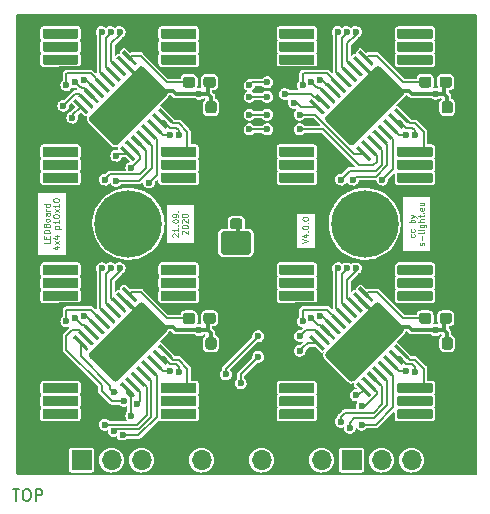
<source format=gtl>
%TF.GenerationSoftware,KiCad,Pcbnew,5.99.0-unknown-652a59b78~104~ubuntu20.04.1*%
%TF.CreationDate,2020-09-21T15:47:37+02:00*%
%TF.ProjectId,LEDBoard_4x4_16bit,4c454442-6f61-4726-945f-3478345f3136,4.0.0*%
%TF.SameCoordinates,Original*%
%TF.FileFunction,Copper,L1,Top*%
%TF.FilePolarity,Positive*%
%FSLAX46Y46*%
G04 Gerber Fmt 4.6, Leading zero omitted, Abs format (unit mm)*
G04 Created by KiCad (PCBNEW 5.99.0-unknown-652a59b78~104~ubuntu20.04.1) date 2020-09-21 15:47:37*
%MOMM*%
%LPD*%
G01*
G04 APERTURE LIST*
%ADD10C,0.100000*%
%ADD11C,0.150000*%
%TA.AperFunction,ComponentPad*%
%ADD12C,0.300000*%
%TD*%
%TA.AperFunction,ComponentPad*%
%ADD13O,1.700000X1.700000*%
%TD*%
%TA.AperFunction,ComponentPad*%
%ADD14R,1.700000X1.700000*%
%TD*%
%TA.AperFunction,ComponentPad*%
%ADD15C,5.700000*%
%TD*%
%TA.AperFunction,ViaPad*%
%ADD16C,0.600000*%
%TD*%
%TA.AperFunction,Conductor*%
%ADD17C,0.300000*%
%TD*%
%TA.AperFunction,Conductor*%
%ADD18C,1.000000*%
%TD*%
%TA.AperFunction,Conductor*%
%ADD19C,0.200000*%
%TD*%
G04 APERTURE END LIST*
D10*
X84199880Y-68892857D02*
X84223690Y-68940476D01*
X84223690Y-69035714D01*
X84199880Y-69083333D01*
X84176071Y-69107142D01*
X84128452Y-69130952D01*
X83985595Y-69130952D01*
X83937976Y-69107142D01*
X83914166Y-69083333D01*
X83890357Y-69035714D01*
X83890357Y-68940476D01*
X83914166Y-68892857D01*
X84199880Y-68464285D02*
X84223690Y-68511904D01*
X84223690Y-68607142D01*
X84199880Y-68654761D01*
X84176071Y-68678571D01*
X84128452Y-68702380D01*
X83985595Y-68702380D01*
X83937976Y-68678571D01*
X83914166Y-68654761D01*
X83890357Y-68607142D01*
X83890357Y-68511904D01*
X83914166Y-68464285D01*
X84223690Y-67869047D02*
X83723690Y-67869047D01*
X83914166Y-67869047D02*
X83890357Y-67821428D01*
X83890357Y-67726190D01*
X83914166Y-67678571D01*
X83937976Y-67654761D01*
X83985595Y-67630952D01*
X84128452Y-67630952D01*
X84176071Y-67654761D01*
X84199880Y-67678571D01*
X84223690Y-67726190D01*
X84223690Y-67821428D01*
X84199880Y-67869047D01*
X83890357Y-67464285D02*
X84223690Y-67345238D01*
X83890357Y-67226190D02*
X84223690Y-67345238D01*
X84342738Y-67392857D01*
X84366547Y-67416666D01*
X84390357Y-67464285D01*
X85004880Y-69821428D02*
X85028690Y-69773809D01*
X85028690Y-69678571D01*
X85004880Y-69630952D01*
X84957261Y-69607142D01*
X84933452Y-69607142D01*
X84885833Y-69630952D01*
X84862023Y-69678571D01*
X84862023Y-69750000D01*
X84838214Y-69797619D01*
X84790595Y-69821428D01*
X84766785Y-69821428D01*
X84719166Y-69797619D01*
X84695357Y-69750000D01*
X84695357Y-69678571D01*
X84719166Y-69630952D01*
X84838214Y-69392857D02*
X84838214Y-69011904D01*
X85028690Y-68702380D02*
X85004880Y-68750000D01*
X84957261Y-68773809D01*
X84528690Y-68773809D01*
X85028690Y-68511904D02*
X84695357Y-68511904D01*
X84528690Y-68511904D02*
X84552500Y-68535714D01*
X84576309Y-68511904D01*
X84552500Y-68488095D01*
X84528690Y-68511904D01*
X84576309Y-68511904D01*
X84695357Y-68059523D02*
X85100119Y-68059523D01*
X85147738Y-68083333D01*
X85171547Y-68107142D01*
X85195357Y-68154761D01*
X85195357Y-68226190D01*
X85171547Y-68273809D01*
X85004880Y-68059523D02*
X85028690Y-68107142D01*
X85028690Y-68202380D01*
X85004880Y-68250000D01*
X84981071Y-68273809D01*
X84933452Y-68297619D01*
X84790595Y-68297619D01*
X84742976Y-68273809D01*
X84719166Y-68250000D01*
X84695357Y-68202380D01*
X84695357Y-68107142D01*
X84719166Y-68059523D01*
X85028690Y-67821428D02*
X84528690Y-67821428D01*
X85028690Y-67607142D02*
X84766785Y-67607142D01*
X84719166Y-67630952D01*
X84695357Y-67678571D01*
X84695357Y-67750000D01*
X84719166Y-67797619D01*
X84742976Y-67821428D01*
X84695357Y-67440476D02*
X84695357Y-67250000D01*
X84528690Y-67369047D02*
X84957261Y-67369047D01*
X85004880Y-67345238D01*
X85028690Y-67297619D01*
X85028690Y-67250000D01*
X84981071Y-67083333D02*
X85004880Y-67059523D01*
X85028690Y-67083333D01*
X85004880Y-67107142D01*
X84981071Y-67083333D01*
X85028690Y-67083333D01*
X85004880Y-66654761D02*
X85028690Y-66702380D01*
X85028690Y-66797619D01*
X85004880Y-66845238D01*
X84957261Y-66869047D01*
X84766785Y-66869047D01*
X84719166Y-66845238D01*
X84695357Y-66797619D01*
X84695357Y-66702380D01*
X84719166Y-66654761D01*
X84766785Y-66630952D01*
X84814404Y-66630952D01*
X84862023Y-66869047D01*
X84695357Y-66202380D02*
X85028690Y-66202380D01*
X84695357Y-66416666D02*
X84957261Y-66416666D01*
X85004880Y-66392857D01*
X85028690Y-66345238D01*
X85028690Y-66273809D01*
X85004880Y-66226190D01*
X84981071Y-66202380D01*
X53323690Y-69404761D02*
X53323690Y-69642857D01*
X52823690Y-69642857D01*
X53061785Y-69238095D02*
X53061785Y-69071428D01*
X53323690Y-69000000D02*
X53323690Y-69238095D01*
X52823690Y-69238095D01*
X52823690Y-69000000D01*
X53323690Y-68785714D02*
X52823690Y-68785714D01*
X52823690Y-68666666D01*
X52847500Y-68595238D01*
X52895119Y-68547619D01*
X52942738Y-68523809D01*
X53037976Y-68500000D01*
X53109404Y-68500000D01*
X53204642Y-68523809D01*
X53252261Y-68547619D01*
X53299880Y-68595238D01*
X53323690Y-68666666D01*
X53323690Y-68785714D01*
X53061785Y-68119047D02*
X53085595Y-68047619D01*
X53109404Y-68023809D01*
X53157023Y-68000000D01*
X53228452Y-68000000D01*
X53276071Y-68023809D01*
X53299880Y-68047619D01*
X53323690Y-68095238D01*
X53323690Y-68285714D01*
X52823690Y-68285714D01*
X52823690Y-68119047D01*
X52847500Y-68071428D01*
X52871309Y-68047619D01*
X52918928Y-68023809D01*
X52966547Y-68023809D01*
X53014166Y-68047619D01*
X53037976Y-68071428D01*
X53061785Y-68119047D01*
X53061785Y-68285714D01*
X53323690Y-67714285D02*
X53299880Y-67761904D01*
X53276071Y-67785714D01*
X53228452Y-67809523D01*
X53085595Y-67809523D01*
X53037976Y-67785714D01*
X53014166Y-67761904D01*
X52990357Y-67714285D01*
X52990357Y-67642857D01*
X53014166Y-67595238D01*
X53037976Y-67571428D01*
X53085595Y-67547619D01*
X53228452Y-67547619D01*
X53276071Y-67571428D01*
X53299880Y-67595238D01*
X53323690Y-67642857D01*
X53323690Y-67714285D01*
X53323690Y-67119047D02*
X53061785Y-67119047D01*
X53014166Y-67142857D01*
X52990357Y-67190476D01*
X52990357Y-67285714D01*
X53014166Y-67333333D01*
X53299880Y-67119047D02*
X53323690Y-67166666D01*
X53323690Y-67285714D01*
X53299880Y-67333333D01*
X53252261Y-67357142D01*
X53204642Y-67357142D01*
X53157023Y-67333333D01*
X53133214Y-67285714D01*
X53133214Y-67166666D01*
X53109404Y-67119047D01*
X53323690Y-66880952D02*
X52990357Y-66880952D01*
X53085595Y-66880952D02*
X53037976Y-66857142D01*
X53014166Y-66833333D01*
X52990357Y-66785714D01*
X52990357Y-66738095D01*
X53323690Y-66357142D02*
X52823690Y-66357142D01*
X53299880Y-66357142D02*
X53323690Y-66404761D01*
X53323690Y-66500000D01*
X53299880Y-66547619D01*
X53276071Y-66571428D01*
X53228452Y-66595238D01*
X53085595Y-66595238D01*
X53037976Y-66571428D01*
X53014166Y-66547619D01*
X52990357Y-66500000D01*
X52990357Y-66404761D01*
X53014166Y-66357142D01*
X53795357Y-69916666D02*
X54128690Y-69916666D01*
X53604880Y-70035714D02*
X53962023Y-70154761D01*
X53962023Y-69845238D01*
X54128690Y-69702380D02*
X53795357Y-69440476D01*
X53795357Y-69702380D02*
X54128690Y-69440476D01*
X53795357Y-69035714D02*
X54128690Y-69035714D01*
X53604880Y-69154761D02*
X53962023Y-69273809D01*
X53962023Y-68964285D01*
X53795357Y-68392857D02*
X54295357Y-68392857D01*
X53819166Y-68392857D02*
X53795357Y-68345238D01*
X53795357Y-68250000D01*
X53819166Y-68202380D01*
X53842976Y-68178571D01*
X53890595Y-68154761D01*
X54033452Y-68154761D01*
X54081071Y-68178571D01*
X54104880Y-68202380D01*
X54128690Y-68250000D01*
X54128690Y-68345238D01*
X54104880Y-68392857D01*
X54128690Y-67678571D02*
X54128690Y-67964285D01*
X54128690Y-67821428D02*
X53628690Y-67821428D01*
X53700119Y-67869047D01*
X53747738Y-67916666D01*
X53771547Y-67964285D01*
X53628690Y-67369047D02*
X53628690Y-67321428D01*
X53652500Y-67273809D01*
X53676309Y-67250000D01*
X53723928Y-67226190D01*
X53819166Y-67202380D01*
X53938214Y-67202380D01*
X54033452Y-67226190D01*
X54081071Y-67250000D01*
X54104880Y-67273809D01*
X54128690Y-67321428D01*
X54128690Y-67369047D01*
X54104880Y-67416666D01*
X54081071Y-67440476D01*
X54033452Y-67464285D01*
X53938214Y-67488095D01*
X53819166Y-67488095D01*
X53723928Y-67464285D01*
X53676309Y-67440476D01*
X53652500Y-67416666D01*
X53628690Y-67369047D01*
X54128690Y-67035714D02*
X53795357Y-66773809D01*
X53795357Y-67035714D02*
X54128690Y-66773809D01*
X54128690Y-66321428D02*
X54128690Y-66607142D01*
X54128690Y-66464285D02*
X53628690Y-66464285D01*
X53700119Y-66511904D01*
X53747738Y-66559523D01*
X53771547Y-66607142D01*
X53628690Y-66011904D02*
X53628690Y-65964285D01*
X53652500Y-65916666D01*
X53676309Y-65892857D01*
X53723928Y-65869047D01*
X53819166Y-65845238D01*
X53938214Y-65845238D01*
X54033452Y-65869047D01*
X54081071Y-65892857D01*
X54104880Y-65916666D01*
X54128690Y-65964285D01*
X54128690Y-66011904D01*
X54104880Y-66059523D01*
X54081071Y-66083333D01*
X54033452Y-66107142D01*
X53938214Y-66130952D01*
X53819166Y-66130952D01*
X53723928Y-66107142D01*
X53676309Y-66083333D01*
X53652500Y-66059523D01*
X53628690Y-66011904D01*
X63771309Y-69095238D02*
X63747500Y-69071428D01*
X63723690Y-69023809D01*
X63723690Y-68904761D01*
X63747500Y-68857142D01*
X63771309Y-68833333D01*
X63818928Y-68809523D01*
X63866547Y-68809523D01*
X63937976Y-68833333D01*
X64223690Y-69119047D01*
X64223690Y-68809523D01*
X64223690Y-68333333D02*
X64223690Y-68619047D01*
X64223690Y-68476190D02*
X63723690Y-68476190D01*
X63795119Y-68523809D01*
X63842738Y-68571428D01*
X63866547Y-68619047D01*
X64176071Y-68119047D02*
X64199880Y-68095238D01*
X64223690Y-68119047D01*
X64199880Y-68142857D01*
X64176071Y-68119047D01*
X64223690Y-68119047D01*
X63723690Y-67785714D02*
X63723690Y-67738095D01*
X63747500Y-67690476D01*
X63771309Y-67666666D01*
X63818928Y-67642857D01*
X63914166Y-67619047D01*
X64033214Y-67619047D01*
X64128452Y-67642857D01*
X64176071Y-67666666D01*
X64199880Y-67690476D01*
X64223690Y-67738095D01*
X64223690Y-67785714D01*
X64199880Y-67833333D01*
X64176071Y-67857142D01*
X64128452Y-67880952D01*
X64033214Y-67904761D01*
X63914166Y-67904761D01*
X63818928Y-67880952D01*
X63771309Y-67857142D01*
X63747500Y-67833333D01*
X63723690Y-67785714D01*
X64223690Y-67380952D02*
X64223690Y-67285714D01*
X64199880Y-67238095D01*
X64176071Y-67214285D01*
X64104642Y-67166666D01*
X64009404Y-67142857D01*
X63818928Y-67142857D01*
X63771309Y-67166666D01*
X63747500Y-67190476D01*
X63723690Y-67238095D01*
X63723690Y-67333333D01*
X63747500Y-67380952D01*
X63771309Y-67404761D01*
X63818928Y-67428571D01*
X63937976Y-67428571D01*
X63985595Y-67404761D01*
X64009404Y-67380952D01*
X64033214Y-67333333D01*
X64033214Y-67238095D01*
X64009404Y-67190476D01*
X63985595Y-67166666D01*
X63937976Y-67142857D01*
X64176071Y-66928571D02*
X64199880Y-66904761D01*
X64223690Y-66928571D01*
X64199880Y-66952380D01*
X64176071Y-66928571D01*
X64223690Y-66928571D01*
X64576309Y-68857142D02*
X64552500Y-68833333D01*
X64528690Y-68785714D01*
X64528690Y-68666666D01*
X64552500Y-68619047D01*
X64576309Y-68595238D01*
X64623928Y-68571428D01*
X64671547Y-68571428D01*
X64742976Y-68595238D01*
X65028690Y-68880952D01*
X65028690Y-68571428D01*
X64528690Y-68261904D02*
X64528690Y-68214285D01*
X64552500Y-68166666D01*
X64576309Y-68142857D01*
X64623928Y-68119047D01*
X64719166Y-68095238D01*
X64838214Y-68095238D01*
X64933452Y-68119047D01*
X64981071Y-68142857D01*
X65004880Y-68166666D01*
X65028690Y-68214285D01*
X65028690Y-68261904D01*
X65004880Y-68309523D01*
X64981071Y-68333333D01*
X64933452Y-68357142D01*
X64838214Y-68380952D01*
X64719166Y-68380952D01*
X64623928Y-68357142D01*
X64576309Y-68333333D01*
X64552500Y-68309523D01*
X64528690Y-68261904D01*
X64576309Y-67904761D02*
X64552500Y-67880952D01*
X64528690Y-67833333D01*
X64528690Y-67714285D01*
X64552500Y-67666666D01*
X64576309Y-67642857D01*
X64623928Y-67619047D01*
X64671547Y-67619047D01*
X64742976Y-67642857D01*
X65028690Y-67928571D01*
X65028690Y-67619047D01*
X64528690Y-67309523D02*
X64528690Y-67261904D01*
X64552500Y-67214285D01*
X64576309Y-67190476D01*
X64623928Y-67166666D01*
X64719166Y-67142857D01*
X64838214Y-67142857D01*
X64933452Y-67166666D01*
X64981071Y-67190476D01*
X65004880Y-67214285D01*
X65028690Y-67261904D01*
X65028690Y-67309523D01*
X65004880Y-67357142D01*
X64981071Y-67380952D01*
X64933452Y-67404761D01*
X64838214Y-67428571D01*
X64719166Y-67428571D01*
X64623928Y-67404761D01*
X64576309Y-67380952D01*
X64552500Y-67357142D01*
X64528690Y-67309523D01*
X74726190Y-69619047D02*
X75226190Y-69452380D01*
X74726190Y-69285714D01*
X74892857Y-68904761D02*
X75226190Y-68904761D01*
X74702380Y-69023809D02*
X75059523Y-69142857D01*
X75059523Y-68833333D01*
X75178571Y-68642857D02*
X75202380Y-68619047D01*
X75226190Y-68642857D01*
X75202380Y-68666666D01*
X75178571Y-68642857D01*
X75226190Y-68642857D01*
X74726190Y-68309523D02*
X74726190Y-68261904D01*
X74750000Y-68214285D01*
X74773809Y-68190476D01*
X74821428Y-68166666D01*
X74916666Y-68142857D01*
X75035714Y-68142857D01*
X75130952Y-68166666D01*
X75178571Y-68190476D01*
X75202380Y-68214285D01*
X75226190Y-68261904D01*
X75226190Y-68309523D01*
X75202380Y-68357142D01*
X75178571Y-68380952D01*
X75130952Y-68404761D01*
X75035714Y-68428571D01*
X74916666Y-68428571D01*
X74821428Y-68404761D01*
X74773809Y-68380952D01*
X74750000Y-68357142D01*
X74726190Y-68309523D01*
X75178571Y-67928571D02*
X75202380Y-67904761D01*
X75226190Y-67928571D01*
X75202380Y-67952380D01*
X75178571Y-67928571D01*
X75226190Y-67928571D01*
X74726190Y-67595238D02*
X74726190Y-67547619D01*
X74750000Y-67500000D01*
X74773809Y-67476190D01*
X74821428Y-67452380D01*
X74916666Y-67428571D01*
X75035714Y-67428571D01*
X75130952Y-67452380D01*
X75178571Y-67476190D01*
X75202380Y-67500000D01*
X75226190Y-67547619D01*
X75226190Y-67595238D01*
X75202380Y-67642857D01*
X75178571Y-67666666D01*
X75130952Y-67690476D01*
X75035714Y-67714285D01*
X74916666Y-67714285D01*
X74821428Y-67690476D01*
X74773809Y-67666666D01*
X74750000Y-67642857D01*
X74726190Y-67595238D01*
D11*
X50190476Y-90452380D02*
X50761904Y-90452380D01*
X50476190Y-91452380D02*
X50476190Y-90452380D01*
X51285714Y-90452380D02*
X51476190Y-90452380D01*
X51571428Y-90500000D01*
X51666666Y-90595238D01*
X51714285Y-90785714D01*
X51714285Y-91119047D01*
X51666666Y-91309523D01*
X51571428Y-91404761D01*
X51476190Y-91452380D01*
X51285714Y-91452380D01*
X51190476Y-91404761D01*
X51095238Y-91309523D01*
X51047619Y-91119047D01*
X51047619Y-90785714D01*
X51095238Y-90595238D01*
X51190476Y-90500000D01*
X51285714Y-90452380D01*
X52142857Y-91452380D02*
X52142857Y-90452380D01*
X52523809Y-90452380D01*
X52619047Y-90500000D01*
X52666666Y-90547619D01*
X52714285Y-90642857D01*
X52714285Y-90785714D01*
X52666666Y-90880952D01*
X52619047Y-90928571D01*
X52523809Y-90976190D01*
X52142857Y-90976190D01*
%TO.P,D4.4,6*%
%TO.N,VCC*%
%TA.AperFunction,SMDPad,CuDef*%
G36*
G01*
X86100000Y-82240000D02*
X86100000Y-81560000D01*
G75*
G02*
X86185000Y-81475000I85000J0D01*
G01*
X87165000Y-81475000D01*
G75*
G02*
X87250000Y-81560000I0J-85000D01*
G01*
X87250000Y-82240000D01*
G75*
G02*
X87165000Y-82325000I-85000J0D01*
G01*
X86185000Y-82325000D01*
G75*
G02*
X86100000Y-82240000I0J85000D01*
G01*
G37*
%TD.AperFunction*%
%TO.P,D4.4,5*%
%TA.AperFunction,SMDPad,CuDef*%
G36*
G01*
X86100000Y-83340000D02*
X86100000Y-82660000D01*
G75*
G02*
X86185000Y-82575000I85000J0D01*
G01*
X87165000Y-82575000D01*
G75*
G02*
X87250000Y-82660000I0J-85000D01*
G01*
X87250000Y-83340000D01*
G75*
G02*
X87165000Y-83425000I-85000J0D01*
G01*
X86185000Y-83425000D01*
G75*
G02*
X86100000Y-83340000I0J85000D01*
G01*
G37*
%TD.AperFunction*%
%TO.P,D4.4,4*%
%TA.AperFunction,SMDPad,CuDef*%
G36*
G01*
X86100000Y-84440000D02*
X86100000Y-83760000D01*
G75*
G02*
X86185000Y-83675000I85000J0D01*
G01*
X87165000Y-83675000D01*
G75*
G02*
X87250000Y-83760000I0J-85000D01*
G01*
X87250000Y-84440000D01*
G75*
G02*
X87165000Y-84525000I-85000J0D01*
G01*
X86185000Y-84525000D01*
G75*
G02*
X86100000Y-84440000I0J85000D01*
G01*
G37*
%TD.AperFunction*%
D12*
%TO.P,D4.4,3*%
%TO.N,/LED_4.4_R*%
X83100000Y-84100000D03*
X84250000Y-84100000D03*
%TA.AperFunction,SMDPad,CuDef*%
G36*
G01*
X82750000Y-84440000D02*
X82750000Y-83760000D01*
G75*
G02*
X82835000Y-83675000I85000J0D01*
G01*
X85665000Y-83675000D01*
G75*
G02*
X85750000Y-83760000I0J-85000D01*
G01*
X85750000Y-84440000D01*
G75*
G02*
X85665000Y-84525000I-85000J0D01*
G01*
X82835000Y-84525000D01*
G75*
G02*
X82750000Y-84440000I0J85000D01*
G01*
G37*
%TD.AperFunction*%
X85400000Y-84100000D03*
%TO.P,D4.4,2*%
%TO.N,/LED_4.4_G*%
%TA.AperFunction,SMDPad,CuDef*%
G36*
G01*
X82750000Y-83340000D02*
X82750000Y-82660000D01*
G75*
G02*
X82835000Y-82575000I85000J0D01*
G01*
X85665000Y-82575000D01*
G75*
G02*
X85750000Y-82660000I0J-85000D01*
G01*
X85750000Y-83340000D01*
G75*
G02*
X85665000Y-83425000I-85000J0D01*
G01*
X82835000Y-83425000D01*
G75*
G02*
X82750000Y-83340000I0J85000D01*
G01*
G37*
%TD.AperFunction*%
X83100000Y-83000000D03*
X84250000Y-83000000D03*
X85400000Y-83000000D03*
%TO.P,D4.4,1*%
%TO.N,/LED_4.4_B*%
X85400000Y-81900000D03*
%TA.AperFunction,SMDPad,CuDef*%
G36*
G01*
X82750000Y-82240000D02*
X82750000Y-81560000D01*
G75*
G02*
X82835000Y-81475000I85000J0D01*
G01*
X85665000Y-81475000D01*
G75*
G02*
X85750000Y-81560000I0J-85000D01*
G01*
X85750000Y-82240000D01*
G75*
G02*
X85665000Y-82325000I-85000J0D01*
G01*
X82835000Y-82325000D01*
G75*
G02*
X82750000Y-82240000I0J85000D01*
G01*
G37*
%TD.AperFunction*%
X84250000Y-81900000D03*
X83100000Y-81900000D03*
%TD*%
%TO.P,D4.3,6*%
%TO.N,VCC*%
%TA.AperFunction,SMDPad,CuDef*%
G36*
G01*
X86100000Y-72240000D02*
X86100000Y-71560000D01*
G75*
G02*
X86185000Y-71475000I85000J0D01*
G01*
X87165000Y-71475000D01*
G75*
G02*
X87250000Y-71560000I0J-85000D01*
G01*
X87250000Y-72240000D01*
G75*
G02*
X87165000Y-72325000I-85000J0D01*
G01*
X86185000Y-72325000D01*
G75*
G02*
X86100000Y-72240000I0J85000D01*
G01*
G37*
%TD.AperFunction*%
%TO.P,D4.3,5*%
%TA.AperFunction,SMDPad,CuDef*%
G36*
G01*
X86100000Y-73340000D02*
X86100000Y-72660000D01*
G75*
G02*
X86185000Y-72575000I85000J0D01*
G01*
X87165000Y-72575000D01*
G75*
G02*
X87250000Y-72660000I0J-85000D01*
G01*
X87250000Y-73340000D01*
G75*
G02*
X87165000Y-73425000I-85000J0D01*
G01*
X86185000Y-73425000D01*
G75*
G02*
X86100000Y-73340000I0J85000D01*
G01*
G37*
%TD.AperFunction*%
%TO.P,D4.3,4*%
%TA.AperFunction,SMDPad,CuDef*%
G36*
G01*
X86100000Y-74440000D02*
X86100000Y-73760000D01*
G75*
G02*
X86185000Y-73675000I85000J0D01*
G01*
X87165000Y-73675000D01*
G75*
G02*
X87250000Y-73760000I0J-85000D01*
G01*
X87250000Y-74440000D01*
G75*
G02*
X87165000Y-74525000I-85000J0D01*
G01*
X86185000Y-74525000D01*
G75*
G02*
X86100000Y-74440000I0J85000D01*
G01*
G37*
%TD.AperFunction*%
%TO.P,D4.3,3*%
%TO.N,/LED_4.3_R*%
X83100000Y-74100000D03*
X84250000Y-74100000D03*
%TA.AperFunction,SMDPad,CuDef*%
G36*
G01*
X82750000Y-74440000D02*
X82750000Y-73760000D01*
G75*
G02*
X82835000Y-73675000I85000J0D01*
G01*
X85665000Y-73675000D01*
G75*
G02*
X85750000Y-73760000I0J-85000D01*
G01*
X85750000Y-74440000D01*
G75*
G02*
X85665000Y-74525000I-85000J0D01*
G01*
X82835000Y-74525000D01*
G75*
G02*
X82750000Y-74440000I0J85000D01*
G01*
G37*
%TD.AperFunction*%
X85400000Y-74100000D03*
%TO.P,D4.3,2*%
%TO.N,/LED_4.3_G*%
%TA.AperFunction,SMDPad,CuDef*%
G36*
G01*
X82750000Y-73340000D02*
X82750000Y-72660000D01*
G75*
G02*
X82835000Y-72575000I85000J0D01*
G01*
X85665000Y-72575000D01*
G75*
G02*
X85750000Y-72660000I0J-85000D01*
G01*
X85750000Y-73340000D01*
G75*
G02*
X85665000Y-73425000I-85000J0D01*
G01*
X82835000Y-73425000D01*
G75*
G02*
X82750000Y-73340000I0J85000D01*
G01*
G37*
%TD.AperFunction*%
X83100000Y-73000000D03*
X84250000Y-73000000D03*
X85400000Y-73000000D03*
%TO.P,D4.3,1*%
%TO.N,/LED_4.3_B*%
X85400000Y-71900000D03*
%TA.AperFunction,SMDPad,CuDef*%
G36*
G01*
X82750000Y-72240000D02*
X82750000Y-71560000D01*
G75*
G02*
X82835000Y-71475000I85000J0D01*
G01*
X85665000Y-71475000D01*
G75*
G02*
X85750000Y-71560000I0J-85000D01*
G01*
X85750000Y-72240000D01*
G75*
G02*
X85665000Y-72325000I-85000J0D01*
G01*
X82835000Y-72325000D01*
G75*
G02*
X82750000Y-72240000I0J85000D01*
G01*
G37*
%TD.AperFunction*%
X84250000Y-71900000D03*
X83100000Y-71900000D03*
%TD*%
%TO.P,D4.2,6*%
%TO.N,VCC*%
%TA.AperFunction,SMDPad,CuDef*%
G36*
G01*
X86100000Y-62240000D02*
X86100000Y-61560000D01*
G75*
G02*
X86185000Y-61475000I85000J0D01*
G01*
X87165000Y-61475000D01*
G75*
G02*
X87250000Y-61560000I0J-85000D01*
G01*
X87250000Y-62240000D01*
G75*
G02*
X87165000Y-62325000I-85000J0D01*
G01*
X86185000Y-62325000D01*
G75*
G02*
X86100000Y-62240000I0J85000D01*
G01*
G37*
%TD.AperFunction*%
%TO.P,D4.2,5*%
%TA.AperFunction,SMDPad,CuDef*%
G36*
G01*
X86100000Y-63340000D02*
X86100000Y-62660000D01*
G75*
G02*
X86185000Y-62575000I85000J0D01*
G01*
X87165000Y-62575000D01*
G75*
G02*
X87250000Y-62660000I0J-85000D01*
G01*
X87250000Y-63340000D01*
G75*
G02*
X87165000Y-63425000I-85000J0D01*
G01*
X86185000Y-63425000D01*
G75*
G02*
X86100000Y-63340000I0J85000D01*
G01*
G37*
%TD.AperFunction*%
%TO.P,D4.2,4*%
%TA.AperFunction,SMDPad,CuDef*%
G36*
G01*
X86100000Y-64440000D02*
X86100000Y-63760000D01*
G75*
G02*
X86185000Y-63675000I85000J0D01*
G01*
X87165000Y-63675000D01*
G75*
G02*
X87250000Y-63760000I0J-85000D01*
G01*
X87250000Y-64440000D01*
G75*
G02*
X87165000Y-64525000I-85000J0D01*
G01*
X86185000Y-64525000D01*
G75*
G02*
X86100000Y-64440000I0J85000D01*
G01*
G37*
%TD.AperFunction*%
%TO.P,D4.2,3*%
%TO.N,/LED_4.2_R*%
X83100000Y-64100000D03*
X84250000Y-64100000D03*
%TA.AperFunction,SMDPad,CuDef*%
G36*
G01*
X82750000Y-64440000D02*
X82750000Y-63760000D01*
G75*
G02*
X82835000Y-63675000I85000J0D01*
G01*
X85665000Y-63675000D01*
G75*
G02*
X85750000Y-63760000I0J-85000D01*
G01*
X85750000Y-64440000D01*
G75*
G02*
X85665000Y-64525000I-85000J0D01*
G01*
X82835000Y-64525000D01*
G75*
G02*
X82750000Y-64440000I0J85000D01*
G01*
G37*
%TD.AperFunction*%
X85400000Y-64100000D03*
%TO.P,D4.2,2*%
%TO.N,/LED_4.2_G*%
%TA.AperFunction,SMDPad,CuDef*%
G36*
G01*
X82750000Y-63340000D02*
X82750000Y-62660000D01*
G75*
G02*
X82835000Y-62575000I85000J0D01*
G01*
X85665000Y-62575000D01*
G75*
G02*
X85750000Y-62660000I0J-85000D01*
G01*
X85750000Y-63340000D01*
G75*
G02*
X85665000Y-63425000I-85000J0D01*
G01*
X82835000Y-63425000D01*
G75*
G02*
X82750000Y-63340000I0J85000D01*
G01*
G37*
%TD.AperFunction*%
X83100000Y-63000000D03*
X84250000Y-63000000D03*
X85400000Y-63000000D03*
%TO.P,D4.2,1*%
%TO.N,/LED_4.2_B*%
X85400000Y-61900000D03*
%TA.AperFunction,SMDPad,CuDef*%
G36*
G01*
X82750000Y-62240000D02*
X82750000Y-61560000D01*
G75*
G02*
X82835000Y-61475000I85000J0D01*
G01*
X85665000Y-61475000D01*
G75*
G02*
X85750000Y-61560000I0J-85000D01*
G01*
X85750000Y-62240000D01*
G75*
G02*
X85665000Y-62325000I-85000J0D01*
G01*
X82835000Y-62325000D01*
G75*
G02*
X82750000Y-62240000I0J85000D01*
G01*
G37*
%TD.AperFunction*%
X84250000Y-61900000D03*
X83100000Y-61900000D03*
%TD*%
%TO.P,D4.1,6*%
%TO.N,VCC*%
%TA.AperFunction,SMDPad,CuDef*%
G36*
G01*
X86100000Y-52240000D02*
X86100000Y-51560000D01*
G75*
G02*
X86185000Y-51475000I85000J0D01*
G01*
X87165000Y-51475000D01*
G75*
G02*
X87250000Y-51560000I0J-85000D01*
G01*
X87250000Y-52240000D01*
G75*
G02*
X87165000Y-52325000I-85000J0D01*
G01*
X86185000Y-52325000D01*
G75*
G02*
X86100000Y-52240000I0J85000D01*
G01*
G37*
%TD.AperFunction*%
%TO.P,D4.1,5*%
%TA.AperFunction,SMDPad,CuDef*%
G36*
G01*
X86100000Y-53340000D02*
X86100000Y-52660000D01*
G75*
G02*
X86185000Y-52575000I85000J0D01*
G01*
X87165000Y-52575000D01*
G75*
G02*
X87250000Y-52660000I0J-85000D01*
G01*
X87250000Y-53340000D01*
G75*
G02*
X87165000Y-53425000I-85000J0D01*
G01*
X86185000Y-53425000D01*
G75*
G02*
X86100000Y-53340000I0J85000D01*
G01*
G37*
%TD.AperFunction*%
%TO.P,D4.1,4*%
%TA.AperFunction,SMDPad,CuDef*%
G36*
G01*
X86100000Y-54440000D02*
X86100000Y-53760000D01*
G75*
G02*
X86185000Y-53675000I85000J0D01*
G01*
X87165000Y-53675000D01*
G75*
G02*
X87250000Y-53760000I0J-85000D01*
G01*
X87250000Y-54440000D01*
G75*
G02*
X87165000Y-54525000I-85000J0D01*
G01*
X86185000Y-54525000D01*
G75*
G02*
X86100000Y-54440000I0J85000D01*
G01*
G37*
%TD.AperFunction*%
%TO.P,D4.1,3*%
%TO.N,/LED_4.1_R*%
X83100000Y-54100000D03*
X84250000Y-54100000D03*
%TA.AperFunction,SMDPad,CuDef*%
G36*
G01*
X82750000Y-54440000D02*
X82750000Y-53760000D01*
G75*
G02*
X82835000Y-53675000I85000J0D01*
G01*
X85665000Y-53675000D01*
G75*
G02*
X85750000Y-53760000I0J-85000D01*
G01*
X85750000Y-54440000D01*
G75*
G02*
X85665000Y-54525000I-85000J0D01*
G01*
X82835000Y-54525000D01*
G75*
G02*
X82750000Y-54440000I0J85000D01*
G01*
G37*
%TD.AperFunction*%
X85400000Y-54100000D03*
%TO.P,D4.1,2*%
%TO.N,/LED_4.1_G*%
%TA.AperFunction,SMDPad,CuDef*%
G36*
G01*
X82750000Y-53340000D02*
X82750000Y-52660000D01*
G75*
G02*
X82835000Y-52575000I85000J0D01*
G01*
X85665000Y-52575000D01*
G75*
G02*
X85750000Y-52660000I0J-85000D01*
G01*
X85750000Y-53340000D01*
G75*
G02*
X85665000Y-53425000I-85000J0D01*
G01*
X82835000Y-53425000D01*
G75*
G02*
X82750000Y-53340000I0J85000D01*
G01*
G37*
%TD.AperFunction*%
X83100000Y-53000000D03*
X84250000Y-53000000D03*
X85400000Y-53000000D03*
%TO.P,D4.1,1*%
%TO.N,/LED_4.1_B*%
X85400000Y-51900000D03*
%TA.AperFunction,SMDPad,CuDef*%
G36*
G01*
X82750000Y-52240000D02*
X82750000Y-51560000D01*
G75*
G02*
X82835000Y-51475000I85000J0D01*
G01*
X85665000Y-51475000D01*
G75*
G02*
X85750000Y-51560000I0J-85000D01*
G01*
X85750000Y-52240000D01*
G75*
G02*
X85665000Y-52325000I-85000J0D01*
G01*
X82835000Y-52325000D01*
G75*
G02*
X82750000Y-52240000I0J85000D01*
G01*
G37*
%TD.AperFunction*%
X84250000Y-51900000D03*
X83100000Y-51900000D03*
%TD*%
%TO.P,D3.4,6*%
%TO.N,VCC*%
%TA.AperFunction,SMDPad,CuDef*%
G36*
G01*
X76100000Y-82240000D02*
X76100000Y-81560000D01*
G75*
G02*
X76185000Y-81475000I85000J0D01*
G01*
X77165000Y-81475000D01*
G75*
G02*
X77250000Y-81560000I0J-85000D01*
G01*
X77250000Y-82240000D01*
G75*
G02*
X77165000Y-82325000I-85000J0D01*
G01*
X76185000Y-82325000D01*
G75*
G02*
X76100000Y-82240000I0J85000D01*
G01*
G37*
%TD.AperFunction*%
%TO.P,D3.4,5*%
%TA.AperFunction,SMDPad,CuDef*%
G36*
G01*
X76100000Y-83340000D02*
X76100000Y-82660000D01*
G75*
G02*
X76185000Y-82575000I85000J0D01*
G01*
X77165000Y-82575000D01*
G75*
G02*
X77250000Y-82660000I0J-85000D01*
G01*
X77250000Y-83340000D01*
G75*
G02*
X77165000Y-83425000I-85000J0D01*
G01*
X76185000Y-83425000D01*
G75*
G02*
X76100000Y-83340000I0J85000D01*
G01*
G37*
%TD.AperFunction*%
%TO.P,D3.4,4*%
%TA.AperFunction,SMDPad,CuDef*%
G36*
G01*
X76100000Y-84440000D02*
X76100000Y-83760000D01*
G75*
G02*
X76185000Y-83675000I85000J0D01*
G01*
X77165000Y-83675000D01*
G75*
G02*
X77250000Y-83760000I0J-85000D01*
G01*
X77250000Y-84440000D01*
G75*
G02*
X77165000Y-84525000I-85000J0D01*
G01*
X76185000Y-84525000D01*
G75*
G02*
X76100000Y-84440000I0J85000D01*
G01*
G37*
%TD.AperFunction*%
%TO.P,D3.4,3*%
%TO.N,/LED_3.4_R*%
X73100000Y-84100000D03*
X74250000Y-84100000D03*
%TA.AperFunction,SMDPad,CuDef*%
G36*
G01*
X72750000Y-84440000D02*
X72750000Y-83760000D01*
G75*
G02*
X72835000Y-83675000I85000J0D01*
G01*
X75665000Y-83675000D01*
G75*
G02*
X75750000Y-83760000I0J-85000D01*
G01*
X75750000Y-84440000D01*
G75*
G02*
X75665000Y-84525000I-85000J0D01*
G01*
X72835000Y-84525000D01*
G75*
G02*
X72750000Y-84440000I0J85000D01*
G01*
G37*
%TD.AperFunction*%
X75400000Y-84100000D03*
%TO.P,D3.4,2*%
%TO.N,/LED_3.4_G*%
%TA.AperFunction,SMDPad,CuDef*%
G36*
G01*
X72750000Y-83340000D02*
X72750000Y-82660000D01*
G75*
G02*
X72835000Y-82575000I85000J0D01*
G01*
X75665000Y-82575000D01*
G75*
G02*
X75750000Y-82660000I0J-85000D01*
G01*
X75750000Y-83340000D01*
G75*
G02*
X75665000Y-83425000I-85000J0D01*
G01*
X72835000Y-83425000D01*
G75*
G02*
X72750000Y-83340000I0J85000D01*
G01*
G37*
%TD.AperFunction*%
X73100000Y-83000000D03*
X74250000Y-83000000D03*
X75400000Y-83000000D03*
%TO.P,D3.4,1*%
%TO.N,/LED_3.4_B*%
X75400000Y-81900000D03*
%TA.AperFunction,SMDPad,CuDef*%
G36*
G01*
X72750000Y-82240000D02*
X72750000Y-81560000D01*
G75*
G02*
X72835000Y-81475000I85000J0D01*
G01*
X75665000Y-81475000D01*
G75*
G02*
X75750000Y-81560000I0J-85000D01*
G01*
X75750000Y-82240000D01*
G75*
G02*
X75665000Y-82325000I-85000J0D01*
G01*
X72835000Y-82325000D01*
G75*
G02*
X72750000Y-82240000I0J85000D01*
G01*
G37*
%TD.AperFunction*%
X74250000Y-81900000D03*
X73100000Y-81900000D03*
%TD*%
%TO.P,D3.3,6*%
%TO.N,VCC*%
%TA.AperFunction,SMDPad,CuDef*%
G36*
G01*
X76100000Y-72240000D02*
X76100000Y-71560000D01*
G75*
G02*
X76185000Y-71475000I85000J0D01*
G01*
X77165000Y-71475000D01*
G75*
G02*
X77250000Y-71560000I0J-85000D01*
G01*
X77250000Y-72240000D01*
G75*
G02*
X77165000Y-72325000I-85000J0D01*
G01*
X76185000Y-72325000D01*
G75*
G02*
X76100000Y-72240000I0J85000D01*
G01*
G37*
%TD.AperFunction*%
%TO.P,D3.3,5*%
%TA.AperFunction,SMDPad,CuDef*%
G36*
G01*
X76100000Y-73340000D02*
X76100000Y-72660000D01*
G75*
G02*
X76185000Y-72575000I85000J0D01*
G01*
X77165000Y-72575000D01*
G75*
G02*
X77250000Y-72660000I0J-85000D01*
G01*
X77250000Y-73340000D01*
G75*
G02*
X77165000Y-73425000I-85000J0D01*
G01*
X76185000Y-73425000D01*
G75*
G02*
X76100000Y-73340000I0J85000D01*
G01*
G37*
%TD.AperFunction*%
%TO.P,D3.3,4*%
%TA.AperFunction,SMDPad,CuDef*%
G36*
G01*
X76100000Y-74440000D02*
X76100000Y-73760000D01*
G75*
G02*
X76185000Y-73675000I85000J0D01*
G01*
X77165000Y-73675000D01*
G75*
G02*
X77250000Y-73760000I0J-85000D01*
G01*
X77250000Y-74440000D01*
G75*
G02*
X77165000Y-74525000I-85000J0D01*
G01*
X76185000Y-74525000D01*
G75*
G02*
X76100000Y-74440000I0J85000D01*
G01*
G37*
%TD.AperFunction*%
%TO.P,D3.3,3*%
%TO.N,/LED_3.3_R*%
X73100000Y-74100000D03*
X74250000Y-74100000D03*
%TA.AperFunction,SMDPad,CuDef*%
G36*
G01*
X72750000Y-74440000D02*
X72750000Y-73760000D01*
G75*
G02*
X72835000Y-73675000I85000J0D01*
G01*
X75665000Y-73675000D01*
G75*
G02*
X75750000Y-73760000I0J-85000D01*
G01*
X75750000Y-74440000D01*
G75*
G02*
X75665000Y-74525000I-85000J0D01*
G01*
X72835000Y-74525000D01*
G75*
G02*
X72750000Y-74440000I0J85000D01*
G01*
G37*
%TD.AperFunction*%
X75400000Y-74100000D03*
%TO.P,D3.3,2*%
%TO.N,/LED_3.3_G*%
%TA.AperFunction,SMDPad,CuDef*%
G36*
G01*
X72750000Y-73340000D02*
X72750000Y-72660000D01*
G75*
G02*
X72835000Y-72575000I85000J0D01*
G01*
X75665000Y-72575000D01*
G75*
G02*
X75750000Y-72660000I0J-85000D01*
G01*
X75750000Y-73340000D01*
G75*
G02*
X75665000Y-73425000I-85000J0D01*
G01*
X72835000Y-73425000D01*
G75*
G02*
X72750000Y-73340000I0J85000D01*
G01*
G37*
%TD.AperFunction*%
X73100000Y-73000000D03*
X74250000Y-73000000D03*
X75400000Y-73000000D03*
%TO.P,D3.3,1*%
%TO.N,/LED_3.3_B*%
X75400000Y-71900000D03*
%TA.AperFunction,SMDPad,CuDef*%
G36*
G01*
X72750000Y-72240000D02*
X72750000Y-71560000D01*
G75*
G02*
X72835000Y-71475000I85000J0D01*
G01*
X75665000Y-71475000D01*
G75*
G02*
X75750000Y-71560000I0J-85000D01*
G01*
X75750000Y-72240000D01*
G75*
G02*
X75665000Y-72325000I-85000J0D01*
G01*
X72835000Y-72325000D01*
G75*
G02*
X72750000Y-72240000I0J85000D01*
G01*
G37*
%TD.AperFunction*%
X74250000Y-71900000D03*
X73100000Y-71900000D03*
%TD*%
%TO.P,D3.2,6*%
%TO.N,VCC*%
%TA.AperFunction,SMDPad,CuDef*%
G36*
G01*
X76100000Y-62240000D02*
X76100000Y-61560000D01*
G75*
G02*
X76185000Y-61475000I85000J0D01*
G01*
X77165000Y-61475000D01*
G75*
G02*
X77250000Y-61560000I0J-85000D01*
G01*
X77250000Y-62240000D01*
G75*
G02*
X77165000Y-62325000I-85000J0D01*
G01*
X76185000Y-62325000D01*
G75*
G02*
X76100000Y-62240000I0J85000D01*
G01*
G37*
%TD.AperFunction*%
%TO.P,D3.2,5*%
%TA.AperFunction,SMDPad,CuDef*%
G36*
G01*
X76100000Y-63340000D02*
X76100000Y-62660000D01*
G75*
G02*
X76185000Y-62575000I85000J0D01*
G01*
X77165000Y-62575000D01*
G75*
G02*
X77250000Y-62660000I0J-85000D01*
G01*
X77250000Y-63340000D01*
G75*
G02*
X77165000Y-63425000I-85000J0D01*
G01*
X76185000Y-63425000D01*
G75*
G02*
X76100000Y-63340000I0J85000D01*
G01*
G37*
%TD.AperFunction*%
%TO.P,D3.2,4*%
%TA.AperFunction,SMDPad,CuDef*%
G36*
G01*
X76100000Y-64440000D02*
X76100000Y-63760000D01*
G75*
G02*
X76185000Y-63675000I85000J0D01*
G01*
X77165000Y-63675000D01*
G75*
G02*
X77250000Y-63760000I0J-85000D01*
G01*
X77250000Y-64440000D01*
G75*
G02*
X77165000Y-64525000I-85000J0D01*
G01*
X76185000Y-64525000D01*
G75*
G02*
X76100000Y-64440000I0J85000D01*
G01*
G37*
%TD.AperFunction*%
%TO.P,D3.2,3*%
%TO.N,/LED_3.2_R*%
X73100000Y-64100000D03*
X74250000Y-64100000D03*
%TA.AperFunction,SMDPad,CuDef*%
G36*
G01*
X72750000Y-64440000D02*
X72750000Y-63760000D01*
G75*
G02*
X72835000Y-63675000I85000J0D01*
G01*
X75665000Y-63675000D01*
G75*
G02*
X75750000Y-63760000I0J-85000D01*
G01*
X75750000Y-64440000D01*
G75*
G02*
X75665000Y-64525000I-85000J0D01*
G01*
X72835000Y-64525000D01*
G75*
G02*
X72750000Y-64440000I0J85000D01*
G01*
G37*
%TD.AperFunction*%
X75400000Y-64100000D03*
%TO.P,D3.2,2*%
%TO.N,/LED_3.2_G*%
%TA.AperFunction,SMDPad,CuDef*%
G36*
G01*
X72750000Y-63340000D02*
X72750000Y-62660000D01*
G75*
G02*
X72835000Y-62575000I85000J0D01*
G01*
X75665000Y-62575000D01*
G75*
G02*
X75750000Y-62660000I0J-85000D01*
G01*
X75750000Y-63340000D01*
G75*
G02*
X75665000Y-63425000I-85000J0D01*
G01*
X72835000Y-63425000D01*
G75*
G02*
X72750000Y-63340000I0J85000D01*
G01*
G37*
%TD.AperFunction*%
X73100000Y-63000000D03*
X74250000Y-63000000D03*
X75400000Y-63000000D03*
%TO.P,D3.2,1*%
%TO.N,/LED_3.2_B*%
X75400000Y-61900000D03*
%TA.AperFunction,SMDPad,CuDef*%
G36*
G01*
X72750000Y-62240000D02*
X72750000Y-61560000D01*
G75*
G02*
X72835000Y-61475000I85000J0D01*
G01*
X75665000Y-61475000D01*
G75*
G02*
X75750000Y-61560000I0J-85000D01*
G01*
X75750000Y-62240000D01*
G75*
G02*
X75665000Y-62325000I-85000J0D01*
G01*
X72835000Y-62325000D01*
G75*
G02*
X72750000Y-62240000I0J85000D01*
G01*
G37*
%TD.AperFunction*%
X74250000Y-61900000D03*
X73100000Y-61900000D03*
%TD*%
%TO.P,D3.1,6*%
%TO.N,VCC*%
%TA.AperFunction,SMDPad,CuDef*%
G36*
G01*
X76100000Y-52240000D02*
X76100000Y-51560000D01*
G75*
G02*
X76185000Y-51475000I85000J0D01*
G01*
X77165000Y-51475000D01*
G75*
G02*
X77250000Y-51560000I0J-85000D01*
G01*
X77250000Y-52240000D01*
G75*
G02*
X77165000Y-52325000I-85000J0D01*
G01*
X76185000Y-52325000D01*
G75*
G02*
X76100000Y-52240000I0J85000D01*
G01*
G37*
%TD.AperFunction*%
%TO.P,D3.1,5*%
%TA.AperFunction,SMDPad,CuDef*%
G36*
G01*
X76100000Y-53340000D02*
X76100000Y-52660000D01*
G75*
G02*
X76185000Y-52575000I85000J0D01*
G01*
X77165000Y-52575000D01*
G75*
G02*
X77250000Y-52660000I0J-85000D01*
G01*
X77250000Y-53340000D01*
G75*
G02*
X77165000Y-53425000I-85000J0D01*
G01*
X76185000Y-53425000D01*
G75*
G02*
X76100000Y-53340000I0J85000D01*
G01*
G37*
%TD.AperFunction*%
%TO.P,D3.1,4*%
%TA.AperFunction,SMDPad,CuDef*%
G36*
G01*
X76100000Y-54440000D02*
X76100000Y-53760000D01*
G75*
G02*
X76185000Y-53675000I85000J0D01*
G01*
X77165000Y-53675000D01*
G75*
G02*
X77250000Y-53760000I0J-85000D01*
G01*
X77250000Y-54440000D01*
G75*
G02*
X77165000Y-54525000I-85000J0D01*
G01*
X76185000Y-54525000D01*
G75*
G02*
X76100000Y-54440000I0J85000D01*
G01*
G37*
%TD.AperFunction*%
%TO.P,D3.1,3*%
%TO.N,/LED_3.1_R*%
X73100000Y-54100000D03*
X74250000Y-54100000D03*
%TA.AperFunction,SMDPad,CuDef*%
G36*
G01*
X72750000Y-54440000D02*
X72750000Y-53760000D01*
G75*
G02*
X72835000Y-53675000I85000J0D01*
G01*
X75665000Y-53675000D01*
G75*
G02*
X75750000Y-53760000I0J-85000D01*
G01*
X75750000Y-54440000D01*
G75*
G02*
X75665000Y-54525000I-85000J0D01*
G01*
X72835000Y-54525000D01*
G75*
G02*
X72750000Y-54440000I0J85000D01*
G01*
G37*
%TD.AperFunction*%
X75400000Y-54100000D03*
%TO.P,D3.1,2*%
%TO.N,/LED_3.1_G*%
%TA.AperFunction,SMDPad,CuDef*%
G36*
G01*
X72750000Y-53340000D02*
X72750000Y-52660000D01*
G75*
G02*
X72835000Y-52575000I85000J0D01*
G01*
X75665000Y-52575000D01*
G75*
G02*
X75750000Y-52660000I0J-85000D01*
G01*
X75750000Y-53340000D01*
G75*
G02*
X75665000Y-53425000I-85000J0D01*
G01*
X72835000Y-53425000D01*
G75*
G02*
X72750000Y-53340000I0J85000D01*
G01*
G37*
%TD.AperFunction*%
X73100000Y-53000000D03*
X74250000Y-53000000D03*
X75400000Y-53000000D03*
%TO.P,D3.1,1*%
%TO.N,/LED_3.1_B*%
X75400000Y-51900000D03*
%TA.AperFunction,SMDPad,CuDef*%
G36*
G01*
X72750000Y-52240000D02*
X72750000Y-51560000D01*
G75*
G02*
X72835000Y-51475000I85000J0D01*
G01*
X75665000Y-51475000D01*
G75*
G02*
X75750000Y-51560000I0J-85000D01*
G01*
X75750000Y-52240000D01*
G75*
G02*
X75665000Y-52325000I-85000J0D01*
G01*
X72835000Y-52325000D01*
G75*
G02*
X72750000Y-52240000I0J85000D01*
G01*
G37*
%TD.AperFunction*%
X74250000Y-51900000D03*
X73100000Y-51900000D03*
%TD*%
%TO.P,D2.4,6*%
%TO.N,VCC*%
%TA.AperFunction,SMDPad,CuDef*%
G36*
G01*
X66100000Y-82240000D02*
X66100000Y-81560000D01*
G75*
G02*
X66185000Y-81475000I85000J0D01*
G01*
X67165000Y-81475000D01*
G75*
G02*
X67250000Y-81560000I0J-85000D01*
G01*
X67250000Y-82240000D01*
G75*
G02*
X67165000Y-82325000I-85000J0D01*
G01*
X66185000Y-82325000D01*
G75*
G02*
X66100000Y-82240000I0J85000D01*
G01*
G37*
%TD.AperFunction*%
%TO.P,D2.4,5*%
%TA.AperFunction,SMDPad,CuDef*%
G36*
G01*
X66100000Y-83340000D02*
X66100000Y-82660000D01*
G75*
G02*
X66185000Y-82575000I85000J0D01*
G01*
X67165000Y-82575000D01*
G75*
G02*
X67250000Y-82660000I0J-85000D01*
G01*
X67250000Y-83340000D01*
G75*
G02*
X67165000Y-83425000I-85000J0D01*
G01*
X66185000Y-83425000D01*
G75*
G02*
X66100000Y-83340000I0J85000D01*
G01*
G37*
%TD.AperFunction*%
%TO.P,D2.4,4*%
%TA.AperFunction,SMDPad,CuDef*%
G36*
G01*
X66100000Y-84440000D02*
X66100000Y-83760000D01*
G75*
G02*
X66185000Y-83675000I85000J0D01*
G01*
X67165000Y-83675000D01*
G75*
G02*
X67250000Y-83760000I0J-85000D01*
G01*
X67250000Y-84440000D01*
G75*
G02*
X67165000Y-84525000I-85000J0D01*
G01*
X66185000Y-84525000D01*
G75*
G02*
X66100000Y-84440000I0J85000D01*
G01*
G37*
%TD.AperFunction*%
%TO.P,D2.4,3*%
%TO.N,/LED_2.4_R*%
X63100000Y-84100000D03*
X64250000Y-84100000D03*
%TA.AperFunction,SMDPad,CuDef*%
G36*
G01*
X62750000Y-84440000D02*
X62750000Y-83760000D01*
G75*
G02*
X62835000Y-83675000I85000J0D01*
G01*
X65665000Y-83675000D01*
G75*
G02*
X65750000Y-83760000I0J-85000D01*
G01*
X65750000Y-84440000D01*
G75*
G02*
X65665000Y-84525000I-85000J0D01*
G01*
X62835000Y-84525000D01*
G75*
G02*
X62750000Y-84440000I0J85000D01*
G01*
G37*
%TD.AperFunction*%
X65400000Y-84100000D03*
%TO.P,D2.4,2*%
%TO.N,/LED_2.4_G*%
%TA.AperFunction,SMDPad,CuDef*%
G36*
G01*
X62750000Y-83340000D02*
X62750000Y-82660000D01*
G75*
G02*
X62835000Y-82575000I85000J0D01*
G01*
X65665000Y-82575000D01*
G75*
G02*
X65750000Y-82660000I0J-85000D01*
G01*
X65750000Y-83340000D01*
G75*
G02*
X65665000Y-83425000I-85000J0D01*
G01*
X62835000Y-83425000D01*
G75*
G02*
X62750000Y-83340000I0J85000D01*
G01*
G37*
%TD.AperFunction*%
X63100000Y-83000000D03*
X64250000Y-83000000D03*
X65400000Y-83000000D03*
%TO.P,D2.4,1*%
%TO.N,/LED_2.4_B*%
X65400000Y-81900000D03*
%TA.AperFunction,SMDPad,CuDef*%
G36*
G01*
X62750000Y-82240000D02*
X62750000Y-81560000D01*
G75*
G02*
X62835000Y-81475000I85000J0D01*
G01*
X65665000Y-81475000D01*
G75*
G02*
X65750000Y-81560000I0J-85000D01*
G01*
X65750000Y-82240000D01*
G75*
G02*
X65665000Y-82325000I-85000J0D01*
G01*
X62835000Y-82325000D01*
G75*
G02*
X62750000Y-82240000I0J85000D01*
G01*
G37*
%TD.AperFunction*%
X64250000Y-81900000D03*
X63100000Y-81900000D03*
%TD*%
%TO.P,D2.3,6*%
%TO.N,VCC*%
%TA.AperFunction,SMDPad,CuDef*%
G36*
G01*
X66100000Y-72240000D02*
X66100000Y-71560000D01*
G75*
G02*
X66185000Y-71475000I85000J0D01*
G01*
X67165000Y-71475000D01*
G75*
G02*
X67250000Y-71560000I0J-85000D01*
G01*
X67250000Y-72240000D01*
G75*
G02*
X67165000Y-72325000I-85000J0D01*
G01*
X66185000Y-72325000D01*
G75*
G02*
X66100000Y-72240000I0J85000D01*
G01*
G37*
%TD.AperFunction*%
%TO.P,D2.3,5*%
%TA.AperFunction,SMDPad,CuDef*%
G36*
G01*
X66100000Y-73340000D02*
X66100000Y-72660000D01*
G75*
G02*
X66185000Y-72575000I85000J0D01*
G01*
X67165000Y-72575000D01*
G75*
G02*
X67250000Y-72660000I0J-85000D01*
G01*
X67250000Y-73340000D01*
G75*
G02*
X67165000Y-73425000I-85000J0D01*
G01*
X66185000Y-73425000D01*
G75*
G02*
X66100000Y-73340000I0J85000D01*
G01*
G37*
%TD.AperFunction*%
%TO.P,D2.3,4*%
%TA.AperFunction,SMDPad,CuDef*%
G36*
G01*
X66100000Y-74440000D02*
X66100000Y-73760000D01*
G75*
G02*
X66185000Y-73675000I85000J0D01*
G01*
X67165000Y-73675000D01*
G75*
G02*
X67250000Y-73760000I0J-85000D01*
G01*
X67250000Y-74440000D01*
G75*
G02*
X67165000Y-74525000I-85000J0D01*
G01*
X66185000Y-74525000D01*
G75*
G02*
X66100000Y-74440000I0J85000D01*
G01*
G37*
%TD.AperFunction*%
%TO.P,D2.3,3*%
%TO.N,/LED_2.3_R*%
X63100000Y-74100000D03*
X64250000Y-74100000D03*
%TA.AperFunction,SMDPad,CuDef*%
G36*
G01*
X62750000Y-74440000D02*
X62750000Y-73760000D01*
G75*
G02*
X62835000Y-73675000I85000J0D01*
G01*
X65665000Y-73675000D01*
G75*
G02*
X65750000Y-73760000I0J-85000D01*
G01*
X65750000Y-74440000D01*
G75*
G02*
X65665000Y-74525000I-85000J0D01*
G01*
X62835000Y-74525000D01*
G75*
G02*
X62750000Y-74440000I0J85000D01*
G01*
G37*
%TD.AperFunction*%
X65400000Y-74100000D03*
%TO.P,D2.3,2*%
%TO.N,/LED_2.3_G*%
%TA.AperFunction,SMDPad,CuDef*%
G36*
G01*
X62750000Y-73340000D02*
X62750000Y-72660000D01*
G75*
G02*
X62835000Y-72575000I85000J0D01*
G01*
X65665000Y-72575000D01*
G75*
G02*
X65750000Y-72660000I0J-85000D01*
G01*
X65750000Y-73340000D01*
G75*
G02*
X65665000Y-73425000I-85000J0D01*
G01*
X62835000Y-73425000D01*
G75*
G02*
X62750000Y-73340000I0J85000D01*
G01*
G37*
%TD.AperFunction*%
X63100000Y-73000000D03*
X64250000Y-73000000D03*
X65400000Y-73000000D03*
%TO.P,D2.3,1*%
%TO.N,/LED_2.3_B*%
X65400000Y-71900000D03*
%TA.AperFunction,SMDPad,CuDef*%
G36*
G01*
X62750000Y-72240000D02*
X62750000Y-71560000D01*
G75*
G02*
X62835000Y-71475000I85000J0D01*
G01*
X65665000Y-71475000D01*
G75*
G02*
X65750000Y-71560000I0J-85000D01*
G01*
X65750000Y-72240000D01*
G75*
G02*
X65665000Y-72325000I-85000J0D01*
G01*
X62835000Y-72325000D01*
G75*
G02*
X62750000Y-72240000I0J85000D01*
G01*
G37*
%TD.AperFunction*%
X64250000Y-71900000D03*
X63100000Y-71900000D03*
%TD*%
%TO.P,D2.2,6*%
%TO.N,VCC*%
%TA.AperFunction,SMDPad,CuDef*%
G36*
G01*
X66100000Y-62240000D02*
X66100000Y-61560000D01*
G75*
G02*
X66185000Y-61475000I85000J0D01*
G01*
X67165000Y-61475000D01*
G75*
G02*
X67250000Y-61560000I0J-85000D01*
G01*
X67250000Y-62240000D01*
G75*
G02*
X67165000Y-62325000I-85000J0D01*
G01*
X66185000Y-62325000D01*
G75*
G02*
X66100000Y-62240000I0J85000D01*
G01*
G37*
%TD.AperFunction*%
%TO.P,D2.2,5*%
%TA.AperFunction,SMDPad,CuDef*%
G36*
G01*
X66100000Y-63340000D02*
X66100000Y-62660000D01*
G75*
G02*
X66185000Y-62575000I85000J0D01*
G01*
X67165000Y-62575000D01*
G75*
G02*
X67250000Y-62660000I0J-85000D01*
G01*
X67250000Y-63340000D01*
G75*
G02*
X67165000Y-63425000I-85000J0D01*
G01*
X66185000Y-63425000D01*
G75*
G02*
X66100000Y-63340000I0J85000D01*
G01*
G37*
%TD.AperFunction*%
%TO.P,D2.2,4*%
%TA.AperFunction,SMDPad,CuDef*%
G36*
G01*
X66100000Y-64440000D02*
X66100000Y-63760000D01*
G75*
G02*
X66185000Y-63675000I85000J0D01*
G01*
X67165000Y-63675000D01*
G75*
G02*
X67250000Y-63760000I0J-85000D01*
G01*
X67250000Y-64440000D01*
G75*
G02*
X67165000Y-64525000I-85000J0D01*
G01*
X66185000Y-64525000D01*
G75*
G02*
X66100000Y-64440000I0J85000D01*
G01*
G37*
%TD.AperFunction*%
%TO.P,D2.2,3*%
%TO.N,/LED_2.2_R*%
X63100000Y-64100000D03*
X64250000Y-64100000D03*
%TA.AperFunction,SMDPad,CuDef*%
G36*
G01*
X62750000Y-64440000D02*
X62750000Y-63760000D01*
G75*
G02*
X62835000Y-63675000I85000J0D01*
G01*
X65665000Y-63675000D01*
G75*
G02*
X65750000Y-63760000I0J-85000D01*
G01*
X65750000Y-64440000D01*
G75*
G02*
X65665000Y-64525000I-85000J0D01*
G01*
X62835000Y-64525000D01*
G75*
G02*
X62750000Y-64440000I0J85000D01*
G01*
G37*
%TD.AperFunction*%
X65400000Y-64100000D03*
%TO.P,D2.2,2*%
%TO.N,/LED_2.2_G*%
%TA.AperFunction,SMDPad,CuDef*%
G36*
G01*
X62750000Y-63340000D02*
X62750000Y-62660000D01*
G75*
G02*
X62835000Y-62575000I85000J0D01*
G01*
X65665000Y-62575000D01*
G75*
G02*
X65750000Y-62660000I0J-85000D01*
G01*
X65750000Y-63340000D01*
G75*
G02*
X65665000Y-63425000I-85000J0D01*
G01*
X62835000Y-63425000D01*
G75*
G02*
X62750000Y-63340000I0J85000D01*
G01*
G37*
%TD.AperFunction*%
X63100000Y-63000000D03*
X64250000Y-63000000D03*
X65400000Y-63000000D03*
%TO.P,D2.2,1*%
%TO.N,/LED_2.2_B*%
X65400000Y-61900000D03*
%TA.AperFunction,SMDPad,CuDef*%
G36*
G01*
X62750000Y-62240000D02*
X62750000Y-61560000D01*
G75*
G02*
X62835000Y-61475000I85000J0D01*
G01*
X65665000Y-61475000D01*
G75*
G02*
X65750000Y-61560000I0J-85000D01*
G01*
X65750000Y-62240000D01*
G75*
G02*
X65665000Y-62325000I-85000J0D01*
G01*
X62835000Y-62325000D01*
G75*
G02*
X62750000Y-62240000I0J85000D01*
G01*
G37*
%TD.AperFunction*%
X64250000Y-61900000D03*
X63100000Y-61900000D03*
%TD*%
%TO.P,D2.1,6*%
%TO.N,VCC*%
%TA.AperFunction,SMDPad,CuDef*%
G36*
G01*
X66100000Y-52240000D02*
X66100000Y-51560000D01*
G75*
G02*
X66185000Y-51475000I85000J0D01*
G01*
X67165000Y-51475000D01*
G75*
G02*
X67250000Y-51560000I0J-85000D01*
G01*
X67250000Y-52240000D01*
G75*
G02*
X67165000Y-52325000I-85000J0D01*
G01*
X66185000Y-52325000D01*
G75*
G02*
X66100000Y-52240000I0J85000D01*
G01*
G37*
%TD.AperFunction*%
%TO.P,D2.1,5*%
%TA.AperFunction,SMDPad,CuDef*%
G36*
G01*
X66100000Y-53340000D02*
X66100000Y-52660000D01*
G75*
G02*
X66185000Y-52575000I85000J0D01*
G01*
X67165000Y-52575000D01*
G75*
G02*
X67250000Y-52660000I0J-85000D01*
G01*
X67250000Y-53340000D01*
G75*
G02*
X67165000Y-53425000I-85000J0D01*
G01*
X66185000Y-53425000D01*
G75*
G02*
X66100000Y-53340000I0J85000D01*
G01*
G37*
%TD.AperFunction*%
%TO.P,D2.1,4*%
%TA.AperFunction,SMDPad,CuDef*%
G36*
G01*
X66100000Y-54440000D02*
X66100000Y-53760000D01*
G75*
G02*
X66185000Y-53675000I85000J0D01*
G01*
X67165000Y-53675000D01*
G75*
G02*
X67250000Y-53760000I0J-85000D01*
G01*
X67250000Y-54440000D01*
G75*
G02*
X67165000Y-54525000I-85000J0D01*
G01*
X66185000Y-54525000D01*
G75*
G02*
X66100000Y-54440000I0J85000D01*
G01*
G37*
%TD.AperFunction*%
%TO.P,D2.1,3*%
%TO.N,/LED_2.1_R*%
X63100000Y-54100000D03*
X64250000Y-54100000D03*
%TA.AperFunction,SMDPad,CuDef*%
G36*
G01*
X62750000Y-54440000D02*
X62750000Y-53760000D01*
G75*
G02*
X62835000Y-53675000I85000J0D01*
G01*
X65665000Y-53675000D01*
G75*
G02*
X65750000Y-53760000I0J-85000D01*
G01*
X65750000Y-54440000D01*
G75*
G02*
X65665000Y-54525000I-85000J0D01*
G01*
X62835000Y-54525000D01*
G75*
G02*
X62750000Y-54440000I0J85000D01*
G01*
G37*
%TD.AperFunction*%
X65400000Y-54100000D03*
%TO.P,D2.1,2*%
%TO.N,/LED_2.1_G*%
%TA.AperFunction,SMDPad,CuDef*%
G36*
G01*
X62750000Y-53340000D02*
X62750000Y-52660000D01*
G75*
G02*
X62835000Y-52575000I85000J0D01*
G01*
X65665000Y-52575000D01*
G75*
G02*
X65750000Y-52660000I0J-85000D01*
G01*
X65750000Y-53340000D01*
G75*
G02*
X65665000Y-53425000I-85000J0D01*
G01*
X62835000Y-53425000D01*
G75*
G02*
X62750000Y-53340000I0J85000D01*
G01*
G37*
%TD.AperFunction*%
X63100000Y-53000000D03*
X64250000Y-53000000D03*
X65400000Y-53000000D03*
%TO.P,D2.1,1*%
%TO.N,/LED_2.1_B*%
X65400000Y-51900000D03*
%TA.AperFunction,SMDPad,CuDef*%
G36*
G01*
X62750000Y-52240000D02*
X62750000Y-51560000D01*
G75*
G02*
X62835000Y-51475000I85000J0D01*
G01*
X65665000Y-51475000D01*
G75*
G02*
X65750000Y-51560000I0J-85000D01*
G01*
X65750000Y-52240000D01*
G75*
G02*
X65665000Y-52325000I-85000J0D01*
G01*
X62835000Y-52325000D01*
G75*
G02*
X62750000Y-52240000I0J85000D01*
G01*
G37*
%TD.AperFunction*%
X64250000Y-51900000D03*
X63100000Y-51900000D03*
%TD*%
%TO.P,D1.4,6*%
%TO.N,VCC*%
%TA.AperFunction,SMDPad,CuDef*%
G36*
G01*
X56100000Y-82240000D02*
X56100000Y-81560000D01*
G75*
G02*
X56185000Y-81475000I85000J0D01*
G01*
X57165000Y-81475000D01*
G75*
G02*
X57250000Y-81560000I0J-85000D01*
G01*
X57250000Y-82240000D01*
G75*
G02*
X57165000Y-82325000I-85000J0D01*
G01*
X56185000Y-82325000D01*
G75*
G02*
X56100000Y-82240000I0J85000D01*
G01*
G37*
%TD.AperFunction*%
%TO.P,D1.4,5*%
%TA.AperFunction,SMDPad,CuDef*%
G36*
G01*
X56100000Y-83340000D02*
X56100000Y-82660000D01*
G75*
G02*
X56185000Y-82575000I85000J0D01*
G01*
X57165000Y-82575000D01*
G75*
G02*
X57250000Y-82660000I0J-85000D01*
G01*
X57250000Y-83340000D01*
G75*
G02*
X57165000Y-83425000I-85000J0D01*
G01*
X56185000Y-83425000D01*
G75*
G02*
X56100000Y-83340000I0J85000D01*
G01*
G37*
%TD.AperFunction*%
%TO.P,D1.4,4*%
%TA.AperFunction,SMDPad,CuDef*%
G36*
G01*
X56100000Y-84440000D02*
X56100000Y-83760000D01*
G75*
G02*
X56185000Y-83675000I85000J0D01*
G01*
X57165000Y-83675000D01*
G75*
G02*
X57250000Y-83760000I0J-85000D01*
G01*
X57250000Y-84440000D01*
G75*
G02*
X57165000Y-84525000I-85000J0D01*
G01*
X56185000Y-84525000D01*
G75*
G02*
X56100000Y-84440000I0J85000D01*
G01*
G37*
%TD.AperFunction*%
%TO.P,D1.4,3*%
%TO.N,/LED_1.4_R*%
X53100000Y-84100000D03*
X54250000Y-84100000D03*
%TA.AperFunction,SMDPad,CuDef*%
G36*
G01*
X52750000Y-84440000D02*
X52750000Y-83760000D01*
G75*
G02*
X52835000Y-83675000I85000J0D01*
G01*
X55665000Y-83675000D01*
G75*
G02*
X55750000Y-83760000I0J-85000D01*
G01*
X55750000Y-84440000D01*
G75*
G02*
X55665000Y-84525000I-85000J0D01*
G01*
X52835000Y-84525000D01*
G75*
G02*
X52750000Y-84440000I0J85000D01*
G01*
G37*
%TD.AperFunction*%
X55400000Y-84100000D03*
%TO.P,D1.4,2*%
%TO.N,/LED_1.4_G*%
%TA.AperFunction,SMDPad,CuDef*%
G36*
G01*
X52750000Y-83340000D02*
X52750000Y-82660000D01*
G75*
G02*
X52835000Y-82575000I85000J0D01*
G01*
X55665000Y-82575000D01*
G75*
G02*
X55750000Y-82660000I0J-85000D01*
G01*
X55750000Y-83340000D01*
G75*
G02*
X55665000Y-83425000I-85000J0D01*
G01*
X52835000Y-83425000D01*
G75*
G02*
X52750000Y-83340000I0J85000D01*
G01*
G37*
%TD.AperFunction*%
X53100000Y-83000000D03*
X54250000Y-83000000D03*
X55400000Y-83000000D03*
%TO.P,D1.4,1*%
%TO.N,/LED_1.4_B*%
X55400000Y-81900000D03*
%TA.AperFunction,SMDPad,CuDef*%
G36*
G01*
X52750000Y-82240000D02*
X52750000Y-81560000D01*
G75*
G02*
X52835000Y-81475000I85000J0D01*
G01*
X55665000Y-81475000D01*
G75*
G02*
X55750000Y-81560000I0J-85000D01*
G01*
X55750000Y-82240000D01*
G75*
G02*
X55665000Y-82325000I-85000J0D01*
G01*
X52835000Y-82325000D01*
G75*
G02*
X52750000Y-82240000I0J85000D01*
G01*
G37*
%TD.AperFunction*%
X54250000Y-81900000D03*
X53100000Y-81900000D03*
%TD*%
%TO.P,D1.3,6*%
%TO.N,VCC*%
%TA.AperFunction,SMDPad,CuDef*%
G36*
G01*
X56100000Y-72240000D02*
X56100000Y-71560000D01*
G75*
G02*
X56185000Y-71475000I85000J0D01*
G01*
X57165000Y-71475000D01*
G75*
G02*
X57250000Y-71560000I0J-85000D01*
G01*
X57250000Y-72240000D01*
G75*
G02*
X57165000Y-72325000I-85000J0D01*
G01*
X56185000Y-72325000D01*
G75*
G02*
X56100000Y-72240000I0J85000D01*
G01*
G37*
%TD.AperFunction*%
%TO.P,D1.3,5*%
%TA.AperFunction,SMDPad,CuDef*%
G36*
G01*
X56100000Y-73340000D02*
X56100000Y-72660000D01*
G75*
G02*
X56185000Y-72575000I85000J0D01*
G01*
X57165000Y-72575000D01*
G75*
G02*
X57250000Y-72660000I0J-85000D01*
G01*
X57250000Y-73340000D01*
G75*
G02*
X57165000Y-73425000I-85000J0D01*
G01*
X56185000Y-73425000D01*
G75*
G02*
X56100000Y-73340000I0J85000D01*
G01*
G37*
%TD.AperFunction*%
%TO.P,D1.3,4*%
%TA.AperFunction,SMDPad,CuDef*%
G36*
G01*
X56100000Y-74440000D02*
X56100000Y-73760000D01*
G75*
G02*
X56185000Y-73675000I85000J0D01*
G01*
X57165000Y-73675000D01*
G75*
G02*
X57250000Y-73760000I0J-85000D01*
G01*
X57250000Y-74440000D01*
G75*
G02*
X57165000Y-74525000I-85000J0D01*
G01*
X56185000Y-74525000D01*
G75*
G02*
X56100000Y-74440000I0J85000D01*
G01*
G37*
%TD.AperFunction*%
%TO.P,D1.3,3*%
%TO.N,/LED_1.3_R*%
X53100000Y-74100000D03*
X54250000Y-74100000D03*
%TA.AperFunction,SMDPad,CuDef*%
G36*
G01*
X52750000Y-74440000D02*
X52750000Y-73760000D01*
G75*
G02*
X52835000Y-73675000I85000J0D01*
G01*
X55665000Y-73675000D01*
G75*
G02*
X55750000Y-73760000I0J-85000D01*
G01*
X55750000Y-74440000D01*
G75*
G02*
X55665000Y-74525000I-85000J0D01*
G01*
X52835000Y-74525000D01*
G75*
G02*
X52750000Y-74440000I0J85000D01*
G01*
G37*
%TD.AperFunction*%
X55400000Y-74100000D03*
%TO.P,D1.3,2*%
%TO.N,/LED_1.3_G*%
%TA.AperFunction,SMDPad,CuDef*%
G36*
G01*
X52750000Y-73340000D02*
X52750000Y-72660000D01*
G75*
G02*
X52835000Y-72575000I85000J0D01*
G01*
X55665000Y-72575000D01*
G75*
G02*
X55750000Y-72660000I0J-85000D01*
G01*
X55750000Y-73340000D01*
G75*
G02*
X55665000Y-73425000I-85000J0D01*
G01*
X52835000Y-73425000D01*
G75*
G02*
X52750000Y-73340000I0J85000D01*
G01*
G37*
%TD.AperFunction*%
X53100000Y-73000000D03*
X54250000Y-73000000D03*
X55400000Y-73000000D03*
%TO.P,D1.3,1*%
%TO.N,/LED_1.3_B*%
X55400000Y-71900000D03*
%TA.AperFunction,SMDPad,CuDef*%
G36*
G01*
X52750000Y-72240000D02*
X52750000Y-71560000D01*
G75*
G02*
X52835000Y-71475000I85000J0D01*
G01*
X55665000Y-71475000D01*
G75*
G02*
X55750000Y-71560000I0J-85000D01*
G01*
X55750000Y-72240000D01*
G75*
G02*
X55665000Y-72325000I-85000J0D01*
G01*
X52835000Y-72325000D01*
G75*
G02*
X52750000Y-72240000I0J85000D01*
G01*
G37*
%TD.AperFunction*%
X54250000Y-71900000D03*
X53100000Y-71900000D03*
%TD*%
%TO.P,D1.2,6*%
%TO.N,VCC*%
%TA.AperFunction,SMDPad,CuDef*%
G36*
G01*
X56100000Y-62240000D02*
X56100000Y-61560000D01*
G75*
G02*
X56185000Y-61475000I85000J0D01*
G01*
X57165000Y-61475000D01*
G75*
G02*
X57250000Y-61560000I0J-85000D01*
G01*
X57250000Y-62240000D01*
G75*
G02*
X57165000Y-62325000I-85000J0D01*
G01*
X56185000Y-62325000D01*
G75*
G02*
X56100000Y-62240000I0J85000D01*
G01*
G37*
%TD.AperFunction*%
%TO.P,D1.2,5*%
%TA.AperFunction,SMDPad,CuDef*%
G36*
G01*
X56100000Y-63340000D02*
X56100000Y-62660000D01*
G75*
G02*
X56185000Y-62575000I85000J0D01*
G01*
X57165000Y-62575000D01*
G75*
G02*
X57250000Y-62660000I0J-85000D01*
G01*
X57250000Y-63340000D01*
G75*
G02*
X57165000Y-63425000I-85000J0D01*
G01*
X56185000Y-63425000D01*
G75*
G02*
X56100000Y-63340000I0J85000D01*
G01*
G37*
%TD.AperFunction*%
%TO.P,D1.2,4*%
%TA.AperFunction,SMDPad,CuDef*%
G36*
G01*
X56100000Y-64440000D02*
X56100000Y-63760000D01*
G75*
G02*
X56185000Y-63675000I85000J0D01*
G01*
X57165000Y-63675000D01*
G75*
G02*
X57250000Y-63760000I0J-85000D01*
G01*
X57250000Y-64440000D01*
G75*
G02*
X57165000Y-64525000I-85000J0D01*
G01*
X56185000Y-64525000D01*
G75*
G02*
X56100000Y-64440000I0J85000D01*
G01*
G37*
%TD.AperFunction*%
%TO.P,D1.2,3*%
%TO.N,/LED_1.2_R*%
X53100000Y-64100000D03*
X54250000Y-64100000D03*
%TA.AperFunction,SMDPad,CuDef*%
G36*
G01*
X52750000Y-64440000D02*
X52750000Y-63760000D01*
G75*
G02*
X52835000Y-63675000I85000J0D01*
G01*
X55665000Y-63675000D01*
G75*
G02*
X55750000Y-63760000I0J-85000D01*
G01*
X55750000Y-64440000D01*
G75*
G02*
X55665000Y-64525000I-85000J0D01*
G01*
X52835000Y-64525000D01*
G75*
G02*
X52750000Y-64440000I0J85000D01*
G01*
G37*
%TD.AperFunction*%
X55400000Y-64100000D03*
%TO.P,D1.2,2*%
%TO.N,/LED_1.2_G*%
%TA.AperFunction,SMDPad,CuDef*%
G36*
G01*
X52750000Y-63340000D02*
X52750000Y-62660000D01*
G75*
G02*
X52835000Y-62575000I85000J0D01*
G01*
X55665000Y-62575000D01*
G75*
G02*
X55750000Y-62660000I0J-85000D01*
G01*
X55750000Y-63340000D01*
G75*
G02*
X55665000Y-63425000I-85000J0D01*
G01*
X52835000Y-63425000D01*
G75*
G02*
X52750000Y-63340000I0J85000D01*
G01*
G37*
%TD.AperFunction*%
X53100000Y-63000000D03*
X54250000Y-63000000D03*
X55400000Y-63000000D03*
%TO.P,D1.2,1*%
%TO.N,/LED_1.2_B*%
X55400000Y-61900000D03*
%TA.AperFunction,SMDPad,CuDef*%
G36*
G01*
X52750000Y-62240000D02*
X52750000Y-61560000D01*
G75*
G02*
X52835000Y-61475000I85000J0D01*
G01*
X55665000Y-61475000D01*
G75*
G02*
X55750000Y-61560000I0J-85000D01*
G01*
X55750000Y-62240000D01*
G75*
G02*
X55665000Y-62325000I-85000J0D01*
G01*
X52835000Y-62325000D01*
G75*
G02*
X52750000Y-62240000I0J85000D01*
G01*
G37*
%TD.AperFunction*%
X54250000Y-61900000D03*
X53100000Y-61900000D03*
%TD*%
%TO.P,D1.1,6*%
%TO.N,VCC*%
%TA.AperFunction,SMDPad,CuDef*%
G36*
G01*
X56100000Y-52240000D02*
X56100000Y-51560000D01*
G75*
G02*
X56185000Y-51475000I85000J0D01*
G01*
X57165000Y-51475000D01*
G75*
G02*
X57250000Y-51560000I0J-85000D01*
G01*
X57250000Y-52240000D01*
G75*
G02*
X57165000Y-52325000I-85000J0D01*
G01*
X56185000Y-52325000D01*
G75*
G02*
X56100000Y-52240000I0J85000D01*
G01*
G37*
%TD.AperFunction*%
%TO.P,D1.1,5*%
%TA.AperFunction,SMDPad,CuDef*%
G36*
G01*
X56100000Y-53340000D02*
X56100000Y-52660000D01*
G75*
G02*
X56185000Y-52575000I85000J0D01*
G01*
X57165000Y-52575000D01*
G75*
G02*
X57250000Y-52660000I0J-85000D01*
G01*
X57250000Y-53340000D01*
G75*
G02*
X57165000Y-53425000I-85000J0D01*
G01*
X56185000Y-53425000D01*
G75*
G02*
X56100000Y-53340000I0J85000D01*
G01*
G37*
%TD.AperFunction*%
%TO.P,D1.1,4*%
%TA.AperFunction,SMDPad,CuDef*%
G36*
G01*
X56100000Y-54440000D02*
X56100000Y-53760000D01*
G75*
G02*
X56185000Y-53675000I85000J0D01*
G01*
X57165000Y-53675000D01*
G75*
G02*
X57250000Y-53760000I0J-85000D01*
G01*
X57250000Y-54440000D01*
G75*
G02*
X57165000Y-54525000I-85000J0D01*
G01*
X56185000Y-54525000D01*
G75*
G02*
X56100000Y-54440000I0J85000D01*
G01*
G37*
%TD.AperFunction*%
%TO.P,D1.1,3*%
%TO.N,/LED_1.1_R*%
X53100000Y-54100000D03*
X54250000Y-54100000D03*
%TA.AperFunction,SMDPad,CuDef*%
G36*
G01*
X52750000Y-54440000D02*
X52750000Y-53760000D01*
G75*
G02*
X52835000Y-53675000I85000J0D01*
G01*
X55665000Y-53675000D01*
G75*
G02*
X55750000Y-53760000I0J-85000D01*
G01*
X55750000Y-54440000D01*
G75*
G02*
X55665000Y-54525000I-85000J0D01*
G01*
X52835000Y-54525000D01*
G75*
G02*
X52750000Y-54440000I0J85000D01*
G01*
G37*
%TD.AperFunction*%
X55400000Y-54100000D03*
%TO.P,D1.1,2*%
%TO.N,/LED_1.1_G*%
%TA.AperFunction,SMDPad,CuDef*%
G36*
G01*
X52750000Y-53340000D02*
X52750000Y-52660000D01*
G75*
G02*
X52835000Y-52575000I85000J0D01*
G01*
X55665000Y-52575000D01*
G75*
G02*
X55750000Y-52660000I0J-85000D01*
G01*
X55750000Y-53340000D01*
G75*
G02*
X55665000Y-53425000I-85000J0D01*
G01*
X52835000Y-53425000D01*
G75*
G02*
X52750000Y-53340000I0J85000D01*
G01*
G37*
%TD.AperFunction*%
X53100000Y-53000000D03*
X54250000Y-53000000D03*
X55400000Y-53000000D03*
%TO.P,D1.1,1*%
%TO.N,/LED_1.1_B*%
X55400000Y-51900000D03*
%TA.AperFunction,SMDPad,CuDef*%
G36*
G01*
X52750000Y-52240000D02*
X52750000Y-51560000D01*
G75*
G02*
X52835000Y-51475000I85000J0D01*
G01*
X55665000Y-51475000D01*
G75*
G02*
X55750000Y-51560000I0J-85000D01*
G01*
X55750000Y-52240000D01*
G75*
G02*
X55665000Y-52325000I-85000J0D01*
G01*
X52835000Y-52325000D01*
G75*
G02*
X52750000Y-52240000I0J85000D01*
G01*
G37*
%TD.AperFunction*%
X54250000Y-51900000D03*
X53100000Y-51900000D03*
%TD*%
D13*
%TO.P,J2,6*%
%TO.N,GND*%
X76350000Y-88000000D03*
%TO.P,J2,5*%
%TO.N,VCC*%
X73810000Y-88000000D03*
%TO.P,J2,4*%
%TO.N,GND*%
X71270000Y-88000000D03*
%TO.P,J2,3*%
%TO.N,VCC*%
X68730000Y-88000000D03*
%TO.P,J2,2*%
%TO.N,GND*%
X66190000Y-88000000D03*
D14*
%TO.P,J2,1*%
%TO.N,VCC*%
X63650000Y-88000000D03*
%TD*%
D13*
%TO.P,J1,3*%
%TO.N,GND*%
X61110000Y-88000000D03*
%TO.P,J1,2*%
%TO.N,/clock_in*%
X58570000Y-88000000D03*
D14*
%TO.P,J1,1*%
%TO.N,/data_in*%
X56030000Y-88000000D03*
%TD*%
D13*
%TO.P,J6,3*%
%TO.N,GND*%
X83970000Y-88000000D03*
%TO.P,J6,2*%
%TO.N,/clock_out*%
X81430000Y-88000000D03*
D14*
%TO.P,J6,1*%
%TO.N,/data_out*%
X78890000Y-88000000D03*
%TD*%
%TO.P,C1,2*%
%TO.N,GND*%
%TA.AperFunction,SMDPad,CuDef*%
G36*
G01*
X67237500Y-58650000D02*
X66762500Y-58650000D01*
G75*
G02*
X66525000Y-58412500I0J237500D01*
G01*
X66525000Y-57837500D01*
G75*
G02*
X66762500Y-57600000I237500J0D01*
G01*
X67237500Y-57600000D01*
G75*
G02*
X67475000Y-57837500I0J-237500D01*
G01*
X67475000Y-58412500D01*
G75*
G02*
X67237500Y-58650000I-237500J0D01*
G01*
G37*
%TD.AperFunction*%
%TO.P,C1,1*%
%TO.N,VCC*%
%TA.AperFunction,SMDPad,CuDef*%
G36*
G01*
X67237500Y-60400000D02*
X66762500Y-60400000D01*
G75*
G02*
X66525000Y-60162500I0J237500D01*
G01*
X66525000Y-59587500D01*
G75*
G02*
X66762500Y-59350000I237500J0D01*
G01*
X67237500Y-59350000D01*
G75*
G02*
X67475000Y-59587500I0J-237500D01*
G01*
X67475000Y-60162500D01*
G75*
G02*
X67237500Y-60400000I-237500J0D01*
G01*
G37*
%TD.AperFunction*%
%TD*%
%TO.P,C2,2*%
%TO.N,GND*%
%TA.AperFunction,SMDPad,CuDef*%
G36*
G01*
X87237500Y-58650000D02*
X86762500Y-58650000D01*
G75*
G02*
X86525000Y-58412500I0J237500D01*
G01*
X86525000Y-57837500D01*
G75*
G02*
X86762500Y-57600000I237500J0D01*
G01*
X87237500Y-57600000D01*
G75*
G02*
X87475000Y-57837500I0J-237500D01*
G01*
X87475000Y-58412500D01*
G75*
G02*
X87237500Y-58650000I-237500J0D01*
G01*
G37*
%TD.AperFunction*%
%TO.P,C2,1*%
%TO.N,VCC*%
%TA.AperFunction,SMDPad,CuDef*%
G36*
G01*
X87237500Y-60400000D02*
X86762500Y-60400000D01*
G75*
G02*
X86525000Y-60162500I0J237500D01*
G01*
X86525000Y-59587500D01*
G75*
G02*
X86762500Y-59350000I237500J0D01*
G01*
X87237500Y-59350000D01*
G75*
G02*
X87475000Y-59587500I0J-237500D01*
G01*
X87475000Y-60162500D01*
G75*
G02*
X87237500Y-60400000I-237500J0D01*
G01*
G37*
%TD.AperFunction*%
%TD*%
%TO.P,C3,2*%
%TO.N,GND*%
%TA.AperFunction,SMDPad,CuDef*%
G36*
G01*
X67237500Y-78650000D02*
X66762500Y-78650000D01*
G75*
G02*
X66525000Y-78412500I0J237500D01*
G01*
X66525000Y-77837500D01*
G75*
G02*
X66762500Y-77600000I237500J0D01*
G01*
X67237500Y-77600000D01*
G75*
G02*
X67475000Y-77837500I0J-237500D01*
G01*
X67475000Y-78412500D01*
G75*
G02*
X67237500Y-78650000I-237500J0D01*
G01*
G37*
%TD.AperFunction*%
%TO.P,C3,1*%
%TO.N,VCC*%
%TA.AperFunction,SMDPad,CuDef*%
G36*
G01*
X67237500Y-80400000D02*
X66762500Y-80400000D01*
G75*
G02*
X66525000Y-80162500I0J237500D01*
G01*
X66525000Y-79587500D01*
G75*
G02*
X66762500Y-79350000I237500J0D01*
G01*
X67237500Y-79350000D01*
G75*
G02*
X67475000Y-79587500I0J-237500D01*
G01*
X67475000Y-80162500D01*
G75*
G02*
X67237500Y-80400000I-237500J0D01*
G01*
G37*
%TD.AperFunction*%
%TD*%
%TO.P,C4,2*%
%TO.N,GND*%
%TA.AperFunction,SMDPad,CuDef*%
G36*
G01*
X87237500Y-78650000D02*
X86762500Y-78650000D01*
G75*
G02*
X86525000Y-78412500I0J237500D01*
G01*
X86525000Y-77837500D01*
G75*
G02*
X86762500Y-77600000I237500J0D01*
G01*
X87237500Y-77600000D01*
G75*
G02*
X87475000Y-77837500I0J-237500D01*
G01*
X87475000Y-78412500D01*
G75*
G02*
X87237500Y-78650000I-237500J0D01*
G01*
G37*
%TD.AperFunction*%
%TO.P,C4,1*%
%TO.N,VCC*%
%TA.AperFunction,SMDPad,CuDef*%
G36*
G01*
X87237500Y-80400000D02*
X86762500Y-80400000D01*
G75*
G02*
X86525000Y-80162500I0J237500D01*
G01*
X86525000Y-79587500D01*
G75*
G02*
X86762500Y-79350000I237500J0D01*
G01*
X87237500Y-79350000D01*
G75*
G02*
X87475000Y-79587500I0J-237500D01*
G01*
X87475000Y-80162500D01*
G75*
G02*
X87237500Y-80400000I-237500J0D01*
G01*
G37*
%TD.AperFunction*%
%TD*%
%TO.P,C5,2*%
%TO.N,GND*%
%TA.AperFunction,SMDPad,CuDef*%
G36*
G01*
X69650000Y-67762500D02*
X69650000Y-68237500D01*
G75*
G02*
X69412500Y-68475000I-237500J0D01*
G01*
X68837500Y-68475000D01*
G75*
G02*
X68600000Y-68237500I0J237500D01*
G01*
X68600000Y-67762500D01*
G75*
G02*
X68837500Y-67525000I237500J0D01*
G01*
X69412500Y-67525000D01*
G75*
G02*
X69650000Y-67762500I0J-237500D01*
G01*
G37*
%TD.AperFunction*%
%TO.P,C5,1*%
%TO.N,VCC*%
%TA.AperFunction,SMDPad,CuDef*%
G36*
G01*
X71400000Y-67762500D02*
X71400000Y-68237500D01*
G75*
G02*
X71162500Y-68475000I-237500J0D01*
G01*
X70587500Y-68475000D01*
G75*
G02*
X70350000Y-68237500I0J237500D01*
G01*
X70350000Y-67762500D01*
G75*
G02*
X70587500Y-67525000I237500J0D01*
G01*
X71162500Y-67525000D01*
G75*
G02*
X71400000Y-67762500I0J-237500D01*
G01*
G37*
%TD.AperFunction*%
%TD*%
%TO.P,R2,2*%
%TO.N,GND*%
%TA.AperFunction,SMDPad,CuDef*%
G36*
G01*
X86350000Y-56237500D02*
X86350000Y-55762500D01*
G75*
G02*
X86587500Y-55525000I237500J0D01*
G01*
X87162500Y-55525000D01*
G75*
G02*
X87400000Y-55762500I0J-237500D01*
G01*
X87400000Y-56237500D01*
G75*
G02*
X87162500Y-56475000I-237500J0D01*
G01*
X86587500Y-56475000D01*
G75*
G02*
X86350000Y-56237500I0J237500D01*
G01*
G37*
%TD.AperFunction*%
%TO.P,R2,1*%
%TO.N,/U2_sense*%
%TA.AperFunction,SMDPad,CuDef*%
G36*
G01*
X84600000Y-56237500D02*
X84600000Y-55762500D01*
G75*
G02*
X84837500Y-55525000I237500J0D01*
G01*
X85412500Y-55525000D01*
G75*
G02*
X85650000Y-55762500I0J-237500D01*
G01*
X85650000Y-56237500D01*
G75*
G02*
X85412500Y-56475000I-237500J0D01*
G01*
X84837500Y-56475000D01*
G75*
G02*
X84600000Y-56237500I0J237500D01*
G01*
G37*
%TD.AperFunction*%
%TD*%
%TO.P,R3,2*%
%TO.N,GND*%
%TA.AperFunction,SMDPad,CuDef*%
G36*
G01*
X66350000Y-76237500D02*
X66350000Y-75762500D01*
G75*
G02*
X66587500Y-75525000I237500J0D01*
G01*
X67162500Y-75525000D01*
G75*
G02*
X67400000Y-75762500I0J-237500D01*
G01*
X67400000Y-76237500D01*
G75*
G02*
X67162500Y-76475000I-237500J0D01*
G01*
X66587500Y-76475000D01*
G75*
G02*
X66350000Y-76237500I0J237500D01*
G01*
G37*
%TD.AperFunction*%
%TO.P,R3,1*%
%TO.N,/U3_sense*%
%TA.AperFunction,SMDPad,CuDef*%
G36*
G01*
X64600000Y-76237500D02*
X64600000Y-75762500D01*
G75*
G02*
X64837500Y-75525000I237500J0D01*
G01*
X65412500Y-75525000D01*
G75*
G02*
X65650000Y-75762500I0J-237500D01*
G01*
X65650000Y-76237500D01*
G75*
G02*
X65412500Y-76475000I-237500J0D01*
G01*
X64837500Y-76475000D01*
G75*
G02*
X64600000Y-76237500I0J237500D01*
G01*
G37*
%TD.AperFunction*%
%TD*%
%TO.P,R4,2*%
%TO.N,GND*%
%TA.AperFunction,SMDPad,CuDef*%
G36*
G01*
X86350000Y-76237500D02*
X86350000Y-75762500D01*
G75*
G02*
X86587500Y-75525000I237500J0D01*
G01*
X87162500Y-75525000D01*
G75*
G02*
X87400000Y-75762500I0J-237500D01*
G01*
X87400000Y-76237500D01*
G75*
G02*
X87162500Y-76475000I-237500J0D01*
G01*
X86587500Y-76475000D01*
G75*
G02*
X86350000Y-76237500I0J237500D01*
G01*
G37*
%TD.AperFunction*%
%TO.P,R4,1*%
%TO.N,/U4_sense*%
%TA.AperFunction,SMDPad,CuDef*%
G36*
G01*
X84600000Y-76237500D02*
X84600000Y-75762500D01*
G75*
G02*
X84837500Y-75525000I237500J0D01*
G01*
X85412500Y-75525000D01*
G75*
G02*
X85650000Y-75762500I0J-237500D01*
G01*
X85650000Y-76237500D01*
G75*
G02*
X85412500Y-76475000I-237500J0D01*
G01*
X84837500Y-76475000D01*
G75*
G02*
X84600000Y-76237500I0J237500D01*
G01*
G37*
%TD.AperFunction*%
%TD*%
%TO.P,R1,2*%
%TO.N,GND*%
%TA.AperFunction,SMDPad,CuDef*%
G36*
G01*
X66350000Y-56237500D02*
X66350000Y-55762500D01*
G75*
G02*
X66587500Y-55525000I237500J0D01*
G01*
X67162500Y-55525000D01*
G75*
G02*
X67400000Y-55762500I0J-237500D01*
G01*
X67400000Y-56237500D01*
G75*
G02*
X67162500Y-56475000I-237500J0D01*
G01*
X66587500Y-56475000D01*
G75*
G02*
X66350000Y-56237500I0J237500D01*
G01*
G37*
%TD.AperFunction*%
%TO.P,R1,1*%
%TO.N,/U1_sense*%
%TA.AperFunction,SMDPad,CuDef*%
G36*
G01*
X64600000Y-56237500D02*
X64600000Y-55762500D01*
G75*
G02*
X64837500Y-55525000I237500J0D01*
G01*
X65412500Y-55525000D01*
G75*
G02*
X65650000Y-55762500I0J-237500D01*
G01*
X65650000Y-56237500D01*
G75*
G02*
X65412500Y-56475000I-237500J0D01*
G01*
X64837500Y-56475000D01*
G75*
G02*
X64600000Y-56237500I0J237500D01*
G01*
G37*
%TD.AperFunction*%
%TD*%
D15*
%TO.P,MK1,1*%
%TO.N,GND*%
X60000000Y-68000000D03*
%TD*%
%TO.P,MK2,1*%
%TO.N,GND*%
X80000000Y-68000000D03*
%TD*%
%TO.P,U1,1*%
%TO.N,/U1_sense*%
%TA.AperFunction,SMDPad,CuDef*%
G36*
G01*
X59437850Y-53470982D02*
X59607556Y-53301276D01*
G75*
G02*
X59649982Y-53301276I21213J-21213D01*
G01*
X60738926Y-54390220D01*
G75*
G02*
X60738926Y-54432646I-21213J-21213D01*
G01*
X60569220Y-54602352D01*
G75*
G02*
X60526794Y-54602352I-21213J21213D01*
G01*
X59437850Y-53513408D01*
G75*
G02*
X59437850Y-53470982I21213J21213D01*
G01*
G37*
%TD.AperFunction*%
%TO.P,U1,2*%
%TO.N,GND*%
%TA.AperFunction,SMDPad,CuDef*%
G36*
G01*
X58978231Y-53930601D02*
X59147937Y-53760895D01*
G75*
G02*
X59190363Y-53760895I21213J-21213D01*
G01*
X60279307Y-54849839D01*
G75*
G02*
X60279307Y-54892265I-21213J-21213D01*
G01*
X60109601Y-55061971D01*
G75*
G02*
X60067175Y-55061971I-21213J21213D01*
G01*
X58978231Y-53973027D01*
G75*
G02*
X58978231Y-53930601I21213J21213D01*
G01*
G37*
%TD.AperFunction*%
%TO.P,U1,3*%
%TO.N,/LED_1.1_R*%
%TA.AperFunction,SMDPad,CuDef*%
G36*
G01*
X58518612Y-54390220D02*
X58688318Y-54220514D01*
G75*
G02*
X58730744Y-54220514I21213J-21213D01*
G01*
X59819688Y-55309458D01*
G75*
G02*
X59819688Y-55351884I-21213J-21213D01*
G01*
X59649982Y-55521590D01*
G75*
G02*
X59607556Y-55521590I-21213J21213D01*
G01*
X58518612Y-54432646D01*
G75*
G02*
X58518612Y-54390220I21213J21213D01*
G01*
G37*
%TD.AperFunction*%
%TO.P,U1,4*%
%TO.N,/LED_1.1_G*%
%TA.AperFunction,SMDPad,CuDef*%
G36*
G01*
X58058992Y-54849840D02*
X58228698Y-54680134D01*
G75*
G02*
X58271124Y-54680134I21213J-21213D01*
G01*
X59360068Y-55769078D01*
G75*
G02*
X59360068Y-55811504I-21213J-21213D01*
G01*
X59190362Y-55981210D01*
G75*
G02*
X59147936Y-55981210I-21213J21213D01*
G01*
X58058992Y-54892266D01*
G75*
G02*
X58058992Y-54849840I21213J21213D01*
G01*
G37*
%TD.AperFunction*%
%TO.P,U1,5*%
%TO.N,/LED_1.1_B*%
%TA.AperFunction,SMDPad,CuDef*%
G36*
G01*
X57599373Y-55309459D02*
X57769079Y-55139753D01*
G75*
G02*
X57811505Y-55139753I21213J-21213D01*
G01*
X58900449Y-56228697D01*
G75*
G02*
X58900449Y-56271123I-21213J-21213D01*
G01*
X58730743Y-56440829D01*
G75*
G02*
X58688317Y-56440829I-21213J21213D01*
G01*
X57599373Y-55351885D01*
G75*
G02*
X57599373Y-55309459I21213J21213D01*
G01*
G37*
%TD.AperFunction*%
%TO.P,U1,6*%
%TO.N,/LED_2.1_R*%
%TA.AperFunction,SMDPad,CuDef*%
G36*
G01*
X57139753Y-55769079D02*
X57309459Y-55599373D01*
G75*
G02*
X57351885Y-55599373I21213J-21213D01*
G01*
X58440829Y-56688317D01*
G75*
G02*
X58440829Y-56730743I-21213J-21213D01*
G01*
X58271123Y-56900449D01*
G75*
G02*
X58228697Y-56900449I-21213J21213D01*
G01*
X57139753Y-55811505D01*
G75*
G02*
X57139753Y-55769079I21213J21213D01*
G01*
G37*
%TD.AperFunction*%
%TO.P,U1,7*%
%TO.N,/LED_2.1_G*%
%TA.AperFunction,SMDPad,CuDef*%
G36*
G01*
X56680134Y-56228698D02*
X56849840Y-56058992D01*
G75*
G02*
X56892266Y-56058992I21213J-21213D01*
G01*
X57981210Y-57147936D01*
G75*
G02*
X57981210Y-57190362I-21213J-21213D01*
G01*
X57811504Y-57360068D01*
G75*
G02*
X57769078Y-57360068I-21213J21213D01*
G01*
X56680134Y-56271124D01*
G75*
G02*
X56680134Y-56228698I21213J21213D01*
G01*
G37*
%TD.AperFunction*%
%TO.P,U1,8*%
%TO.N,/LED_2.1_B*%
%TA.AperFunction,SMDPad,CuDef*%
G36*
G01*
X56220514Y-56688318D02*
X56390220Y-56518612D01*
G75*
G02*
X56432646Y-56518612I21213J-21213D01*
G01*
X57521590Y-57607556D01*
G75*
G02*
X57521590Y-57649982I-21213J-21213D01*
G01*
X57351884Y-57819688D01*
G75*
G02*
X57309458Y-57819688I-21213J21213D01*
G01*
X56220514Y-56730744D01*
G75*
G02*
X56220514Y-56688318I21213J21213D01*
G01*
G37*
%TD.AperFunction*%
%TO.P,U1,9*%
%TO.N,/data_in*%
%TA.AperFunction,SMDPad,CuDef*%
G36*
G01*
X55760895Y-57147937D02*
X55930601Y-56978231D01*
G75*
G02*
X55973027Y-56978231I21213J-21213D01*
G01*
X57061971Y-58067175D01*
G75*
G02*
X57061971Y-58109601I-21213J-21213D01*
G01*
X56892265Y-58279307D01*
G75*
G02*
X56849839Y-58279307I-21213J21213D01*
G01*
X55760895Y-57190363D01*
G75*
G02*
X55760895Y-57147937I21213J21213D01*
G01*
G37*
%TD.AperFunction*%
%TO.P,U1,10*%
%TO.N,/clock_in*%
%TA.AperFunction,SMDPad,CuDef*%
G36*
G01*
X55301276Y-57607556D02*
X55470982Y-57437850D01*
G75*
G02*
X55513408Y-57437850I21213J-21213D01*
G01*
X56602352Y-58526794D01*
G75*
G02*
X56602352Y-58569220I-21213J-21213D01*
G01*
X56432646Y-58738926D01*
G75*
G02*
X56390220Y-58738926I-21213J21213D01*
G01*
X55301276Y-57649982D01*
G75*
G02*
X55301276Y-57607556I21213J21213D01*
G01*
G37*
%TD.AperFunction*%
%TO.P,U1,11*%
%TO.N,/clock_0-1*%
%TA.AperFunction,SMDPad,CuDef*%
G36*
G01*
X59261074Y-61567354D02*
X59430780Y-61397648D01*
G75*
G02*
X59473206Y-61397648I21213J-21213D01*
G01*
X60562150Y-62486592D01*
G75*
G02*
X60562150Y-62529018I-21213J-21213D01*
G01*
X60392444Y-62698724D01*
G75*
G02*
X60350018Y-62698724I-21213J21213D01*
G01*
X59261074Y-61609780D01*
G75*
G02*
X59261074Y-61567354I21213J21213D01*
G01*
G37*
%TD.AperFunction*%
%TO.P,U1,12*%
%TO.N,/data_0-1*%
%TA.AperFunction,SMDPad,CuDef*%
G36*
G01*
X59720693Y-61107735D02*
X59890399Y-60938029D01*
G75*
G02*
X59932825Y-60938029I21213J-21213D01*
G01*
X61021769Y-62026973D01*
G75*
G02*
X61021769Y-62069399I-21213J-21213D01*
G01*
X60852063Y-62239105D01*
G75*
G02*
X60809637Y-62239105I-21213J21213D01*
G01*
X59720693Y-61150161D01*
G75*
G02*
X59720693Y-61107735I21213J21213D01*
G01*
G37*
%TD.AperFunction*%
%TO.P,U1,13*%
%TO.N,/LED_1.2_R*%
%TA.AperFunction,SMDPad,CuDef*%
G36*
G01*
X60180312Y-60648116D02*
X60350018Y-60478410D01*
G75*
G02*
X60392444Y-60478410I21213J-21213D01*
G01*
X61481388Y-61567354D01*
G75*
G02*
X61481388Y-61609780I-21213J-21213D01*
G01*
X61311682Y-61779486D01*
G75*
G02*
X61269256Y-61779486I-21213J21213D01*
G01*
X60180312Y-60690542D01*
G75*
G02*
X60180312Y-60648116I21213J21213D01*
G01*
G37*
%TD.AperFunction*%
%TO.P,U1,14*%
%TO.N,/LED_1.2_G*%
%TA.AperFunction,SMDPad,CuDef*%
G36*
G01*
X60639932Y-60188496D02*
X60809638Y-60018790D01*
G75*
G02*
X60852064Y-60018790I21213J-21213D01*
G01*
X61941008Y-61107734D01*
G75*
G02*
X61941008Y-61150160I-21213J-21213D01*
G01*
X61771302Y-61319866D01*
G75*
G02*
X61728876Y-61319866I-21213J21213D01*
G01*
X60639932Y-60230922D01*
G75*
G02*
X60639932Y-60188496I21213J21213D01*
G01*
G37*
%TD.AperFunction*%
%TO.P,U1,15*%
%TO.N,/LED_1.2_B*%
%TA.AperFunction,SMDPad,CuDef*%
G36*
G01*
X61099551Y-59728877D02*
X61269257Y-59559171D01*
G75*
G02*
X61311683Y-59559171I21213J-21213D01*
G01*
X62400627Y-60648115D01*
G75*
G02*
X62400627Y-60690541I-21213J-21213D01*
G01*
X62230921Y-60860247D01*
G75*
G02*
X62188495Y-60860247I-21213J21213D01*
G01*
X61099551Y-59771303D01*
G75*
G02*
X61099551Y-59728877I21213J21213D01*
G01*
G37*
%TD.AperFunction*%
%TO.P,U1,16*%
%TO.N,/LED_2.2_R*%
%TA.AperFunction,SMDPad,CuDef*%
G36*
G01*
X61559171Y-59269257D02*
X61728877Y-59099551D01*
G75*
G02*
X61771303Y-59099551I21213J-21213D01*
G01*
X62860247Y-60188495D01*
G75*
G02*
X62860247Y-60230921I-21213J-21213D01*
G01*
X62690541Y-60400627D01*
G75*
G02*
X62648115Y-60400627I-21213J21213D01*
G01*
X61559171Y-59311683D01*
G75*
G02*
X61559171Y-59269257I21213J21213D01*
G01*
G37*
%TD.AperFunction*%
%TO.P,U1,17*%
%TO.N,/LED_2.2_G*%
%TA.AperFunction,SMDPad,CuDef*%
G36*
G01*
X62018790Y-58809638D02*
X62188496Y-58639932D01*
G75*
G02*
X62230922Y-58639932I21213J-21213D01*
G01*
X63319866Y-59728876D01*
G75*
G02*
X63319866Y-59771302I-21213J-21213D01*
G01*
X63150160Y-59941008D01*
G75*
G02*
X63107734Y-59941008I-21213J21213D01*
G01*
X62018790Y-58852064D01*
G75*
G02*
X62018790Y-58809638I21213J21213D01*
G01*
G37*
%TD.AperFunction*%
%TO.P,U1,18*%
%TO.N,/LED_2.2_B*%
%TA.AperFunction,SMDPad,CuDef*%
G36*
G01*
X62478410Y-58350018D02*
X62648116Y-58180312D01*
G75*
G02*
X62690542Y-58180312I21213J-21213D01*
G01*
X63779486Y-59269256D01*
G75*
G02*
X63779486Y-59311682I-21213J-21213D01*
G01*
X63609780Y-59481388D01*
G75*
G02*
X63567354Y-59481388I-21213J21213D01*
G01*
X62478410Y-58392444D01*
G75*
G02*
X62478410Y-58350018I21213J21213D01*
G01*
G37*
%TD.AperFunction*%
%TO.P,U1,19*%
%TO.N,VCC*%
%TA.AperFunction,SMDPad,CuDef*%
G36*
G01*
X62938029Y-57890399D02*
X63107735Y-57720693D01*
G75*
G02*
X63150161Y-57720693I21213J-21213D01*
G01*
X64239105Y-58809637D01*
G75*
G02*
X64239105Y-58852063I-21213J-21213D01*
G01*
X64069399Y-59021769D01*
G75*
G02*
X64026973Y-59021769I-21213J21213D01*
G01*
X62938029Y-57932825D01*
G75*
G02*
X62938029Y-57890399I21213J21213D01*
G01*
G37*
%TD.AperFunction*%
%TO.P,U1,20*%
%TA.AperFunction,SMDPad,CuDef*%
G36*
G01*
X63397648Y-57430780D02*
X63567354Y-57261074D01*
G75*
G02*
X63609780Y-57261074I21213J-21213D01*
G01*
X64698724Y-58350018D01*
G75*
G02*
X64698724Y-58392444I-21213J-21213D01*
G01*
X64529018Y-58562150D01*
G75*
G02*
X64486592Y-58562150I-21213J21213D01*
G01*
X63397648Y-57473206D01*
G75*
G02*
X63397648Y-57430780I21213J21213D01*
G01*
G37*
%TD.AperFunction*%
D12*
%TO.P,U1,21*%
%TO.N,GND*%
X58161522Y-58000000D03*
X60919239Y-55242284D03*
X57242284Y-58919239D03*
X60000000Y-59838478D03*
%TA.AperFunction,SMDPad,CuDef*%
G36*
G01*
X56740238Y-58855600D02*
X60855600Y-54740238D01*
G75*
G02*
X61336432Y-54740238I240416J-240416D01*
G01*
X63259762Y-56663568D01*
G75*
G02*
X63259762Y-57144400I-240416J-240416D01*
G01*
X59144400Y-61259762D01*
G75*
G02*
X58663568Y-61259762I-240416J240416D01*
G01*
X56740238Y-59336432D01*
G75*
G02*
X56740238Y-58855600I240416J240416D01*
G01*
G37*
%TD.AperFunction*%
X60000000Y-56161522D03*
X60000000Y-58000000D03*
X59080761Y-60757716D03*
X61838478Y-56161522D03*
X60919239Y-58919239D03*
X58161522Y-59838478D03*
X60919239Y-57080761D03*
X59080761Y-58919239D03*
X59080761Y-57080761D03*
X61838478Y-58000000D03*
X62757716Y-57080761D03*
%TD*%
%TO.P,U2,1*%
%TO.N,/U2_sense*%
%TA.AperFunction,SMDPad,CuDef*%
G36*
G01*
X79437850Y-53470982D02*
X79607556Y-53301276D01*
G75*
G02*
X79649982Y-53301276I21213J-21213D01*
G01*
X80738926Y-54390220D01*
G75*
G02*
X80738926Y-54432646I-21213J-21213D01*
G01*
X80569220Y-54602352D01*
G75*
G02*
X80526794Y-54602352I-21213J21213D01*
G01*
X79437850Y-53513408D01*
G75*
G02*
X79437850Y-53470982I21213J21213D01*
G01*
G37*
%TD.AperFunction*%
%TO.P,U2,2*%
%TO.N,GND*%
%TA.AperFunction,SMDPad,CuDef*%
G36*
G01*
X78978231Y-53930601D02*
X79147937Y-53760895D01*
G75*
G02*
X79190363Y-53760895I21213J-21213D01*
G01*
X80279307Y-54849839D01*
G75*
G02*
X80279307Y-54892265I-21213J-21213D01*
G01*
X80109601Y-55061971D01*
G75*
G02*
X80067175Y-55061971I-21213J21213D01*
G01*
X78978231Y-53973027D01*
G75*
G02*
X78978231Y-53930601I21213J21213D01*
G01*
G37*
%TD.AperFunction*%
%TO.P,U2,3*%
%TO.N,/LED_3.1_R*%
%TA.AperFunction,SMDPad,CuDef*%
G36*
G01*
X78518612Y-54390220D02*
X78688318Y-54220514D01*
G75*
G02*
X78730744Y-54220514I21213J-21213D01*
G01*
X79819688Y-55309458D01*
G75*
G02*
X79819688Y-55351884I-21213J-21213D01*
G01*
X79649982Y-55521590D01*
G75*
G02*
X79607556Y-55521590I-21213J21213D01*
G01*
X78518612Y-54432646D01*
G75*
G02*
X78518612Y-54390220I21213J21213D01*
G01*
G37*
%TD.AperFunction*%
%TO.P,U2,4*%
%TO.N,/LED_3.1_G*%
%TA.AperFunction,SMDPad,CuDef*%
G36*
G01*
X78058992Y-54849840D02*
X78228698Y-54680134D01*
G75*
G02*
X78271124Y-54680134I21213J-21213D01*
G01*
X79360068Y-55769078D01*
G75*
G02*
X79360068Y-55811504I-21213J-21213D01*
G01*
X79190362Y-55981210D01*
G75*
G02*
X79147936Y-55981210I-21213J21213D01*
G01*
X78058992Y-54892266D01*
G75*
G02*
X78058992Y-54849840I21213J21213D01*
G01*
G37*
%TD.AperFunction*%
%TO.P,U2,5*%
%TO.N,/LED_3.1_B*%
%TA.AperFunction,SMDPad,CuDef*%
G36*
G01*
X77599373Y-55309459D02*
X77769079Y-55139753D01*
G75*
G02*
X77811505Y-55139753I21213J-21213D01*
G01*
X78900449Y-56228697D01*
G75*
G02*
X78900449Y-56271123I-21213J-21213D01*
G01*
X78730743Y-56440829D01*
G75*
G02*
X78688317Y-56440829I-21213J21213D01*
G01*
X77599373Y-55351885D01*
G75*
G02*
X77599373Y-55309459I21213J21213D01*
G01*
G37*
%TD.AperFunction*%
%TO.P,U2,6*%
%TO.N,/LED_4.1_R*%
%TA.AperFunction,SMDPad,CuDef*%
G36*
G01*
X77139753Y-55769079D02*
X77309459Y-55599373D01*
G75*
G02*
X77351885Y-55599373I21213J-21213D01*
G01*
X78440829Y-56688317D01*
G75*
G02*
X78440829Y-56730743I-21213J-21213D01*
G01*
X78271123Y-56900449D01*
G75*
G02*
X78228697Y-56900449I-21213J21213D01*
G01*
X77139753Y-55811505D01*
G75*
G02*
X77139753Y-55769079I21213J21213D01*
G01*
G37*
%TD.AperFunction*%
%TO.P,U2,7*%
%TO.N,/LED_4.1_G*%
%TA.AperFunction,SMDPad,CuDef*%
G36*
G01*
X76680134Y-56228698D02*
X76849840Y-56058992D01*
G75*
G02*
X76892266Y-56058992I21213J-21213D01*
G01*
X77981210Y-57147936D01*
G75*
G02*
X77981210Y-57190362I-21213J-21213D01*
G01*
X77811504Y-57360068D01*
G75*
G02*
X77769078Y-57360068I-21213J21213D01*
G01*
X76680134Y-56271124D01*
G75*
G02*
X76680134Y-56228698I21213J21213D01*
G01*
G37*
%TD.AperFunction*%
%TO.P,U2,8*%
%TO.N,/LED_4.1_B*%
%TA.AperFunction,SMDPad,CuDef*%
G36*
G01*
X76220514Y-56688318D02*
X76390220Y-56518612D01*
G75*
G02*
X76432646Y-56518612I21213J-21213D01*
G01*
X77521590Y-57607556D01*
G75*
G02*
X77521590Y-57649982I-21213J-21213D01*
G01*
X77351884Y-57819688D01*
G75*
G02*
X77309458Y-57819688I-21213J21213D01*
G01*
X76220514Y-56730744D01*
G75*
G02*
X76220514Y-56688318I21213J21213D01*
G01*
G37*
%TD.AperFunction*%
%TO.P,U2,9*%
%TO.N,/data_0-1*%
%TA.AperFunction,SMDPad,CuDef*%
G36*
G01*
X75760895Y-57147937D02*
X75930601Y-56978231D01*
G75*
G02*
X75973027Y-56978231I21213J-21213D01*
G01*
X77061971Y-58067175D01*
G75*
G02*
X77061971Y-58109601I-21213J-21213D01*
G01*
X76892265Y-58279307D01*
G75*
G02*
X76849839Y-58279307I-21213J21213D01*
G01*
X75760895Y-57190363D01*
G75*
G02*
X75760895Y-57147937I21213J21213D01*
G01*
G37*
%TD.AperFunction*%
%TO.P,U2,10*%
%TO.N,/clock_0-1*%
%TA.AperFunction,SMDPad,CuDef*%
G36*
G01*
X75301276Y-57607556D02*
X75470982Y-57437850D01*
G75*
G02*
X75513408Y-57437850I21213J-21213D01*
G01*
X76602352Y-58526794D01*
G75*
G02*
X76602352Y-58569220I-21213J-21213D01*
G01*
X76432646Y-58738926D01*
G75*
G02*
X76390220Y-58738926I-21213J21213D01*
G01*
X75301276Y-57649982D01*
G75*
G02*
X75301276Y-57607556I21213J21213D01*
G01*
G37*
%TD.AperFunction*%
%TO.P,U2,11*%
%TO.N,/clock_1-2*%
%TA.AperFunction,SMDPad,CuDef*%
G36*
G01*
X79261074Y-61567354D02*
X79430780Y-61397648D01*
G75*
G02*
X79473206Y-61397648I21213J-21213D01*
G01*
X80562150Y-62486592D01*
G75*
G02*
X80562150Y-62529018I-21213J-21213D01*
G01*
X80392444Y-62698724D01*
G75*
G02*
X80350018Y-62698724I-21213J21213D01*
G01*
X79261074Y-61609780D01*
G75*
G02*
X79261074Y-61567354I21213J21213D01*
G01*
G37*
%TD.AperFunction*%
%TO.P,U2,12*%
%TO.N,/data_1-2*%
%TA.AperFunction,SMDPad,CuDef*%
G36*
G01*
X79720693Y-61107735D02*
X79890399Y-60938029D01*
G75*
G02*
X79932825Y-60938029I21213J-21213D01*
G01*
X81021769Y-62026973D01*
G75*
G02*
X81021769Y-62069399I-21213J-21213D01*
G01*
X80852063Y-62239105D01*
G75*
G02*
X80809637Y-62239105I-21213J21213D01*
G01*
X79720693Y-61150161D01*
G75*
G02*
X79720693Y-61107735I21213J21213D01*
G01*
G37*
%TD.AperFunction*%
%TO.P,U2,13*%
%TO.N,/LED_3.2_R*%
%TA.AperFunction,SMDPad,CuDef*%
G36*
G01*
X80180312Y-60648116D02*
X80350018Y-60478410D01*
G75*
G02*
X80392444Y-60478410I21213J-21213D01*
G01*
X81481388Y-61567354D01*
G75*
G02*
X81481388Y-61609780I-21213J-21213D01*
G01*
X81311682Y-61779486D01*
G75*
G02*
X81269256Y-61779486I-21213J21213D01*
G01*
X80180312Y-60690542D01*
G75*
G02*
X80180312Y-60648116I21213J21213D01*
G01*
G37*
%TD.AperFunction*%
%TO.P,U2,14*%
%TO.N,/LED_3.2_G*%
%TA.AperFunction,SMDPad,CuDef*%
G36*
G01*
X80639932Y-60188496D02*
X80809638Y-60018790D01*
G75*
G02*
X80852064Y-60018790I21213J-21213D01*
G01*
X81941008Y-61107734D01*
G75*
G02*
X81941008Y-61150160I-21213J-21213D01*
G01*
X81771302Y-61319866D01*
G75*
G02*
X81728876Y-61319866I-21213J21213D01*
G01*
X80639932Y-60230922D01*
G75*
G02*
X80639932Y-60188496I21213J21213D01*
G01*
G37*
%TD.AperFunction*%
%TO.P,U2,15*%
%TO.N,/LED_3.2_B*%
%TA.AperFunction,SMDPad,CuDef*%
G36*
G01*
X81099551Y-59728877D02*
X81269257Y-59559171D01*
G75*
G02*
X81311683Y-59559171I21213J-21213D01*
G01*
X82400627Y-60648115D01*
G75*
G02*
X82400627Y-60690541I-21213J-21213D01*
G01*
X82230921Y-60860247D01*
G75*
G02*
X82188495Y-60860247I-21213J21213D01*
G01*
X81099551Y-59771303D01*
G75*
G02*
X81099551Y-59728877I21213J21213D01*
G01*
G37*
%TD.AperFunction*%
%TO.P,U2,16*%
%TO.N,/LED_4.2_R*%
%TA.AperFunction,SMDPad,CuDef*%
G36*
G01*
X81559171Y-59269257D02*
X81728877Y-59099551D01*
G75*
G02*
X81771303Y-59099551I21213J-21213D01*
G01*
X82860247Y-60188495D01*
G75*
G02*
X82860247Y-60230921I-21213J-21213D01*
G01*
X82690541Y-60400627D01*
G75*
G02*
X82648115Y-60400627I-21213J21213D01*
G01*
X81559171Y-59311683D01*
G75*
G02*
X81559171Y-59269257I21213J21213D01*
G01*
G37*
%TD.AperFunction*%
%TO.P,U2,17*%
%TO.N,/LED_4.2_G*%
%TA.AperFunction,SMDPad,CuDef*%
G36*
G01*
X82018790Y-58809638D02*
X82188496Y-58639932D01*
G75*
G02*
X82230922Y-58639932I21213J-21213D01*
G01*
X83319866Y-59728876D01*
G75*
G02*
X83319866Y-59771302I-21213J-21213D01*
G01*
X83150160Y-59941008D01*
G75*
G02*
X83107734Y-59941008I-21213J21213D01*
G01*
X82018790Y-58852064D01*
G75*
G02*
X82018790Y-58809638I21213J21213D01*
G01*
G37*
%TD.AperFunction*%
%TO.P,U2,18*%
%TO.N,/LED_4.2_B*%
%TA.AperFunction,SMDPad,CuDef*%
G36*
G01*
X82478410Y-58350018D02*
X82648116Y-58180312D01*
G75*
G02*
X82690542Y-58180312I21213J-21213D01*
G01*
X83779486Y-59269256D01*
G75*
G02*
X83779486Y-59311682I-21213J-21213D01*
G01*
X83609780Y-59481388D01*
G75*
G02*
X83567354Y-59481388I-21213J21213D01*
G01*
X82478410Y-58392444D01*
G75*
G02*
X82478410Y-58350018I21213J21213D01*
G01*
G37*
%TD.AperFunction*%
%TO.P,U2,19*%
%TO.N,VCC*%
%TA.AperFunction,SMDPad,CuDef*%
G36*
G01*
X82938029Y-57890399D02*
X83107735Y-57720693D01*
G75*
G02*
X83150161Y-57720693I21213J-21213D01*
G01*
X84239105Y-58809637D01*
G75*
G02*
X84239105Y-58852063I-21213J-21213D01*
G01*
X84069399Y-59021769D01*
G75*
G02*
X84026973Y-59021769I-21213J21213D01*
G01*
X82938029Y-57932825D01*
G75*
G02*
X82938029Y-57890399I21213J21213D01*
G01*
G37*
%TD.AperFunction*%
%TO.P,U2,20*%
%TA.AperFunction,SMDPad,CuDef*%
G36*
G01*
X83397648Y-57430780D02*
X83567354Y-57261074D01*
G75*
G02*
X83609780Y-57261074I21213J-21213D01*
G01*
X84698724Y-58350018D01*
G75*
G02*
X84698724Y-58392444I-21213J-21213D01*
G01*
X84529018Y-58562150D01*
G75*
G02*
X84486592Y-58562150I-21213J21213D01*
G01*
X83397648Y-57473206D01*
G75*
G02*
X83397648Y-57430780I21213J21213D01*
G01*
G37*
%TD.AperFunction*%
%TO.P,U2,21*%
%TO.N,GND*%
X80000000Y-59838478D03*
X79080761Y-57080761D03*
X80000000Y-58000000D03*
X79080761Y-58919239D03*
X81838478Y-58000000D03*
X80919239Y-58919239D03*
X77242284Y-58919239D03*
X78161522Y-59838478D03*
X79080761Y-60757716D03*
X78161522Y-58000000D03*
X81838478Y-56161522D03*
X80919239Y-57080761D03*
X80000000Y-56161522D03*
X82757716Y-57080761D03*
X80919239Y-55242284D03*
%TA.AperFunction,SMDPad,CuDef*%
G36*
G01*
X76740238Y-58855600D02*
X80855600Y-54740238D01*
G75*
G02*
X81336432Y-54740238I240416J-240416D01*
G01*
X83259762Y-56663568D01*
G75*
G02*
X83259762Y-57144400I-240416J-240416D01*
G01*
X79144400Y-61259762D01*
G75*
G02*
X78663568Y-61259762I-240416J240416D01*
G01*
X76740238Y-59336432D01*
G75*
G02*
X76740238Y-58855600I240416J240416D01*
G01*
G37*
%TD.AperFunction*%
%TD*%
%TO.P,U3,1*%
%TO.N,/U3_sense*%
%TA.AperFunction,SMDPad,CuDef*%
G36*
G01*
X59437850Y-73470982D02*
X59607556Y-73301276D01*
G75*
G02*
X59649982Y-73301276I21213J-21213D01*
G01*
X60738926Y-74390220D01*
G75*
G02*
X60738926Y-74432646I-21213J-21213D01*
G01*
X60569220Y-74602352D01*
G75*
G02*
X60526794Y-74602352I-21213J21213D01*
G01*
X59437850Y-73513408D01*
G75*
G02*
X59437850Y-73470982I21213J21213D01*
G01*
G37*
%TD.AperFunction*%
%TO.P,U3,2*%
%TO.N,GND*%
%TA.AperFunction,SMDPad,CuDef*%
G36*
G01*
X58978231Y-73930601D02*
X59147937Y-73760895D01*
G75*
G02*
X59190363Y-73760895I21213J-21213D01*
G01*
X60279307Y-74849839D01*
G75*
G02*
X60279307Y-74892265I-21213J-21213D01*
G01*
X60109601Y-75061971D01*
G75*
G02*
X60067175Y-75061971I-21213J21213D01*
G01*
X58978231Y-73973027D01*
G75*
G02*
X58978231Y-73930601I21213J21213D01*
G01*
G37*
%TD.AperFunction*%
%TO.P,U3,3*%
%TO.N,/LED_1.3_R*%
%TA.AperFunction,SMDPad,CuDef*%
G36*
G01*
X58518612Y-74390220D02*
X58688318Y-74220514D01*
G75*
G02*
X58730744Y-74220514I21213J-21213D01*
G01*
X59819688Y-75309458D01*
G75*
G02*
X59819688Y-75351884I-21213J-21213D01*
G01*
X59649982Y-75521590D01*
G75*
G02*
X59607556Y-75521590I-21213J21213D01*
G01*
X58518612Y-74432646D01*
G75*
G02*
X58518612Y-74390220I21213J21213D01*
G01*
G37*
%TD.AperFunction*%
%TO.P,U3,4*%
%TO.N,/LED_1.3_G*%
%TA.AperFunction,SMDPad,CuDef*%
G36*
G01*
X58058992Y-74849840D02*
X58228698Y-74680134D01*
G75*
G02*
X58271124Y-74680134I21213J-21213D01*
G01*
X59360068Y-75769078D01*
G75*
G02*
X59360068Y-75811504I-21213J-21213D01*
G01*
X59190362Y-75981210D01*
G75*
G02*
X59147936Y-75981210I-21213J21213D01*
G01*
X58058992Y-74892266D01*
G75*
G02*
X58058992Y-74849840I21213J21213D01*
G01*
G37*
%TD.AperFunction*%
%TO.P,U3,5*%
%TO.N,/LED_1.3_B*%
%TA.AperFunction,SMDPad,CuDef*%
G36*
G01*
X57599373Y-75309459D02*
X57769079Y-75139753D01*
G75*
G02*
X57811505Y-75139753I21213J-21213D01*
G01*
X58900449Y-76228697D01*
G75*
G02*
X58900449Y-76271123I-21213J-21213D01*
G01*
X58730743Y-76440829D01*
G75*
G02*
X58688317Y-76440829I-21213J21213D01*
G01*
X57599373Y-75351885D01*
G75*
G02*
X57599373Y-75309459I21213J21213D01*
G01*
G37*
%TD.AperFunction*%
%TO.P,U3,6*%
%TO.N,/LED_2.3_R*%
%TA.AperFunction,SMDPad,CuDef*%
G36*
G01*
X57139753Y-75769079D02*
X57309459Y-75599373D01*
G75*
G02*
X57351885Y-75599373I21213J-21213D01*
G01*
X58440829Y-76688317D01*
G75*
G02*
X58440829Y-76730743I-21213J-21213D01*
G01*
X58271123Y-76900449D01*
G75*
G02*
X58228697Y-76900449I-21213J21213D01*
G01*
X57139753Y-75811505D01*
G75*
G02*
X57139753Y-75769079I21213J21213D01*
G01*
G37*
%TD.AperFunction*%
%TO.P,U3,7*%
%TO.N,/LED_2.3_G*%
%TA.AperFunction,SMDPad,CuDef*%
G36*
G01*
X56680134Y-76228698D02*
X56849840Y-76058992D01*
G75*
G02*
X56892266Y-76058992I21213J-21213D01*
G01*
X57981210Y-77147936D01*
G75*
G02*
X57981210Y-77190362I-21213J-21213D01*
G01*
X57811504Y-77360068D01*
G75*
G02*
X57769078Y-77360068I-21213J21213D01*
G01*
X56680134Y-76271124D01*
G75*
G02*
X56680134Y-76228698I21213J21213D01*
G01*
G37*
%TD.AperFunction*%
%TO.P,U3,8*%
%TO.N,/LED_2.3_B*%
%TA.AperFunction,SMDPad,CuDef*%
G36*
G01*
X56220514Y-76688318D02*
X56390220Y-76518612D01*
G75*
G02*
X56432646Y-76518612I21213J-21213D01*
G01*
X57521590Y-77607556D01*
G75*
G02*
X57521590Y-77649982I-21213J-21213D01*
G01*
X57351884Y-77819688D01*
G75*
G02*
X57309458Y-77819688I-21213J21213D01*
G01*
X56220514Y-76730744D01*
G75*
G02*
X56220514Y-76688318I21213J21213D01*
G01*
G37*
%TD.AperFunction*%
%TO.P,U3,9*%
%TO.N,/data_1-2*%
%TA.AperFunction,SMDPad,CuDef*%
G36*
G01*
X55760895Y-77147937D02*
X55930601Y-76978231D01*
G75*
G02*
X55973027Y-76978231I21213J-21213D01*
G01*
X57061971Y-78067175D01*
G75*
G02*
X57061971Y-78109601I-21213J-21213D01*
G01*
X56892265Y-78279307D01*
G75*
G02*
X56849839Y-78279307I-21213J21213D01*
G01*
X55760895Y-77190363D01*
G75*
G02*
X55760895Y-77147937I21213J21213D01*
G01*
G37*
%TD.AperFunction*%
%TO.P,U3,10*%
%TO.N,/clock_1-2*%
%TA.AperFunction,SMDPad,CuDef*%
G36*
G01*
X55301276Y-77607556D02*
X55470982Y-77437850D01*
G75*
G02*
X55513408Y-77437850I21213J-21213D01*
G01*
X56602352Y-78526794D01*
G75*
G02*
X56602352Y-78569220I-21213J-21213D01*
G01*
X56432646Y-78738926D01*
G75*
G02*
X56390220Y-78738926I-21213J21213D01*
G01*
X55301276Y-77649982D01*
G75*
G02*
X55301276Y-77607556I21213J21213D01*
G01*
G37*
%TD.AperFunction*%
%TO.P,U3,11*%
%TO.N,/clock_2-3*%
%TA.AperFunction,SMDPad,CuDef*%
G36*
G01*
X59261074Y-81567354D02*
X59430780Y-81397648D01*
G75*
G02*
X59473206Y-81397648I21213J-21213D01*
G01*
X60562150Y-82486592D01*
G75*
G02*
X60562150Y-82529018I-21213J-21213D01*
G01*
X60392444Y-82698724D01*
G75*
G02*
X60350018Y-82698724I-21213J21213D01*
G01*
X59261074Y-81609780D01*
G75*
G02*
X59261074Y-81567354I21213J21213D01*
G01*
G37*
%TD.AperFunction*%
%TO.P,U3,12*%
%TO.N,/data_2-3*%
%TA.AperFunction,SMDPad,CuDef*%
G36*
G01*
X59720693Y-81107735D02*
X59890399Y-80938029D01*
G75*
G02*
X59932825Y-80938029I21213J-21213D01*
G01*
X61021769Y-82026973D01*
G75*
G02*
X61021769Y-82069399I-21213J-21213D01*
G01*
X60852063Y-82239105D01*
G75*
G02*
X60809637Y-82239105I-21213J21213D01*
G01*
X59720693Y-81150161D01*
G75*
G02*
X59720693Y-81107735I21213J21213D01*
G01*
G37*
%TD.AperFunction*%
%TO.P,U3,13*%
%TO.N,/LED_1.4_R*%
%TA.AperFunction,SMDPad,CuDef*%
G36*
G01*
X60180312Y-80648116D02*
X60350018Y-80478410D01*
G75*
G02*
X60392444Y-80478410I21213J-21213D01*
G01*
X61481388Y-81567354D01*
G75*
G02*
X61481388Y-81609780I-21213J-21213D01*
G01*
X61311682Y-81779486D01*
G75*
G02*
X61269256Y-81779486I-21213J21213D01*
G01*
X60180312Y-80690542D01*
G75*
G02*
X60180312Y-80648116I21213J21213D01*
G01*
G37*
%TD.AperFunction*%
%TO.P,U3,14*%
%TO.N,/LED_1.4_G*%
%TA.AperFunction,SMDPad,CuDef*%
G36*
G01*
X60639932Y-80188496D02*
X60809638Y-80018790D01*
G75*
G02*
X60852064Y-80018790I21213J-21213D01*
G01*
X61941008Y-81107734D01*
G75*
G02*
X61941008Y-81150160I-21213J-21213D01*
G01*
X61771302Y-81319866D01*
G75*
G02*
X61728876Y-81319866I-21213J21213D01*
G01*
X60639932Y-80230922D01*
G75*
G02*
X60639932Y-80188496I21213J21213D01*
G01*
G37*
%TD.AperFunction*%
%TO.P,U3,15*%
%TO.N,/LED_1.4_B*%
%TA.AperFunction,SMDPad,CuDef*%
G36*
G01*
X61099551Y-79728877D02*
X61269257Y-79559171D01*
G75*
G02*
X61311683Y-79559171I21213J-21213D01*
G01*
X62400627Y-80648115D01*
G75*
G02*
X62400627Y-80690541I-21213J-21213D01*
G01*
X62230921Y-80860247D01*
G75*
G02*
X62188495Y-80860247I-21213J21213D01*
G01*
X61099551Y-79771303D01*
G75*
G02*
X61099551Y-79728877I21213J21213D01*
G01*
G37*
%TD.AperFunction*%
%TO.P,U3,16*%
%TO.N,/LED_2.4_R*%
%TA.AperFunction,SMDPad,CuDef*%
G36*
G01*
X61559171Y-79269257D02*
X61728877Y-79099551D01*
G75*
G02*
X61771303Y-79099551I21213J-21213D01*
G01*
X62860247Y-80188495D01*
G75*
G02*
X62860247Y-80230921I-21213J-21213D01*
G01*
X62690541Y-80400627D01*
G75*
G02*
X62648115Y-80400627I-21213J21213D01*
G01*
X61559171Y-79311683D01*
G75*
G02*
X61559171Y-79269257I21213J21213D01*
G01*
G37*
%TD.AperFunction*%
%TO.P,U3,17*%
%TO.N,/LED_2.4_G*%
%TA.AperFunction,SMDPad,CuDef*%
G36*
G01*
X62018790Y-78809638D02*
X62188496Y-78639932D01*
G75*
G02*
X62230922Y-78639932I21213J-21213D01*
G01*
X63319866Y-79728876D01*
G75*
G02*
X63319866Y-79771302I-21213J-21213D01*
G01*
X63150160Y-79941008D01*
G75*
G02*
X63107734Y-79941008I-21213J21213D01*
G01*
X62018790Y-78852064D01*
G75*
G02*
X62018790Y-78809638I21213J21213D01*
G01*
G37*
%TD.AperFunction*%
%TO.P,U3,18*%
%TO.N,/LED_2.4_B*%
%TA.AperFunction,SMDPad,CuDef*%
G36*
G01*
X62478410Y-78350018D02*
X62648116Y-78180312D01*
G75*
G02*
X62690542Y-78180312I21213J-21213D01*
G01*
X63779486Y-79269256D01*
G75*
G02*
X63779486Y-79311682I-21213J-21213D01*
G01*
X63609780Y-79481388D01*
G75*
G02*
X63567354Y-79481388I-21213J21213D01*
G01*
X62478410Y-78392444D01*
G75*
G02*
X62478410Y-78350018I21213J21213D01*
G01*
G37*
%TD.AperFunction*%
%TO.P,U3,19*%
%TO.N,VCC*%
%TA.AperFunction,SMDPad,CuDef*%
G36*
G01*
X62938029Y-77890399D02*
X63107735Y-77720693D01*
G75*
G02*
X63150161Y-77720693I21213J-21213D01*
G01*
X64239105Y-78809637D01*
G75*
G02*
X64239105Y-78852063I-21213J-21213D01*
G01*
X64069399Y-79021769D01*
G75*
G02*
X64026973Y-79021769I-21213J21213D01*
G01*
X62938029Y-77932825D01*
G75*
G02*
X62938029Y-77890399I21213J21213D01*
G01*
G37*
%TD.AperFunction*%
%TO.P,U3,20*%
%TA.AperFunction,SMDPad,CuDef*%
G36*
G01*
X63397648Y-77430780D02*
X63567354Y-77261074D01*
G75*
G02*
X63609780Y-77261074I21213J-21213D01*
G01*
X64698724Y-78350018D01*
G75*
G02*
X64698724Y-78392444I-21213J-21213D01*
G01*
X64529018Y-78562150D01*
G75*
G02*
X64486592Y-78562150I-21213J21213D01*
G01*
X63397648Y-77473206D01*
G75*
G02*
X63397648Y-77430780I21213J21213D01*
G01*
G37*
%TD.AperFunction*%
%TO.P,U3,21*%
%TO.N,GND*%
X60000000Y-79838478D03*
X59080761Y-78919239D03*
X60919239Y-77080761D03*
X60000000Y-78000000D03*
X59080761Y-77080761D03*
%TA.AperFunction,SMDPad,CuDef*%
G36*
G01*
X56740238Y-78855600D02*
X60855600Y-74740238D01*
G75*
G02*
X61336432Y-74740238I240416J-240416D01*
G01*
X63259762Y-76663568D01*
G75*
G02*
X63259762Y-77144400I-240416J-240416D01*
G01*
X59144400Y-81259762D01*
G75*
G02*
X58663568Y-81259762I-240416J240416D01*
G01*
X56740238Y-79336432D01*
G75*
G02*
X56740238Y-78855600I240416J240416D01*
G01*
G37*
%TD.AperFunction*%
X60000000Y-76161522D03*
X61838478Y-76161522D03*
X60919239Y-78919239D03*
X61838478Y-78000000D03*
X57242284Y-78919239D03*
X62757716Y-77080761D03*
X60919239Y-75242284D03*
X59080761Y-80757716D03*
X58161522Y-78000000D03*
X58161522Y-79838478D03*
%TD*%
%TO.P,U4,1*%
%TO.N,/U4_sense*%
%TA.AperFunction,SMDPad,CuDef*%
G36*
G01*
X79437850Y-73470982D02*
X79607556Y-73301276D01*
G75*
G02*
X79649982Y-73301276I21213J-21213D01*
G01*
X80738926Y-74390220D01*
G75*
G02*
X80738926Y-74432646I-21213J-21213D01*
G01*
X80569220Y-74602352D01*
G75*
G02*
X80526794Y-74602352I-21213J21213D01*
G01*
X79437850Y-73513408D01*
G75*
G02*
X79437850Y-73470982I21213J21213D01*
G01*
G37*
%TD.AperFunction*%
%TO.P,U4,2*%
%TO.N,GND*%
%TA.AperFunction,SMDPad,CuDef*%
G36*
G01*
X78978231Y-73930601D02*
X79147937Y-73760895D01*
G75*
G02*
X79190363Y-73760895I21213J-21213D01*
G01*
X80279307Y-74849839D01*
G75*
G02*
X80279307Y-74892265I-21213J-21213D01*
G01*
X80109601Y-75061971D01*
G75*
G02*
X80067175Y-75061971I-21213J21213D01*
G01*
X78978231Y-73973027D01*
G75*
G02*
X78978231Y-73930601I21213J21213D01*
G01*
G37*
%TD.AperFunction*%
%TO.P,U4,3*%
%TO.N,/LED_3.3_R*%
%TA.AperFunction,SMDPad,CuDef*%
G36*
G01*
X78518612Y-74390220D02*
X78688318Y-74220514D01*
G75*
G02*
X78730744Y-74220514I21213J-21213D01*
G01*
X79819688Y-75309458D01*
G75*
G02*
X79819688Y-75351884I-21213J-21213D01*
G01*
X79649982Y-75521590D01*
G75*
G02*
X79607556Y-75521590I-21213J21213D01*
G01*
X78518612Y-74432646D01*
G75*
G02*
X78518612Y-74390220I21213J21213D01*
G01*
G37*
%TD.AperFunction*%
%TO.P,U4,4*%
%TO.N,/LED_3.3_G*%
%TA.AperFunction,SMDPad,CuDef*%
G36*
G01*
X78058992Y-74849840D02*
X78228698Y-74680134D01*
G75*
G02*
X78271124Y-74680134I21213J-21213D01*
G01*
X79360068Y-75769078D01*
G75*
G02*
X79360068Y-75811504I-21213J-21213D01*
G01*
X79190362Y-75981210D01*
G75*
G02*
X79147936Y-75981210I-21213J21213D01*
G01*
X78058992Y-74892266D01*
G75*
G02*
X78058992Y-74849840I21213J21213D01*
G01*
G37*
%TD.AperFunction*%
%TO.P,U4,5*%
%TO.N,/LED_3.3_B*%
%TA.AperFunction,SMDPad,CuDef*%
G36*
G01*
X77599373Y-75309459D02*
X77769079Y-75139753D01*
G75*
G02*
X77811505Y-75139753I21213J-21213D01*
G01*
X78900449Y-76228697D01*
G75*
G02*
X78900449Y-76271123I-21213J-21213D01*
G01*
X78730743Y-76440829D01*
G75*
G02*
X78688317Y-76440829I-21213J21213D01*
G01*
X77599373Y-75351885D01*
G75*
G02*
X77599373Y-75309459I21213J21213D01*
G01*
G37*
%TD.AperFunction*%
%TO.P,U4,6*%
%TO.N,/LED_4.3_R*%
%TA.AperFunction,SMDPad,CuDef*%
G36*
G01*
X77139753Y-75769079D02*
X77309459Y-75599373D01*
G75*
G02*
X77351885Y-75599373I21213J-21213D01*
G01*
X78440829Y-76688317D01*
G75*
G02*
X78440829Y-76730743I-21213J-21213D01*
G01*
X78271123Y-76900449D01*
G75*
G02*
X78228697Y-76900449I-21213J21213D01*
G01*
X77139753Y-75811505D01*
G75*
G02*
X77139753Y-75769079I21213J21213D01*
G01*
G37*
%TD.AperFunction*%
%TO.P,U4,7*%
%TO.N,/LED_4.3_G*%
%TA.AperFunction,SMDPad,CuDef*%
G36*
G01*
X76680134Y-76228698D02*
X76849840Y-76058992D01*
G75*
G02*
X76892266Y-76058992I21213J-21213D01*
G01*
X77981210Y-77147936D01*
G75*
G02*
X77981210Y-77190362I-21213J-21213D01*
G01*
X77811504Y-77360068D01*
G75*
G02*
X77769078Y-77360068I-21213J21213D01*
G01*
X76680134Y-76271124D01*
G75*
G02*
X76680134Y-76228698I21213J21213D01*
G01*
G37*
%TD.AperFunction*%
%TO.P,U4,8*%
%TO.N,/LED_4.3_B*%
%TA.AperFunction,SMDPad,CuDef*%
G36*
G01*
X76220514Y-76688318D02*
X76390220Y-76518612D01*
G75*
G02*
X76432646Y-76518612I21213J-21213D01*
G01*
X77521590Y-77607556D01*
G75*
G02*
X77521590Y-77649982I-21213J-21213D01*
G01*
X77351884Y-77819688D01*
G75*
G02*
X77309458Y-77819688I-21213J21213D01*
G01*
X76220514Y-76730744D01*
G75*
G02*
X76220514Y-76688318I21213J21213D01*
G01*
G37*
%TD.AperFunction*%
%TO.P,U4,9*%
%TO.N,/data_2-3*%
%TA.AperFunction,SMDPad,CuDef*%
G36*
G01*
X75760895Y-77147937D02*
X75930601Y-76978231D01*
G75*
G02*
X75973027Y-76978231I21213J-21213D01*
G01*
X77061971Y-78067175D01*
G75*
G02*
X77061971Y-78109601I-21213J-21213D01*
G01*
X76892265Y-78279307D01*
G75*
G02*
X76849839Y-78279307I-21213J21213D01*
G01*
X75760895Y-77190363D01*
G75*
G02*
X75760895Y-77147937I21213J21213D01*
G01*
G37*
%TD.AperFunction*%
%TO.P,U4,10*%
%TO.N,/clock_2-3*%
%TA.AperFunction,SMDPad,CuDef*%
G36*
G01*
X75301276Y-77607556D02*
X75470982Y-77437850D01*
G75*
G02*
X75513408Y-77437850I21213J-21213D01*
G01*
X76602352Y-78526794D01*
G75*
G02*
X76602352Y-78569220I-21213J-21213D01*
G01*
X76432646Y-78738926D01*
G75*
G02*
X76390220Y-78738926I-21213J21213D01*
G01*
X75301276Y-77649982D01*
G75*
G02*
X75301276Y-77607556I21213J21213D01*
G01*
G37*
%TD.AperFunction*%
%TO.P,U4,11*%
%TO.N,/clock_out*%
%TA.AperFunction,SMDPad,CuDef*%
G36*
G01*
X79261074Y-81567354D02*
X79430780Y-81397648D01*
G75*
G02*
X79473206Y-81397648I21213J-21213D01*
G01*
X80562150Y-82486592D01*
G75*
G02*
X80562150Y-82529018I-21213J-21213D01*
G01*
X80392444Y-82698724D01*
G75*
G02*
X80350018Y-82698724I-21213J21213D01*
G01*
X79261074Y-81609780D01*
G75*
G02*
X79261074Y-81567354I21213J21213D01*
G01*
G37*
%TD.AperFunction*%
%TO.P,U4,12*%
%TO.N,/data_out*%
%TA.AperFunction,SMDPad,CuDef*%
G36*
G01*
X79720693Y-81107735D02*
X79890399Y-80938029D01*
G75*
G02*
X79932825Y-80938029I21213J-21213D01*
G01*
X81021769Y-82026973D01*
G75*
G02*
X81021769Y-82069399I-21213J-21213D01*
G01*
X80852063Y-82239105D01*
G75*
G02*
X80809637Y-82239105I-21213J21213D01*
G01*
X79720693Y-81150161D01*
G75*
G02*
X79720693Y-81107735I21213J21213D01*
G01*
G37*
%TD.AperFunction*%
%TO.P,U4,13*%
%TO.N,/LED_3.4_R*%
%TA.AperFunction,SMDPad,CuDef*%
G36*
G01*
X80180312Y-80648116D02*
X80350018Y-80478410D01*
G75*
G02*
X80392444Y-80478410I21213J-21213D01*
G01*
X81481388Y-81567354D01*
G75*
G02*
X81481388Y-81609780I-21213J-21213D01*
G01*
X81311682Y-81779486D01*
G75*
G02*
X81269256Y-81779486I-21213J21213D01*
G01*
X80180312Y-80690542D01*
G75*
G02*
X80180312Y-80648116I21213J21213D01*
G01*
G37*
%TD.AperFunction*%
%TO.P,U4,14*%
%TO.N,/LED_3.4_G*%
%TA.AperFunction,SMDPad,CuDef*%
G36*
G01*
X80639932Y-80188496D02*
X80809638Y-80018790D01*
G75*
G02*
X80852064Y-80018790I21213J-21213D01*
G01*
X81941008Y-81107734D01*
G75*
G02*
X81941008Y-81150160I-21213J-21213D01*
G01*
X81771302Y-81319866D01*
G75*
G02*
X81728876Y-81319866I-21213J21213D01*
G01*
X80639932Y-80230922D01*
G75*
G02*
X80639932Y-80188496I21213J21213D01*
G01*
G37*
%TD.AperFunction*%
%TO.P,U4,15*%
%TO.N,/LED_3.4_B*%
%TA.AperFunction,SMDPad,CuDef*%
G36*
G01*
X81099551Y-79728877D02*
X81269257Y-79559171D01*
G75*
G02*
X81311683Y-79559171I21213J-21213D01*
G01*
X82400627Y-80648115D01*
G75*
G02*
X82400627Y-80690541I-21213J-21213D01*
G01*
X82230921Y-80860247D01*
G75*
G02*
X82188495Y-80860247I-21213J21213D01*
G01*
X81099551Y-79771303D01*
G75*
G02*
X81099551Y-79728877I21213J21213D01*
G01*
G37*
%TD.AperFunction*%
%TO.P,U4,16*%
%TO.N,/LED_4.4_R*%
%TA.AperFunction,SMDPad,CuDef*%
G36*
G01*
X81559171Y-79269257D02*
X81728877Y-79099551D01*
G75*
G02*
X81771303Y-79099551I21213J-21213D01*
G01*
X82860247Y-80188495D01*
G75*
G02*
X82860247Y-80230921I-21213J-21213D01*
G01*
X82690541Y-80400627D01*
G75*
G02*
X82648115Y-80400627I-21213J21213D01*
G01*
X81559171Y-79311683D01*
G75*
G02*
X81559171Y-79269257I21213J21213D01*
G01*
G37*
%TD.AperFunction*%
%TO.P,U4,17*%
%TO.N,/LED_4.4_G*%
%TA.AperFunction,SMDPad,CuDef*%
G36*
G01*
X82018790Y-78809638D02*
X82188496Y-78639932D01*
G75*
G02*
X82230922Y-78639932I21213J-21213D01*
G01*
X83319866Y-79728876D01*
G75*
G02*
X83319866Y-79771302I-21213J-21213D01*
G01*
X83150160Y-79941008D01*
G75*
G02*
X83107734Y-79941008I-21213J21213D01*
G01*
X82018790Y-78852064D01*
G75*
G02*
X82018790Y-78809638I21213J21213D01*
G01*
G37*
%TD.AperFunction*%
%TO.P,U4,18*%
%TO.N,/LED_4.4_B*%
%TA.AperFunction,SMDPad,CuDef*%
G36*
G01*
X82478410Y-78350018D02*
X82648116Y-78180312D01*
G75*
G02*
X82690542Y-78180312I21213J-21213D01*
G01*
X83779486Y-79269256D01*
G75*
G02*
X83779486Y-79311682I-21213J-21213D01*
G01*
X83609780Y-79481388D01*
G75*
G02*
X83567354Y-79481388I-21213J21213D01*
G01*
X82478410Y-78392444D01*
G75*
G02*
X82478410Y-78350018I21213J21213D01*
G01*
G37*
%TD.AperFunction*%
%TO.P,U4,19*%
%TO.N,VCC*%
%TA.AperFunction,SMDPad,CuDef*%
G36*
G01*
X82938029Y-77890399D02*
X83107735Y-77720693D01*
G75*
G02*
X83150161Y-77720693I21213J-21213D01*
G01*
X84239105Y-78809637D01*
G75*
G02*
X84239105Y-78852063I-21213J-21213D01*
G01*
X84069399Y-79021769D01*
G75*
G02*
X84026973Y-79021769I-21213J21213D01*
G01*
X82938029Y-77932825D01*
G75*
G02*
X82938029Y-77890399I21213J21213D01*
G01*
G37*
%TD.AperFunction*%
%TO.P,U4,20*%
%TA.AperFunction,SMDPad,CuDef*%
G36*
G01*
X83397648Y-77430780D02*
X83567354Y-77261074D01*
G75*
G02*
X83609780Y-77261074I21213J-21213D01*
G01*
X84698724Y-78350018D01*
G75*
G02*
X84698724Y-78392444I-21213J-21213D01*
G01*
X84529018Y-78562150D01*
G75*
G02*
X84486592Y-78562150I-21213J21213D01*
G01*
X83397648Y-77473206D01*
G75*
G02*
X83397648Y-77430780I21213J21213D01*
G01*
G37*
%TD.AperFunction*%
%TO.P,U4,21*%
%TO.N,GND*%
X79080761Y-77080761D03*
X80000000Y-78000000D03*
X78161522Y-79838478D03*
X81838478Y-76161522D03*
X82757716Y-77080761D03*
X81838478Y-78000000D03*
X80000000Y-79838478D03*
X79080761Y-78919239D03*
X80919239Y-77080761D03*
X80000000Y-76161522D03*
X77242284Y-78919239D03*
X80919239Y-75242284D03*
X80919239Y-78919239D03*
X79080761Y-80757716D03*
%TA.AperFunction,SMDPad,CuDef*%
G36*
G01*
X76740238Y-78855600D02*
X80855600Y-74740238D01*
G75*
G02*
X81336432Y-74740238I240416J-240416D01*
G01*
X83259762Y-76663568D01*
G75*
G02*
X83259762Y-77144400I-240416J-240416D01*
G01*
X79144400Y-81259762D01*
G75*
G02*
X78663568Y-81259762I-240416J240416D01*
G01*
X76740238Y-79336432D01*
G75*
G02*
X76740238Y-78855600I240416J240416D01*
G01*
G37*
%TD.AperFunction*%
X78161522Y-78000000D03*
%TD*%
D16*
%TO.N,GND*%
X86000000Y-57000000D03*
X86000000Y-77000000D03*
X66000000Y-77000000D03*
X68200000Y-70200000D03*
X70050010Y-69000000D03*
X68200000Y-69000000D03*
X66000000Y-57000000D03*
X70050010Y-69600000D03*
X70050010Y-70200000D03*
X68200000Y-69600000D03*
%TO.N,/LED_1.1_G*%
X58500000Y-51750000D03*
%TO.N,/LED_1.1_R*%
X59250013Y-51750000D03*
%TO.N,/LED_1.1_B*%
X57750000Y-51750000D03*
%TO.N,/LED_1.2_B*%
X61750000Y-64500000D03*
%TO.N,/LED_1.2_G*%
X58986091Y-64350011D03*
%TO.N,/LED_1.2_R*%
X58000000Y-64250000D03*
%TO.N,/LED_1.3_B*%
X57750000Y-71750000D03*
%TO.N,/LED_1.3_G*%
X58500000Y-71750000D03*
%TO.N,/LED_1.3_R*%
X59250013Y-71750000D03*
%TO.N,/LED_1.4_G*%
X58750000Y-85550010D03*
%TO.N,/LED_1.4_R*%
X58000000Y-85000000D03*
%TO.N,/LED_1.4_B*%
X59500000Y-85900021D03*
%TO.N,/LED_2.1_G*%
X56250000Y-55800010D03*
%TO.N,/LED_2.1_R*%
X54750000Y-56250000D03*
%TO.N,/LED_2.1_B*%
X55500000Y-56000000D03*
%TO.N,/LED_2.2_G*%
X64250000Y-60500000D03*
%TO.N,/LED_2.2_R*%
X63482887Y-60449990D03*
%TO.N,/LED_2.3_B*%
X55500000Y-76000000D03*
%TO.N,/LED_2.3_G*%
X56250000Y-75800010D03*
%TO.N,/LED_2.3_R*%
X54750000Y-76250000D03*
%TO.N,/LED_2.4_G*%
X64250000Y-80500000D03*
%TO.N,/LED_2.4_R*%
X63482887Y-80449990D03*
%TO.N,/LED_3.1_G*%
X78500000Y-51750000D03*
%TO.N,/LED_3.1_R*%
X79250013Y-51750000D03*
%TO.N,/LED_3.1_B*%
X77750000Y-51750000D03*
%TO.N,/LED_3.2_B*%
X81499988Y-64250000D03*
%TO.N,/LED_3.2_G*%
X78999960Y-64250000D03*
%TO.N,/LED_3.2_R*%
X78000000Y-64250000D03*
%TO.N,/LED_3.3_B*%
X77750000Y-71750000D03*
%TO.N,/LED_3.3_G*%
X78500000Y-71750000D03*
%TO.N,/LED_3.3_R*%
X79250013Y-71750000D03*
%TO.N,/LED_3.4_G*%
X78750000Y-85250000D03*
%TO.N,/LED_3.4_R*%
X78000000Y-84750000D03*
%TO.N,/LED_3.4_B*%
X79750000Y-85000000D03*
%TO.N,/LED_4.1_B*%
X75500000Y-56000000D03*
%TO.N,/LED_4.1_G*%
X76250000Y-55800010D03*
%TO.N,/LED_4.1_R*%
X74750000Y-56250000D03*
%TO.N,/LED_4.2_G*%
X84250000Y-60500000D03*
%TO.N,/LED_4.2_R*%
X83482887Y-60449990D03*
%TO.N,/LED_4.3_B*%
X75500000Y-76000000D03*
%TO.N,/LED_4.3_G*%
X76250000Y-75800010D03*
%TO.N,/LED_4.3_R*%
X74750000Y-76250000D03*
%TO.N,/LED_4.4_G*%
X84250000Y-80500000D03*
%TO.N,/LED_4.4_R*%
X83482887Y-80449990D03*
%TO.N,/clock_in*%
X55250048Y-59000000D03*
%TO.N,/data_in*%
X54500000Y-58000024D03*
%TO.N,/data_out*%
X79750000Y-83450000D03*
%TO.N,/clock_out*%
X79250000Y-82500000D03*
%TO.N,/clock_0-1*%
X70250000Y-56250000D03*
X74000000Y-57750000D03*
X71750000Y-56000000D03*
X58969661Y-62219661D03*
%TO.N,/data_0-1*%
X70250000Y-57250000D03*
X60250000Y-63250000D03*
X73250000Y-57000016D03*
X71750000Y-57250000D03*
%TO.N,/clock_1-2*%
X58750000Y-82250000D03*
X71750000Y-58750000D03*
X74500000Y-58750000D03*
X70250000Y-58750000D03*
%TO.N,/clock_2-3*%
X74500000Y-78750000D03*
X60250000Y-84250000D03*
X69500000Y-81500000D03*
X71000000Y-79250026D03*
%TO.N,/data_2-3*%
X71000000Y-77500000D03*
X68250000Y-80750000D03*
X60750000Y-83250000D03*
X74500000Y-77500000D03*
%TO.N,/data_1-2*%
X59649989Y-83003103D03*
X71750000Y-60000000D03*
X70250000Y-60000000D03*
X74500000Y-60000000D03*
%TD*%
D17*
%TO.N,VCC*%
X77225000Y-81800000D02*
X77225000Y-83000000D01*
X77225000Y-83000000D02*
X77225000Y-84200000D01*
X84048186Y-57911612D02*
X84684581Y-58548007D01*
X84684581Y-58548007D02*
X84684581Y-58859581D01*
X84684581Y-58859581D02*
X84832626Y-59007626D01*
X86675000Y-53000000D02*
X86675000Y-54100000D01*
X86675000Y-51900000D02*
X86675000Y-53000000D01*
X76675000Y-61900000D02*
X76675000Y-63000000D01*
X76675000Y-63000000D02*
X76675000Y-64100000D01*
X83588567Y-58371231D02*
X84224962Y-59007626D01*
X84224962Y-59007626D02*
X84832626Y-59007626D01*
X86675000Y-63000000D02*
X86675000Y-64100000D01*
X86675000Y-61900000D02*
X86675000Y-63000000D01*
X76675000Y-51900000D02*
X77775000Y-50800000D01*
X76675000Y-53000000D02*
X76675000Y-51900000D01*
X76675000Y-54100000D02*
X76675000Y-53000000D01*
X76675000Y-64100000D02*
X76675000Y-64625000D01*
X76675000Y-81900000D02*
X76675000Y-83000000D01*
X84684581Y-78859581D02*
X84832626Y-79007626D01*
X84048186Y-77911612D02*
X84684581Y-78548007D01*
X76675000Y-83000000D02*
X76675000Y-84100000D01*
X76675000Y-73000000D02*
X76675000Y-71900000D01*
X76675000Y-74100000D02*
X76675000Y-73000000D01*
X86675000Y-83000000D02*
X87750000Y-83000000D01*
X86675000Y-83000000D02*
X86675000Y-84100000D01*
X86675000Y-71900000D02*
X86675000Y-73000000D01*
X83588567Y-78371231D02*
X84224962Y-79007626D01*
X84224962Y-79007626D02*
X84832626Y-79007626D01*
X86675000Y-73000000D02*
X86675000Y-74100000D01*
X86675000Y-81900000D02*
X86675000Y-83000000D01*
X76675000Y-84100000D02*
X76675000Y-84625000D01*
X84684581Y-78548007D02*
X84684581Y-78859581D01*
X56675000Y-81900000D02*
X56675000Y-83000000D01*
X56675000Y-84100000D02*
X56675000Y-84625000D01*
X66675000Y-83000000D02*
X67750000Y-83000000D01*
X64224962Y-79007626D02*
X64832626Y-79007626D01*
X63588567Y-78371231D02*
X64224962Y-79007626D01*
X55949990Y-74825010D02*
X54174990Y-74825010D01*
X66675000Y-83000000D02*
X66675000Y-84100000D01*
X64684581Y-78548007D02*
X64684581Y-78859581D01*
X66675000Y-73000000D02*
X67750000Y-73000000D01*
X64832626Y-79007626D02*
X65257626Y-79007626D01*
X56050010Y-81375626D02*
X56150626Y-81375626D01*
X66075000Y-79750000D02*
X65332626Y-79007626D01*
X64048186Y-77911612D02*
X64684581Y-78548007D01*
X56675000Y-83000000D02*
X56675000Y-84100000D01*
X66750000Y-79750000D02*
X66075000Y-79750000D01*
X53750000Y-75250000D02*
X53750000Y-79075616D01*
X53750000Y-79075616D02*
X56050010Y-81375626D01*
X66675000Y-73000000D02*
X66675000Y-74100000D01*
X66675000Y-71900000D02*
X66675000Y-73000000D01*
X56675000Y-74100000D02*
X56675000Y-73000000D01*
X56675000Y-74100000D02*
X55949990Y-74825010D01*
X56150626Y-81375626D02*
X56675000Y-81900000D01*
X66675000Y-81900000D02*
X66675000Y-83000000D01*
X65332626Y-79007626D02*
X65257626Y-79007626D01*
X64684581Y-78859581D02*
X64832626Y-79007626D01*
X56675000Y-73000000D02*
X56675000Y-71900000D01*
X54174990Y-74825010D02*
X53750000Y-75250000D01*
X76150626Y-81375626D02*
X76179290Y-81404290D01*
X54174990Y-54825010D02*
X53750000Y-55250000D01*
X87090000Y-86410000D02*
X85565000Y-86410000D01*
X56675000Y-54100000D02*
X55949990Y-54825010D01*
X70000000Y-86400000D02*
X71200000Y-86400000D01*
X87750000Y-53000000D02*
X88250000Y-53500000D01*
X67750000Y-73000000D02*
X71750000Y-73000000D01*
X71200000Y-86400000D02*
X71200000Y-83000000D01*
X71600000Y-67200000D02*
X71400000Y-67000000D01*
X67750000Y-60000000D02*
X67750000Y-63000000D01*
X76750000Y-61250000D02*
X76750000Y-61825000D01*
X88250000Y-79750000D02*
X86075000Y-79750000D01*
X67750000Y-67000000D02*
X67225000Y-67525000D01*
X71750000Y-68150000D02*
X71600000Y-68000000D01*
X78149999Y-71149999D02*
X79538014Y-71149999D01*
X58300023Y-86500023D02*
X59788002Y-86500023D01*
X67750000Y-59775000D02*
X67725000Y-59750000D01*
X88250000Y-53500000D02*
X88250000Y-59750000D01*
X56675000Y-63000000D02*
X56675000Y-64100000D01*
X70750000Y-68000000D02*
X71600000Y-68000000D01*
X67225000Y-67525000D02*
X67225000Y-71800000D01*
D18*
X68800000Y-86400000D02*
X67200000Y-86400000D01*
X68730000Y-88000000D02*
X68730000Y-86470000D01*
D17*
X73649999Y-78975615D02*
X76050010Y-81375626D01*
X75949990Y-54825010D02*
X72075010Y-54825010D01*
X72075010Y-54825010D02*
X72000000Y-54750000D01*
X87700000Y-50800000D02*
X87750000Y-50850000D01*
X72000000Y-61000000D02*
X74250000Y-61000000D01*
X76500000Y-61000000D02*
X76750000Y-61250000D01*
X84832626Y-59007626D02*
X85332626Y-59007626D01*
X56675000Y-61900000D02*
X56675000Y-63000000D01*
X63588567Y-58371231D02*
X64224962Y-59007626D01*
X76675000Y-67000000D02*
X76675000Y-70500000D01*
X56675000Y-64625000D02*
X56000000Y-65300000D01*
X52200000Y-50800000D02*
X51500000Y-51500000D01*
X76675000Y-64625000D02*
X76675000Y-67000000D01*
X66675000Y-51900000D02*
X66675000Y-53000000D01*
D18*
X73810000Y-88000000D02*
X73810000Y-86410000D01*
D17*
X87750000Y-85750000D02*
X87090000Y-86410000D01*
X76675000Y-70500000D02*
X77500000Y-70500000D01*
D18*
X67200000Y-86400000D02*
X63800000Y-86400000D01*
D17*
X67750000Y-83000000D02*
X71200000Y-83000000D01*
X77150000Y-50750000D02*
X77200000Y-50800000D01*
X56675000Y-64100000D02*
X56675000Y-64625000D01*
D18*
X70000000Y-86400000D02*
X68800000Y-86400000D01*
D17*
X77225000Y-86385000D02*
X77200000Y-86410000D01*
X88250000Y-82500000D02*
X87750000Y-83000000D01*
X88250000Y-59750000D02*
X88250000Y-63000000D01*
X51500000Y-51500000D02*
X51500000Y-56825616D01*
X72000000Y-66400000D02*
X71400000Y-67000000D01*
D18*
X63800000Y-86400000D02*
X63650000Y-86550000D01*
D17*
X56675000Y-53000000D02*
X56675000Y-51900000D01*
X77200000Y-50800000D02*
X87700000Y-50800000D01*
X53750000Y-55250000D02*
X53750000Y-59075616D01*
X76000000Y-67000000D02*
X76675000Y-67000000D01*
X58225000Y-50800000D02*
X57775000Y-50800000D01*
X64224962Y-59007626D02*
X64832626Y-59007626D01*
X73649999Y-75350001D02*
X73649999Y-78975615D01*
D18*
X73810000Y-86410000D02*
X73800000Y-86400000D01*
D17*
X71750000Y-73000000D02*
X71750000Y-68150000D01*
X77225000Y-84200000D02*
X77225000Y-86385000D01*
X65332626Y-59007626D02*
X65257626Y-59007626D01*
X66750000Y-59750000D02*
X66075000Y-59750000D01*
X77500000Y-70500000D02*
X78149999Y-71149999D01*
X66675000Y-53000000D02*
X67750000Y-53000000D01*
X73000000Y-61000000D02*
X74500000Y-61000000D01*
X71400000Y-67000000D02*
X67750000Y-67000000D01*
X72000000Y-50750000D02*
X77150000Y-50750000D01*
X56000000Y-65300000D02*
X56000000Y-70000000D01*
X86675000Y-63000000D02*
X88250000Y-63000000D01*
X67725000Y-59750000D02*
X66750000Y-59750000D01*
X79538014Y-71149999D02*
X79888015Y-71500000D01*
X76675000Y-54100000D02*
X75949990Y-54825010D01*
X57225000Y-85425000D02*
X58300023Y-86500023D01*
X71600000Y-68000000D02*
X71600000Y-67200000D01*
X77200000Y-86410000D02*
X73810000Y-86410000D01*
X51500000Y-56825616D02*
X53750000Y-59075616D01*
X72000000Y-54750000D02*
X72500000Y-55250000D01*
X55949990Y-54825010D02*
X54174990Y-54825010D01*
X74174990Y-74825010D02*
X73649999Y-75350001D01*
X57225000Y-84200000D02*
X57225000Y-85425000D01*
X68750000Y-58250000D02*
X67750000Y-59250000D01*
X76050010Y-81375626D02*
X76150626Y-81375626D01*
X79888015Y-71500000D02*
X81500000Y-71500000D01*
X67750000Y-50750000D02*
X67750000Y-53000000D01*
X82250000Y-70750000D02*
X88250000Y-70750000D01*
X76000000Y-67000000D02*
X71500000Y-67000000D01*
X66675000Y-61900000D02*
X66675000Y-63000000D01*
X75949990Y-74825010D02*
X74174990Y-74825010D01*
X86675000Y-73000000D02*
X88250000Y-73000000D01*
X66075000Y-59750000D02*
X65332626Y-59007626D01*
X72500000Y-60500000D02*
X72000000Y-61000000D01*
X56675000Y-51900000D02*
X57775000Y-50800000D01*
X87750000Y-53000000D02*
X86675000Y-53000000D01*
X67750000Y-59250000D02*
X67750000Y-59775000D01*
X72000000Y-61000000D02*
X72000000Y-66400000D01*
X76704290Y-81279290D02*
X77225000Y-81800000D01*
X74500000Y-61000000D02*
X76500000Y-61000000D01*
X72500000Y-55250000D02*
X72500000Y-60500000D01*
X59788002Y-86500023D02*
X59888025Y-86400000D01*
X87750000Y-50850000D02*
X87750000Y-53000000D01*
X71750000Y-82450000D02*
X71750000Y-73000000D01*
X56150626Y-61375626D02*
X56675000Y-61900000D01*
X87750000Y-83000000D02*
X87750000Y-85750000D01*
X76179290Y-81404290D02*
X76675000Y-81900000D01*
X67225000Y-86375000D02*
X67200000Y-86400000D01*
X85565000Y-86410000D02*
X77200000Y-86410000D01*
X72000000Y-50750000D02*
X72000000Y-54750000D01*
X88250000Y-63000000D02*
X88250000Y-82500000D01*
X67750000Y-59775000D02*
X67750000Y-60000000D01*
X81500000Y-71500000D02*
X82250000Y-70750000D01*
X76675000Y-74100000D02*
X75949990Y-74825010D01*
X66675000Y-53000000D02*
X66675000Y-54100000D01*
X56675000Y-54100000D02*
X56675000Y-53000000D01*
X64048186Y-57911612D02*
X64684581Y-58548007D01*
X58275000Y-50750000D02*
X58225000Y-50800000D01*
X66675000Y-63000000D02*
X66675000Y-64100000D01*
X67750000Y-50750000D02*
X66825000Y-50750000D01*
X68750000Y-54000000D02*
X68750000Y-58250000D01*
X59888025Y-86400000D02*
X63800000Y-86400000D01*
X57775000Y-50800000D02*
X52200000Y-50800000D01*
X86075000Y-79750000D02*
X85332626Y-79007626D01*
X66675000Y-63000000D02*
X67750000Y-63000000D01*
X64832626Y-59007626D02*
X65257626Y-59007626D01*
X85332626Y-79007626D02*
X85257626Y-79007626D01*
X67750000Y-67000000D02*
X67750000Y-63000000D01*
D18*
X73800000Y-86400000D02*
X70000000Y-86400000D01*
D17*
X74250000Y-61000000D02*
X74500000Y-61000000D01*
X76750000Y-61825000D02*
X76675000Y-61900000D01*
X76675000Y-70500000D02*
X76675000Y-71900000D01*
D18*
X63650000Y-86550000D02*
X63650000Y-88000000D01*
D17*
X85332626Y-59007626D02*
X86075000Y-59750000D01*
D18*
X68730000Y-86470000D02*
X68800000Y-86400000D01*
D17*
X85257626Y-79007626D02*
X84832626Y-79007626D01*
X64684581Y-58548007D02*
X64684581Y-58859581D01*
X56050010Y-61375626D02*
X56150626Y-61375626D01*
X67750000Y-53000000D02*
X68750000Y-54000000D01*
X53750000Y-59075616D02*
X56050010Y-61375626D01*
X66725000Y-50750000D02*
X58275000Y-50750000D01*
X71200000Y-83000000D02*
X71750000Y-82450000D01*
X64684581Y-58859581D02*
X64832626Y-59007626D01*
X86075000Y-59750000D02*
X88250000Y-59750000D01*
X72000000Y-50750000D02*
X67750000Y-50750000D01*
%TO.N,GND*%
X87000000Y-57250000D02*
X87000000Y-58250000D01*
X83750000Y-56750000D02*
X83088477Y-56750000D01*
X83088477Y-56750000D02*
X82757716Y-57080761D01*
X84000000Y-57000000D02*
X83750000Y-56750000D01*
X82757716Y-57080761D02*
X82838477Y-57000000D01*
X84000000Y-57000000D02*
X86000000Y-57000000D01*
X86750000Y-57000000D02*
X86000000Y-57000000D01*
X81838478Y-56161522D02*
X81838478Y-56161523D01*
X81838478Y-56161523D02*
X82757716Y-57080761D01*
X80919239Y-55242284D02*
X80919240Y-55242284D01*
X80919240Y-55242284D02*
X81838478Y-56161522D01*
X79628769Y-54411433D02*
X80459620Y-55242284D01*
X80459620Y-55242284D02*
X80919239Y-55242284D01*
X82757716Y-57080761D02*
X82757716Y-57080762D01*
X86750000Y-56000000D02*
X86750000Y-57000000D01*
X86750000Y-57000000D02*
X87000000Y-57250000D01*
X84000000Y-77000000D02*
X83750000Y-76750000D01*
X86750000Y-77000000D02*
X86000000Y-77000000D01*
X86750000Y-77000000D02*
X87000000Y-77250000D01*
X83088477Y-76750000D02*
X82757716Y-77080761D01*
X80459620Y-75242284D02*
X80919239Y-75242284D01*
X79628769Y-74411433D02*
X80459620Y-75242284D01*
X82757716Y-77080761D02*
X82838477Y-77000000D01*
X81838478Y-76161522D02*
X81838478Y-76161523D01*
X80919239Y-75242284D02*
X80919240Y-75242284D01*
X82757716Y-77080761D02*
X82757716Y-77080762D01*
X83750000Y-76750000D02*
X83088477Y-76750000D01*
X80919240Y-75242284D02*
X81838478Y-76161522D01*
X87000000Y-77250000D02*
X87000000Y-78250000D01*
X86750000Y-76000000D02*
X86750000Y-77000000D01*
X84000000Y-77000000D02*
X86000000Y-77000000D01*
X81838478Y-76161523D02*
X82757716Y-77080761D01*
X63088477Y-76750000D02*
X62757716Y-77080761D01*
X62757716Y-77080761D02*
X62757716Y-77080762D01*
X63750000Y-76750000D02*
X63088477Y-76750000D01*
X66750000Y-77000000D02*
X66000000Y-77000000D01*
X67000000Y-77250000D02*
X67000000Y-78250000D01*
X61838478Y-76161523D02*
X62757716Y-77080761D01*
X66750000Y-77000000D02*
X67000000Y-77250000D01*
X62757716Y-77080761D02*
X62838477Y-77000000D01*
X66750000Y-76000000D02*
X66750000Y-77000000D01*
X60919239Y-75242284D02*
X60919240Y-75242284D01*
X60459620Y-75242284D02*
X60919239Y-75242284D01*
X64000000Y-77000000D02*
X63750000Y-76750000D01*
X59628769Y-74411433D02*
X60459620Y-75242284D01*
X60919240Y-75242284D02*
X61838478Y-76161522D01*
X64000000Y-77000000D02*
X66000000Y-77000000D01*
X61838478Y-76161522D02*
X61838478Y-76161523D01*
X69200000Y-69000000D02*
X69200000Y-69600000D01*
X60919239Y-55242284D02*
X60919240Y-55242284D01*
X66750000Y-57000000D02*
X66000000Y-57000000D01*
X69250000Y-68750000D02*
X69250000Y-68000000D01*
X69200000Y-69000000D02*
X69200000Y-68800000D01*
X69200000Y-69600000D02*
X68200000Y-69600000D01*
X62757716Y-57080761D02*
X62838477Y-57000000D01*
X59628769Y-54411433D02*
X60459620Y-55242284D01*
X69200000Y-70200000D02*
X68200000Y-70200000D01*
X69200000Y-68800000D02*
X69250000Y-68750000D01*
X63088477Y-56750000D02*
X62757716Y-57080761D01*
X69200000Y-69000000D02*
X68200000Y-69000000D01*
X62757716Y-57080761D02*
X62757716Y-57080762D01*
X61838478Y-56161523D02*
X62757716Y-57080761D01*
X69200000Y-69600000D02*
X70050010Y-69600000D01*
X64000000Y-57000000D02*
X66000000Y-57000000D01*
X67000000Y-57250000D02*
X67000000Y-58250000D01*
X66750000Y-57000000D02*
X67000000Y-57250000D01*
X69200000Y-69000000D02*
X70050010Y-69000000D01*
X60459620Y-55242284D02*
X60919239Y-55242284D01*
X63750000Y-56750000D02*
X63088477Y-56750000D01*
X66750000Y-56000000D02*
X66750000Y-57000000D01*
X64000000Y-57000000D02*
X63750000Y-56750000D01*
X69200000Y-70200000D02*
X70050010Y-70200000D01*
X61838478Y-56161522D02*
X61838478Y-56161523D01*
X60919240Y-55242284D02*
X61838478Y-56161522D01*
X69200000Y-69600000D02*
X69200000Y-70200000D01*
D19*
%TO.N,/LED_1.1_G*%
X58709530Y-55330672D02*
X58073135Y-54694277D01*
X58500000Y-51814002D02*
X58500000Y-51750000D01*
X58073135Y-54694277D02*
X58073135Y-52240867D01*
X58073135Y-52240867D02*
X58500000Y-51814002D01*
%TO.N,/LED_1.1_R*%
X59169150Y-54871052D02*
X58532755Y-54234657D01*
X58532755Y-54234657D02*
X58532755Y-52717245D01*
X58532755Y-52717245D02*
X59250013Y-51999987D01*
X59250013Y-51999987D02*
X59250013Y-51750000D01*
%TO.N,/LED_1.1_B*%
X58249911Y-55790291D02*
X57613516Y-55153896D01*
X57613516Y-51886484D02*
X57750000Y-51750000D01*
X57613516Y-55153896D02*
X57613516Y-51886484D01*
%TO.N,/LED_1.2_B*%
X62386484Y-63863516D02*
X62049999Y-64200001D01*
X62386484Y-60846104D02*
X62386484Y-63863516D01*
X61750089Y-60209709D02*
X62386484Y-60846104D01*
X62049999Y-64200001D02*
X61750000Y-64500000D01*
%TO.N,/LED_1.2_G*%
X62000000Y-61378858D02*
X62000000Y-63250000D01*
X59410355Y-64350011D02*
X58986091Y-64350011D01*
X62000000Y-63250000D02*
X60899989Y-64350011D01*
X60899989Y-64350011D02*
X59410355Y-64350011D01*
X61290470Y-60669328D02*
X62000000Y-61378858D01*
%TO.N,/LED_1.2_R*%
X61500000Y-61798098D02*
X61500000Y-63250000D01*
X61500000Y-63250000D02*
X60949999Y-63800001D01*
X60949999Y-63800001D02*
X58449999Y-63800001D01*
X58299999Y-63950001D02*
X58000000Y-64250000D01*
X60830850Y-61128948D02*
X61500000Y-61798098D01*
X58449999Y-63800001D02*
X58299999Y-63950001D01*
%TO.N,/LED_1.3_B*%
X57613516Y-71886484D02*
X57750000Y-71750000D01*
X58249911Y-75790291D02*
X57613516Y-75153896D01*
X57613516Y-75153896D02*
X57613516Y-71886484D01*
%TO.N,/LED_1.3_G*%
X58073135Y-74694277D02*
X58073135Y-72240867D01*
X58500000Y-71814002D02*
X58500000Y-71750000D01*
X58709530Y-75330672D02*
X58073135Y-74694277D01*
X58073135Y-72240867D02*
X58500000Y-71814002D01*
%TO.N,/LED_1.3_R*%
X59169150Y-74871052D02*
X58532755Y-74234657D01*
X58532755Y-74234657D02*
X58532755Y-72717245D01*
X59250013Y-71999987D02*
X59250013Y-71750000D01*
X58532755Y-72717245D02*
X59250013Y-71999987D01*
%TO.N,/LED_1.4_G*%
X61290470Y-80669328D02*
X61926865Y-81305723D01*
X61926865Y-81305723D02*
X61926865Y-84318125D01*
X58949999Y-85350011D02*
X58750000Y-85550010D01*
X60894979Y-85350011D02*
X58949999Y-85350011D01*
X61926865Y-84318125D02*
X60894979Y-85350011D01*
%TO.N,/LED_1.4_R*%
X61550001Y-81848099D02*
X61550001Y-84199999D01*
X60830850Y-81128948D02*
X61550001Y-81848099D01*
X60750000Y-85000000D02*
X58424264Y-85000000D01*
X61550001Y-84199999D02*
X60750000Y-85000000D01*
X58424264Y-85000000D02*
X58000000Y-85000000D01*
%TO.N,/LED_1.4_B*%
X61750089Y-80209709D02*
X62386484Y-80846104D01*
X59924264Y-85900021D02*
X59500000Y-85900021D01*
X62386484Y-84353496D02*
X60839959Y-85900021D01*
X62386484Y-80846104D02*
X62386484Y-84353496D01*
X60839959Y-85900021D02*
X59924264Y-85900021D01*
%TO.N,/LED_2.1_G*%
X57330672Y-56709530D02*
X56421152Y-55800010D01*
X56421152Y-55800010D02*
X56250000Y-55800010D01*
%TO.N,/LED_2.1_R*%
X56790380Y-55250000D02*
X54825736Y-55250000D01*
X54750000Y-55435980D02*
X54750000Y-56250000D01*
X54825736Y-55250000D02*
X54750000Y-55325736D01*
X54750000Y-55325736D02*
X54750000Y-55825736D01*
X57790291Y-56249911D02*
X56790380Y-55250000D01*
X54750000Y-55825736D02*
X54750000Y-56250000D01*
%TO.N,/LED_2.1_B*%
X55799999Y-56299999D02*
X55500000Y-56000000D01*
X56234657Y-56532755D02*
X56032755Y-56532755D01*
X56032755Y-56532755D02*
X55799999Y-56299999D01*
X56871052Y-57169150D02*
X56234657Y-56532755D01*
%TO.N,/LED_2.2_B*%
X64399999Y-61750001D02*
X64250000Y-61900000D01*
X63798098Y-59500000D02*
X64250000Y-59500000D01*
X64250000Y-59500000D02*
X64999999Y-60249999D01*
X64999999Y-60249999D02*
X64999999Y-61750001D01*
X63128948Y-58830850D02*
X63798098Y-59500000D01*
X64999999Y-61750001D02*
X64399999Y-61750001D01*
%TO.N,/LED_2.2_G*%
X62981460Y-59290470D02*
X63541001Y-59850011D01*
X62669328Y-59290470D02*
X62981460Y-59290470D01*
X64024275Y-59850011D02*
X64250000Y-60075736D01*
X64250000Y-60075736D02*
X64250000Y-60500000D01*
X63541001Y-59850011D02*
X64024275Y-59850011D01*
%TO.N,/LED_2.2_R*%
X62909610Y-60449990D02*
X63058623Y-60449990D01*
X62209709Y-59750089D02*
X62909610Y-60449990D01*
X63058623Y-60449990D02*
X63482887Y-60449990D01*
%TO.N,/LED_2.3_B*%
X56234657Y-76532755D02*
X56032755Y-76532755D01*
X55799999Y-76299999D02*
X55500000Y-76000000D01*
X56871052Y-77169150D02*
X56234657Y-76532755D01*
X56032755Y-76532755D02*
X55799999Y-76299999D01*
%TO.N,/LED_2.3_G*%
X56421152Y-75800010D02*
X56250000Y-75800010D01*
X57330672Y-76709530D02*
X56421152Y-75800010D01*
%TO.N,/LED_2.3_R*%
X54750000Y-75435980D02*
X54750000Y-76250000D01*
X57790291Y-76249911D02*
X56790380Y-75250000D01*
X54825736Y-75250000D02*
X54750000Y-75325736D01*
X54750000Y-75825736D02*
X54750000Y-76250000D01*
X54750000Y-75325736D02*
X54750000Y-75825736D01*
X56790380Y-75250000D02*
X54825736Y-75250000D01*
%TO.N,/LED_2.4_G*%
X62981460Y-79290470D02*
X63541001Y-79850011D01*
X64024275Y-79850011D02*
X64250000Y-80075736D01*
X63541001Y-79850011D02*
X64024275Y-79850011D01*
X62669328Y-79290470D02*
X62981460Y-79290470D01*
X64250000Y-80075736D02*
X64250000Y-80500000D01*
%TO.N,/LED_2.4_R*%
X63058623Y-80449990D02*
X63482887Y-80449990D01*
X62909610Y-80449990D02*
X63058623Y-80449990D01*
X62209709Y-79750089D02*
X62909610Y-80449990D01*
%TO.N,/LED_2.4_B*%
X64999999Y-80249999D02*
X64999999Y-81750001D01*
X64250000Y-79500000D02*
X64999999Y-80249999D01*
X63798098Y-79500000D02*
X64250000Y-79500000D01*
X64399999Y-81750001D02*
X64250000Y-81900000D01*
X64999999Y-81750001D02*
X64399999Y-81750001D01*
X63128948Y-78830850D02*
X63798098Y-79500000D01*
%TO.N,/LED_3.1_G*%
X78500000Y-51814002D02*
X78500000Y-51750000D01*
X78073135Y-52240867D02*
X78500000Y-51814002D01*
X78709530Y-55330672D02*
X78073135Y-54694277D01*
X78073135Y-54694277D02*
X78073135Y-52240867D01*
%TO.N,/LED_3.1_R*%
X79250013Y-51999987D02*
X79250013Y-51750000D01*
X79169150Y-54871052D02*
X78532755Y-54234657D01*
X78532755Y-54234657D02*
X78532755Y-52717245D01*
X78532755Y-52717245D02*
X79250013Y-51999987D01*
%TO.N,/LED_3.1_B*%
X77613516Y-55153896D02*
X77613516Y-51886484D01*
X78249911Y-55790291D02*
X77613516Y-55153896D01*
X77613516Y-51886484D02*
X77750000Y-51750000D01*
%TO.N,/LED_3.2_B*%
X82386484Y-63363504D02*
X81799987Y-63950001D01*
X82386484Y-60846104D02*
X82386484Y-63363504D01*
X81799987Y-63950001D02*
X81499988Y-64250000D01*
X81750089Y-60209709D02*
X82386484Y-60846104D01*
%TO.N,/LED_3.2_G*%
X81926865Y-63009133D02*
X80935998Y-64000000D01*
X81290470Y-60669328D02*
X81926865Y-61305723D01*
X81926865Y-61305723D02*
X81926865Y-63009133D01*
X79250000Y-64000000D02*
X79000000Y-64250000D01*
X80935998Y-64000000D02*
X79250000Y-64000000D01*
X79000000Y-64250000D02*
X78999960Y-64250000D01*
%TO.N,/LED_3.2_R*%
X81467245Y-62973763D02*
X80941008Y-63500000D01*
X80941008Y-63500000D02*
X78750000Y-63500000D01*
X81467245Y-61765343D02*
X81467245Y-62973763D01*
X78299999Y-63950001D02*
X78000000Y-64250000D01*
X78750000Y-63500000D02*
X78299999Y-63950001D01*
X80830850Y-61128948D02*
X81467245Y-61765343D01*
%TO.N,/LED_3.3_B*%
X77613516Y-75153896D02*
X77613516Y-71886484D01*
X78249911Y-75790291D02*
X77613516Y-75153896D01*
X77613516Y-71886484D02*
X77750000Y-71750000D01*
%TO.N,/LED_3.3_G*%
X78500000Y-71814002D02*
X78500000Y-71750000D01*
X78073135Y-72240867D02*
X78500000Y-71814002D01*
X78073135Y-74694277D02*
X78073135Y-72240867D01*
X78709530Y-75330672D02*
X78073135Y-74694277D01*
%TO.N,/LED_3.3_R*%
X79169150Y-74871052D02*
X78532755Y-74234657D01*
X78532755Y-74234657D02*
X78532755Y-72717245D01*
X78532755Y-72717245D02*
X79250013Y-71999987D01*
X79250013Y-71999987D02*
X79250013Y-71750000D01*
%TO.N,/LED_3.4_G*%
X78750000Y-84825736D02*
X78750000Y-85250000D01*
X79125738Y-84449998D02*
X78750000Y-84825736D01*
X81926865Y-83323135D02*
X80800002Y-84449998D01*
X81290470Y-80669328D02*
X81926865Y-81305723D01*
X80800002Y-84449998D02*
X79125738Y-84449998D01*
X81926865Y-81305723D02*
X81926865Y-83323135D01*
%TO.N,/LED_3.4_R*%
X78000000Y-84325736D02*
X78000000Y-84750000D01*
X78325736Y-84000000D02*
X78000000Y-84325736D01*
X81467245Y-83282755D02*
X80750000Y-84000000D01*
X81467245Y-81765343D02*
X81467245Y-83282755D01*
X80830850Y-81128948D02*
X81467245Y-81765343D01*
X80750000Y-84000000D02*
X78325736Y-84000000D01*
%TO.N,/LED_3.4_B*%
X81750089Y-80209709D02*
X82386484Y-80846104D01*
X80174264Y-85000000D02*
X79750000Y-85000000D01*
X80924264Y-85000000D02*
X80174264Y-85000000D01*
X82386484Y-83537780D02*
X80924264Y-85000000D01*
X82386484Y-80846104D02*
X82386484Y-83537780D01*
%TO.N,/LED_4.1_B*%
X76871052Y-57169150D02*
X76234657Y-56532755D01*
X76032755Y-56532755D02*
X75799999Y-56299999D01*
X75799999Y-56299999D02*
X75500000Y-56000000D01*
X76234657Y-56532755D02*
X76032755Y-56532755D01*
%TO.N,/LED_4.1_G*%
X76421152Y-55800010D02*
X76250000Y-55800010D01*
X77330672Y-56709530D02*
X76421152Y-55800010D01*
%TO.N,/LED_4.1_R*%
X74750000Y-55435980D02*
X74750000Y-56250000D01*
X77790291Y-56249911D02*
X76790380Y-55250000D01*
X74825736Y-55250000D02*
X74750000Y-55325736D01*
X76790380Y-55250000D02*
X74825736Y-55250000D01*
X74750000Y-55825736D02*
X74750000Y-56250000D01*
X74750000Y-55325736D02*
X74750000Y-55825736D01*
%TO.N,/LED_4.2_G*%
X84024275Y-59850011D02*
X84250000Y-60075736D01*
X83541001Y-59850011D02*
X84024275Y-59850011D01*
X82981460Y-59290470D02*
X83541001Y-59850011D01*
X84250000Y-60075736D02*
X84250000Y-60500000D01*
X82669328Y-59290470D02*
X82981460Y-59290470D01*
%TO.N,/LED_4.2_R*%
X83058623Y-60449990D02*
X83482887Y-60449990D01*
X82909610Y-60449990D02*
X83058623Y-60449990D01*
X82209709Y-59750089D02*
X82909610Y-60449990D01*
%TO.N,/LED_4.2_B*%
X83128948Y-58830850D02*
X83798098Y-59500000D01*
X83798098Y-59500000D02*
X84250000Y-59500000D01*
X84250000Y-59500000D02*
X84999999Y-60249999D01*
X84999999Y-60249999D02*
X84999999Y-61750001D01*
X84999999Y-61750001D02*
X84399999Y-61750001D01*
X84399999Y-61750001D02*
X84250000Y-61900000D01*
%TO.N,/LED_4.3_B*%
X76032755Y-76532755D02*
X75799999Y-76299999D01*
X75799999Y-76299999D02*
X75500000Y-76000000D01*
X76234657Y-76532755D02*
X76032755Y-76532755D01*
X76871052Y-77169150D02*
X76234657Y-76532755D01*
%TO.N,/LED_4.3_G*%
X76421152Y-75800010D02*
X76250000Y-75800010D01*
X77330672Y-76709530D02*
X76421152Y-75800010D01*
%TO.N,/LED_4.3_R*%
X74825736Y-75250000D02*
X74750000Y-75325736D01*
X74750000Y-75325736D02*
X74750000Y-75825736D01*
X74750000Y-75825736D02*
X74750000Y-76250000D01*
X77790291Y-76249911D02*
X76790380Y-75250000D01*
X76790380Y-75250000D02*
X74825736Y-75250000D01*
X74750000Y-75435980D02*
X74750000Y-76250000D01*
%TO.N,/LED_4.4_G*%
X84024275Y-79850011D02*
X84250000Y-80075736D01*
X84250000Y-80075736D02*
X84250000Y-80500000D01*
X82981460Y-79290470D02*
X83541001Y-79850011D01*
X83541001Y-79850011D02*
X84024275Y-79850011D01*
X82669328Y-79290470D02*
X82981460Y-79290470D01*
%TO.N,/LED_4.4_R*%
X82209709Y-79750089D02*
X82909610Y-80449990D01*
X83058623Y-80449990D02*
X83482887Y-80449990D01*
X82909610Y-80449990D02*
X83058623Y-80449990D01*
%TO.N,/LED_4.4_B*%
X84999999Y-81750001D02*
X84399999Y-81750001D01*
X84399999Y-81750001D02*
X84250000Y-81900000D01*
X83798098Y-79500000D02*
X84250000Y-79500000D01*
X84999999Y-80249999D02*
X84999999Y-81750001D01*
X83128948Y-78830850D02*
X83798098Y-79500000D01*
X84250000Y-79500000D02*
X84999999Y-80249999D01*
%TO.N,/clock_in*%
X55250048Y-58790154D02*
X55250048Y-59000000D01*
X55951814Y-58088388D02*
X55250048Y-58790154D01*
%TO.N,/data_in*%
X55775038Y-56992374D02*
X55507650Y-56992374D01*
X55507650Y-56992374D02*
X54799999Y-57700025D01*
X56411433Y-57628769D02*
X55775038Y-56992374D01*
X54799999Y-57700025D02*
X54500000Y-58000024D01*
%TO.N,/data_out*%
X80371231Y-81588567D02*
X81007626Y-82224962D01*
X79994738Y-83450000D02*
X79750000Y-83450000D01*
X81007626Y-82437112D02*
X79994738Y-83450000D01*
X81007626Y-82224962D02*
X81007626Y-82437112D01*
%TO.N,/clock_out*%
X79459798Y-82500000D02*
X79250000Y-82500000D01*
X79911612Y-82048186D02*
X79459798Y-82500000D01*
%TO.N,/clock_0-1*%
X70500000Y-56000000D02*
X70250000Y-56250000D01*
X59141136Y-62048186D02*
X58969661Y-62219661D01*
X75951814Y-58088388D02*
X74588390Y-58088388D01*
X74299999Y-57799997D02*
X74250002Y-57750000D01*
X74588390Y-58088388D02*
X74299999Y-57799997D01*
X59911612Y-62048186D02*
X59141136Y-62048186D01*
X74250002Y-57750000D02*
X74000000Y-57750000D01*
X74500002Y-58000000D02*
X74299999Y-57799997D01*
X71750000Y-56000000D02*
X70500000Y-56000000D01*
%TO.N,/data_0-1*%
X76411433Y-57628769D02*
X76099301Y-57628769D01*
X71250000Y-57250000D02*
X70674264Y-57250000D01*
X73674264Y-57000016D02*
X73250000Y-57000016D01*
X61007626Y-62224962D02*
X61007626Y-62492374D01*
X73250000Y-57000000D02*
X73250000Y-57000016D01*
X71750000Y-57250000D02*
X70250000Y-57250000D01*
X75470548Y-57000016D02*
X73674264Y-57000016D01*
X70325736Y-57250000D02*
X71750000Y-57250000D01*
X61007626Y-62492374D02*
X60549999Y-62950001D01*
X70674264Y-57250000D02*
X70250000Y-57250000D01*
X60549999Y-62950001D02*
X60250000Y-63250000D01*
X76099301Y-57628769D02*
X75470548Y-57000016D01*
X60371231Y-61588567D02*
X61007626Y-62224962D01*
%TO.N,/clock_1-2*%
X79098422Y-62048186D02*
X75800236Y-58750000D01*
X74924264Y-58750000D02*
X74500000Y-58750000D01*
X58450001Y-81700001D02*
X58450001Y-81950001D01*
X79911612Y-62048186D02*
X79098422Y-62048186D01*
X55951814Y-79201814D02*
X58450001Y-81700001D01*
X59000000Y-82250000D02*
X58750000Y-82250000D01*
X58450001Y-81950001D02*
X58750000Y-82250000D01*
X55951814Y-78088388D02*
X55951814Y-79201814D01*
X71750000Y-58750000D02*
X70250000Y-58750000D01*
X75800236Y-58750000D02*
X74924264Y-58750000D01*
%TO.N,/clock_2-3*%
X60199999Y-82648705D02*
X60199999Y-83775735D01*
X75951814Y-78088388D02*
X75161612Y-78088388D01*
X69500000Y-80750000D02*
X69500000Y-81500000D01*
X60199999Y-83775735D02*
X60250000Y-83825736D01*
X59911612Y-82360318D02*
X60199999Y-82648705D01*
X59911612Y-82048186D02*
X59911612Y-82360318D01*
X74799999Y-78450001D02*
X74500000Y-78750000D01*
X60250000Y-83825736D02*
X60250000Y-84250000D01*
X71000000Y-79250000D02*
X69500000Y-80750000D01*
X75161612Y-78088388D02*
X74799999Y-78450001D01*
%TO.N,/U1_sense*%
X63250000Y-56000000D02*
X65250000Y-56000000D01*
X60265164Y-53775038D02*
X61025038Y-53775038D01*
X60088388Y-53951814D02*
X60265164Y-53775038D01*
X61025038Y-53775038D02*
X63250000Y-56000000D01*
%TO.N,/U2_sense*%
X81025038Y-53775038D02*
X83250000Y-56000000D01*
X80088388Y-53951814D02*
X80265164Y-53775038D01*
X80265164Y-53775038D02*
X81025038Y-53775038D01*
X83250000Y-56000000D02*
X85250000Y-56000000D01*
%TO.N,/U3_sense*%
X60265164Y-73775038D02*
X61025038Y-73775038D01*
X61025038Y-73775038D02*
X63250000Y-76000000D01*
X60088388Y-73951814D02*
X60265164Y-73775038D01*
X63250000Y-76000000D02*
X65250000Y-76000000D01*
%TO.N,/U4_sense*%
X80088388Y-73951814D02*
X80265164Y-73775038D01*
X80265164Y-73775038D02*
X81025038Y-73775038D01*
X81025038Y-73775038D02*
X83250000Y-76000000D01*
X83250000Y-76000000D02*
X85250000Y-76000000D01*
%TO.N,/data_2-3*%
X70700001Y-77799999D02*
X71000000Y-77500000D01*
X74799999Y-77200001D02*
X74500000Y-77500000D01*
X75007626Y-76992374D02*
X74799999Y-77200001D01*
X61007626Y-82992374D02*
X60750000Y-83250000D01*
X61007626Y-82224962D02*
X61007626Y-82992374D01*
X68250000Y-80750000D02*
X68250000Y-80250000D01*
X75775038Y-76992374D02*
X75007626Y-76992374D01*
X60371231Y-81588567D02*
X61007626Y-82224962D01*
X76411433Y-77628769D02*
X75775038Y-76992374D01*
X68250000Y-80250000D02*
X70700001Y-77799999D01*
%TO.N,/data_1-2*%
X55775038Y-76992374D02*
X55257626Y-76992374D01*
X54750000Y-77500000D02*
X54750000Y-78646326D01*
X54750000Y-78646326D02*
X57750000Y-81646326D01*
X55257626Y-76992374D02*
X54750000Y-77500000D01*
X57750000Y-81646326D02*
X57750000Y-82174264D01*
X80371231Y-61588567D02*
X81007626Y-62224962D01*
X58578839Y-83003103D02*
X59225725Y-83003103D01*
X57750000Y-82174264D02*
X58578839Y-83003103D01*
X81007626Y-62224962D02*
X81007626Y-62742374D01*
X80700001Y-63049999D02*
X79549999Y-63049999D01*
X79549999Y-63049999D02*
X76500000Y-60000000D01*
X59225725Y-83003103D02*
X59649989Y-83003103D01*
X81007626Y-62742374D02*
X80700001Y-63049999D01*
X76500000Y-60000000D02*
X74924264Y-60000000D01*
X74924264Y-60000000D02*
X74500000Y-60000000D01*
X79639895Y-63049999D02*
X79549999Y-63049999D01*
X56411433Y-77628769D02*
X55775038Y-76992374D01*
X71750000Y-60000000D02*
X70250000Y-60000000D01*
%TD*%
%TA.AperFunction,Conductor*%
%TO.N,GND*%
G36*
X70400000Y-68800000D02*
G01*
X70400000Y-70400000D01*
X70200000Y-70600000D01*
X68000000Y-70600000D01*
X67800000Y-70400000D01*
X67800000Y-68800000D01*
X68000000Y-68600000D01*
X70200000Y-68600000D01*
X70400000Y-68800000D01*
G37*
%TD.AperFunction*%
%TD*%
%TA.AperFunction,Conductor*%
%TO.N,VCC*%
G36*
X89333486Y-50214502D02*
G01*
X89410262Y-50249410D01*
X89465067Y-50296633D01*
X89474152Y-50304461D01*
X89520023Y-50375232D01*
X89532369Y-50416514D01*
X89546173Y-50462671D01*
X89549500Y-50507440D01*
X89549501Y-88985711D01*
X89535498Y-89083485D01*
X89516729Y-89124767D01*
X89500591Y-89160261D01*
X89445540Y-89224151D01*
X89374767Y-89270023D01*
X89287328Y-89296173D01*
X89242560Y-89299500D01*
X50764282Y-89299500D01*
X50666515Y-89285498D01*
X50608293Y-89259027D01*
X50589739Y-89250591D01*
X50525849Y-89195540D01*
X50479977Y-89124767D01*
X50453827Y-89037328D01*
X50450500Y-88992560D01*
X50450500Y-87150000D01*
X54975000Y-87150000D01*
X54975000Y-88850000D01*
X54990605Y-88928450D01*
X55035043Y-88994957D01*
X55101550Y-89039395D01*
X55140775Y-89047198D01*
X55179999Y-89055000D01*
X56880001Y-89055000D01*
X56919225Y-89047198D01*
X56958450Y-89039395D01*
X57024957Y-88994957D01*
X57069395Y-88928450D01*
X57085000Y-88850000D01*
X57085000Y-87985274D01*
X57515102Y-87985274D01*
X57532332Y-88190448D01*
X57589085Y-88388369D01*
X57683203Y-88571504D01*
X57747150Y-88652184D01*
X57811097Y-88732865D01*
X57967897Y-88866312D01*
X58011654Y-88890767D01*
X58147633Y-88966764D01*
X58270626Y-89006726D01*
X58343454Y-89030389D01*
X58382273Y-89035018D01*
X58547903Y-89054769D01*
X58547906Y-89054769D01*
X58701876Y-89042921D01*
X58753200Y-89038972D01*
X58951516Y-88983602D01*
X59135295Y-88890767D01*
X59135297Y-88890766D01*
X59297549Y-88764001D01*
X59432088Y-88608136D01*
X59533790Y-88429107D01*
X59598783Y-88233734D01*
X59598784Y-88233731D01*
X59624589Y-88029463D01*
X59625000Y-87999999D01*
X59623557Y-87985274D01*
X60055102Y-87985274D01*
X60072332Y-88190448D01*
X60129085Y-88388369D01*
X60223203Y-88571504D01*
X60287150Y-88652184D01*
X60351097Y-88732865D01*
X60507897Y-88866312D01*
X60551654Y-88890767D01*
X60687633Y-88966764D01*
X60810626Y-89006726D01*
X60883454Y-89030389D01*
X60922273Y-89035018D01*
X61087903Y-89054769D01*
X61087906Y-89054769D01*
X61241876Y-89042921D01*
X61293200Y-89038972D01*
X61491516Y-88983602D01*
X61675295Y-88890767D01*
X61675297Y-88890766D01*
X61837549Y-88764001D01*
X61972088Y-88608136D01*
X62073790Y-88429107D01*
X62138783Y-88233734D01*
X62138784Y-88233731D01*
X62164589Y-88029463D01*
X62165000Y-87999999D01*
X62163557Y-87985274D01*
X65135102Y-87985274D01*
X65152332Y-88190448D01*
X65209085Y-88388369D01*
X65303203Y-88571504D01*
X65367150Y-88652184D01*
X65431097Y-88732865D01*
X65587897Y-88866312D01*
X65631654Y-88890767D01*
X65767633Y-88966764D01*
X65890626Y-89006726D01*
X65963454Y-89030389D01*
X66002273Y-89035018D01*
X66167903Y-89054769D01*
X66167906Y-89054769D01*
X66321876Y-89042921D01*
X66373200Y-89038972D01*
X66571516Y-88983602D01*
X66755295Y-88890767D01*
X66755297Y-88890766D01*
X66917549Y-88764001D01*
X67052088Y-88608136D01*
X67153790Y-88429107D01*
X67218783Y-88233734D01*
X67218784Y-88233731D01*
X67244589Y-88029463D01*
X67245000Y-87999999D01*
X67243557Y-87985274D01*
X70215102Y-87985274D01*
X70232332Y-88190448D01*
X70289085Y-88388369D01*
X70383203Y-88571504D01*
X70447150Y-88652184D01*
X70511097Y-88732865D01*
X70667897Y-88866312D01*
X70711654Y-88890767D01*
X70847633Y-88966764D01*
X70970626Y-89006726D01*
X71043454Y-89030389D01*
X71082273Y-89035018D01*
X71247903Y-89054769D01*
X71247906Y-89054769D01*
X71401876Y-89042921D01*
X71453200Y-89038972D01*
X71651516Y-88983602D01*
X71835295Y-88890767D01*
X71835297Y-88890766D01*
X71997549Y-88764001D01*
X72132088Y-88608136D01*
X72233790Y-88429107D01*
X72298783Y-88233734D01*
X72298784Y-88233731D01*
X72324589Y-88029463D01*
X72325000Y-87999999D01*
X72323557Y-87985274D01*
X75295102Y-87985274D01*
X75312332Y-88190448D01*
X75369085Y-88388369D01*
X75463203Y-88571504D01*
X75527150Y-88652184D01*
X75591097Y-88732865D01*
X75747897Y-88866312D01*
X75791654Y-88890767D01*
X75927633Y-88966764D01*
X76050626Y-89006726D01*
X76123454Y-89030389D01*
X76162273Y-89035018D01*
X76327903Y-89054769D01*
X76327906Y-89054769D01*
X76481876Y-89042921D01*
X76533200Y-89038972D01*
X76731516Y-88983602D01*
X76915295Y-88890767D01*
X76915297Y-88890766D01*
X77077549Y-88764001D01*
X77212088Y-88608136D01*
X77313790Y-88429107D01*
X77378783Y-88233734D01*
X77378784Y-88233731D01*
X77404589Y-88029463D01*
X77405000Y-87999999D01*
X77384908Y-87795085D01*
X77384908Y-87795083D01*
X77325396Y-87597971D01*
X77228732Y-87416172D01*
X77098597Y-87256611D01*
X76969728Y-87150000D01*
X77835000Y-87150000D01*
X77835000Y-88850000D01*
X77850605Y-88928450D01*
X77895043Y-88994957D01*
X77961550Y-89039395D01*
X78000775Y-89047198D01*
X78039999Y-89055000D01*
X79740001Y-89055000D01*
X79779225Y-89047198D01*
X79818450Y-89039395D01*
X79884957Y-88994957D01*
X79929395Y-88928450D01*
X79945000Y-88850000D01*
X79945000Y-87985274D01*
X80375102Y-87985274D01*
X80392332Y-88190448D01*
X80449085Y-88388369D01*
X80543203Y-88571504D01*
X80607150Y-88652184D01*
X80671097Y-88732865D01*
X80827897Y-88866312D01*
X80871654Y-88890767D01*
X81007633Y-88966764D01*
X81130626Y-89006726D01*
X81203454Y-89030389D01*
X81242273Y-89035018D01*
X81407903Y-89054769D01*
X81407906Y-89054769D01*
X81561876Y-89042921D01*
X81613200Y-89038972D01*
X81811516Y-88983602D01*
X81995295Y-88890767D01*
X81995297Y-88890766D01*
X82157549Y-88764001D01*
X82292088Y-88608136D01*
X82393790Y-88429107D01*
X82458783Y-88233734D01*
X82458784Y-88233731D01*
X82484589Y-88029463D01*
X82485000Y-87999999D01*
X82483557Y-87985274D01*
X82915102Y-87985274D01*
X82932332Y-88190448D01*
X82989085Y-88388369D01*
X83083203Y-88571504D01*
X83147150Y-88652184D01*
X83211097Y-88732865D01*
X83367897Y-88866312D01*
X83411654Y-88890767D01*
X83547633Y-88966764D01*
X83670626Y-89006726D01*
X83743454Y-89030389D01*
X83782273Y-89035018D01*
X83947903Y-89054769D01*
X83947906Y-89054769D01*
X84101876Y-89042921D01*
X84153200Y-89038972D01*
X84351516Y-88983602D01*
X84535295Y-88890767D01*
X84535297Y-88890766D01*
X84697549Y-88764001D01*
X84832088Y-88608136D01*
X84933790Y-88429107D01*
X84998783Y-88233734D01*
X84998784Y-88233731D01*
X85024589Y-88029463D01*
X85025000Y-87999999D01*
X85004908Y-87795085D01*
X85004908Y-87795083D01*
X84945396Y-87597971D01*
X84848732Y-87416172D01*
X84718597Y-87256611D01*
X84559949Y-87125365D01*
X84378829Y-87027434D01*
X84182137Y-86966548D01*
X83977365Y-86945026D01*
X83977361Y-86945026D01*
X83772313Y-86963686D01*
X83574791Y-87021820D01*
X83392322Y-87117213D01*
X83231853Y-87246233D01*
X83099507Y-87403957D01*
X83099506Y-87403959D01*
X83099505Y-87403960D01*
X83000312Y-87584391D01*
X83000311Y-87584393D01*
X82938054Y-87780651D01*
X82915102Y-87985274D01*
X82483557Y-87985274D01*
X82464908Y-87795085D01*
X82464908Y-87795083D01*
X82405396Y-87597971D01*
X82308732Y-87416172D01*
X82178597Y-87256611D01*
X82019949Y-87125365D01*
X81838829Y-87027434D01*
X81642137Y-86966548D01*
X81437365Y-86945026D01*
X81437361Y-86945026D01*
X81232313Y-86963686D01*
X81034791Y-87021820D01*
X80852322Y-87117213D01*
X80691853Y-87246233D01*
X80559507Y-87403957D01*
X80559506Y-87403959D01*
X80559505Y-87403960D01*
X80460312Y-87584391D01*
X80460311Y-87584393D01*
X80398054Y-87780651D01*
X80375102Y-87985274D01*
X79945000Y-87985274D01*
X79945000Y-87150000D01*
X79940100Y-87125364D01*
X79929395Y-87071551D01*
X79929395Y-87071550D01*
X79884957Y-87005043D01*
X79818450Y-86960605D01*
X79779225Y-86952803D01*
X79740001Y-86945000D01*
X78039999Y-86945000D01*
X78000775Y-86952803D01*
X77961550Y-86960605D01*
X77895043Y-87005043D01*
X77850605Y-87071550D01*
X77850605Y-87071551D01*
X77839901Y-87125364D01*
X77835000Y-87150000D01*
X76969728Y-87150000D01*
X76939949Y-87125365D01*
X76758829Y-87027434D01*
X76562137Y-86966548D01*
X76357365Y-86945026D01*
X76357361Y-86945026D01*
X76152313Y-86963686D01*
X75954791Y-87021820D01*
X75772322Y-87117213D01*
X75611853Y-87246233D01*
X75479507Y-87403957D01*
X75479506Y-87403959D01*
X75479505Y-87403960D01*
X75380312Y-87584391D01*
X75380311Y-87584393D01*
X75318054Y-87780651D01*
X75295102Y-87985274D01*
X72323557Y-87985274D01*
X72304908Y-87795085D01*
X72304908Y-87795083D01*
X72245396Y-87597971D01*
X72148732Y-87416172D01*
X72018597Y-87256611D01*
X71859949Y-87125365D01*
X71678829Y-87027434D01*
X71482137Y-86966548D01*
X71277365Y-86945026D01*
X71277361Y-86945026D01*
X71072313Y-86963686D01*
X70874791Y-87021820D01*
X70692322Y-87117213D01*
X70531853Y-87246233D01*
X70399507Y-87403957D01*
X70399506Y-87403959D01*
X70399505Y-87403960D01*
X70300312Y-87584391D01*
X70300311Y-87584393D01*
X70238054Y-87780651D01*
X70215102Y-87985274D01*
X67243557Y-87985274D01*
X67224908Y-87795085D01*
X67224908Y-87795083D01*
X67165396Y-87597971D01*
X67068732Y-87416172D01*
X66938597Y-87256611D01*
X66779949Y-87125365D01*
X66598829Y-87027434D01*
X66402137Y-86966548D01*
X66197365Y-86945026D01*
X66197361Y-86945026D01*
X65992313Y-86963686D01*
X65794791Y-87021820D01*
X65612322Y-87117213D01*
X65451853Y-87246233D01*
X65319507Y-87403957D01*
X65319506Y-87403959D01*
X65319505Y-87403960D01*
X65220312Y-87584391D01*
X65220311Y-87584393D01*
X65158054Y-87780651D01*
X65135102Y-87985274D01*
X62163557Y-87985274D01*
X62144908Y-87795085D01*
X62144908Y-87795083D01*
X62085396Y-87597971D01*
X61988732Y-87416172D01*
X61858597Y-87256611D01*
X61699949Y-87125365D01*
X61518829Y-87027434D01*
X61322137Y-86966548D01*
X61117365Y-86945026D01*
X61117361Y-86945026D01*
X60912313Y-86963686D01*
X60714791Y-87021820D01*
X60532322Y-87117213D01*
X60371853Y-87246233D01*
X60239507Y-87403957D01*
X60239506Y-87403959D01*
X60239505Y-87403960D01*
X60140312Y-87584391D01*
X60140311Y-87584393D01*
X60078054Y-87780651D01*
X60055102Y-87985274D01*
X59623557Y-87985274D01*
X59604908Y-87795085D01*
X59604908Y-87795083D01*
X59545396Y-87597971D01*
X59448732Y-87416172D01*
X59318597Y-87256611D01*
X59159949Y-87125365D01*
X58978829Y-87027434D01*
X58782137Y-86966548D01*
X58577365Y-86945026D01*
X58577361Y-86945026D01*
X58372313Y-86963686D01*
X58174791Y-87021820D01*
X57992322Y-87117213D01*
X57831853Y-87246233D01*
X57699507Y-87403957D01*
X57699506Y-87403959D01*
X57699505Y-87403960D01*
X57600312Y-87584391D01*
X57600311Y-87584393D01*
X57538054Y-87780651D01*
X57515102Y-87985274D01*
X57085000Y-87985274D01*
X57085000Y-87150000D01*
X57080100Y-87125364D01*
X57069395Y-87071551D01*
X57069395Y-87071550D01*
X57024957Y-87005043D01*
X56958450Y-86960605D01*
X56919225Y-86952803D01*
X56880001Y-86945000D01*
X55179999Y-86945000D01*
X55140775Y-86952803D01*
X55101550Y-86960605D01*
X55035043Y-87005043D01*
X54990605Y-87071550D01*
X54990605Y-87071551D01*
X54979901Y-87125364D01*
X54975000Y-87150000D01*
X50450500Y-87150000D01*
X50450500Y-81533254D01*
X52545000Y-81533254D01*
X52545000Y-82261260D01*
X52564511Y-82344215D01*
X52570927Y-82371493D01*
X52626779Y-82445453D01*
X52559921Y-82553433D01*
X52559921Y-82553434D01*
X52547825Y-82618144D01*
X52545000Y-82633254D01*
X52545000Y-83361260D01*
X52562836Y-83437094D01*
X52570927Y-83471493D01*
X52626779Y-83545453D01*
X52559921Y-83653433D01*
X52545000Y-83733254D01*
X52545000Y-84461260D01*
X52554124Y-84500052D01*
X52570927Y-84571493D01*
X52636260Y-84658008D01*
X52728434Y-84715079D01*
X52808253Y-84730000D01*
X55686260Y-84730000D01*
X55796493Y-84704073D01*
X55883008Y-84638740D01*
X55940079Y-84546566D01*
X55950742Y-84489524D01*
X55955000Y-84466747D01*
X55955000Y-83738741D01*
X55954801Y-83737892D01*
X55929073Y-83628507D01*
X55897114Y-83586186D01*
X55873221Y-83554547D01*
X55940079Y-83446567D01*
X55952533Y-83379942D01*
X55955000Y-83366747D01*
X55955000Y-82638741D01*
X55953710Y-82633254D01*
X55929073Y-82528507D01*
X55909565Y-82502674D01*
X55873221Y-82454547D01*
X55940079Y-82346567D01*
X55955000Y-82266746D01*
X55955000Y-81538740D01*
X55929073Y-81428507D01*
X55863740Y-81341992D01*
X55771566Y-81284921D01*
X55691747Y-81270000D01*
X52813740Y-81270000D01*
X52750301Y-81284921D01*
X52703507Y-81295927D01*
X52616992Y-81361260D01*
X52559921Y-81453434D01*
X52545599Y-81530052D01*
X52545000Y-81533254D01*
X50450500Y-81533254D01*
X50450500Y-76243825D01*
X54244538Y-76243825D01*
X54263121Y-76385939D01*
X54320844Y-76517125D01*
X54338864Y-76538562D01*
X54403153Y-76615042D01*
X54413069Y-76626839D01*
X54492932Y-76680000D01*
X54532377Y-76706257D01*
X54669180Y-76748997D01*
X54812481Y-76751624D01*
X54812483Y-76751624D01*
X54902412Y-76727106D01*
X54952858Y-76731297D01*
X54988807Y-76766934D01*
X54993438Y-76817340D01*
X54974203Y-76850826D01*
X54770257Y-77054773D01*
X54572622Y-77252408D01*
X54567853Y-77254739D01*
X54536612Y-77288418D01*
X54518532Y-77306498D01*
X54514816Y-77311914D01*
X54494698Y-77333603D01*
X54491772Y-77336757D01*
X54486407Y-77350205D01*
X54483430Y-77357667D01*
X54470696Y-77376230D01*
X54462875Y-77409189D01*
X54462000Y-77411381D01*
X54450318Y-77440662D01*
X54449500Y-77449005D01*
X54449500Y-77465546D01*
X54444865Y-77485077D01*
X54449500Y-77519134D01*
X54449501Y-78596677D01*
X54447777Y-78601698D01*
X54449501Y-78647606D01*
X54449501Y-78673172D01*
X54450703Y-78679629D01*
X54451975Y-78713488D01*
X54460862Y-78734174D01*
X54464984Y-78756305D01*
X54482759Y-78785142D01*
X54496134Y-78816274D01*
X54496135Y-78816276D01*
X54496136Y-78816277D01*
X54501451Y-78822747D01*
X54513150Y-78834446D01*
X54523685Y-78851537D01*
X54551049Y-78872345D01*
X57449500Y-81770797D01*
X57449501Y-82124615D01*
X57447777Y-82129636D01*
X57449501Y-82175544D01*
X57449501Y-82201110D01*
X57450703Y-82207567D01*
X57451975Y-82241426D01*
X57460862Y-82262112D01*
X57464984Y-82284243D01*
X57482759Y-82313080D01*
X57496134Y-82344212D01*
X57496135Y-82344214D01*
X57496136Y-82344215D01*
X57501451Y-82350685D01*
X57513150Y-82362384D01*
X57523685Y-82379476D01*
X57551047Y-82400282D01*
X58331248Y-83180483D01*
X58333578Y-83185251D01*
X58358226Y-83208114D01*
X58367250Y-83216485D01*
X58385336Y-83234571D01*
X58387352Y-83235954D01*
X58390757Y-83238289D01*
X58415594Y-83261330D01*
X58436505Y-83269673D01*
X58455068Y-83282407D01*
X58488027Y-83290228D01*
X58500483Y-83295198D01*
X58519500Y-83302785D01*
X58527843Y-83303603D01*
X58544384Y-83303603D01*
X58563915Y-83308238D01*
X58597972Y-83303603D01*
X59248887Y-83303603D01*
X59313058Y-83379942D01*
X59348733Y-83403689D01*
X59432366Y-83459360D01*
X59569169Y-83502100D01*
X59712470Y-83504727D01*
X59712472Y-83504727D01*
X59899500Y-83453736D01*
X59899500Y-83726086D01*
X59897776Y-83731107D01*
X59899500Y-83777015D01*
X59899500Y-83802581D01*
X59900702Y-83809038D01*
X59901975Y-83842931D01*
X59910888Y-83863729D01*
X59913091Y-83875554D01*
X59827499Y-83972469D01*
X59766587Y-84102207D01*
X59744538Y-84243825D01*
X59763121Y-84385939D01*
X59820845Y-84517127D01*
X59871917Y-84577884D01*
X59889272Y-84625435D01*
X59872001Y-84673016D01*
X59815272Y-84699500D01*
X58401603Y-84699500D01*
X58332303Y-84619074D01*
X58300958Y-84598757D01*
X58212033Y-84541118D01*
X58212032Y-84541118D01*
X58212031Y-84541117D01*
X58074720Y-84500052D01*
X58073001Y-84500042D01*
X57931396Y-84499177D01*
X57814198Y-84532672D01*
X57793589Y-84538562D01*
X57672376Y-84615041D01*
X57577499Y-84722469D01*
X57516587Y-84852207D01*
X57494538Y-84993825D01*
X57513121Y-85135939D01*
X57570844Y-85267125D01*
X57663069Y-85376839D01*
X57780715Y-85455151D01*
X57782377Y-85456257D01*
X57919180Y-85498997D01*
X58062481Y-85501624D01*
X58062484Y-85501624D01*
X58232942Y-85455151D01*
X58263121Y-85685949D01*
X58320844Y-85817135D01*
X58413069Y-85926849D01*
X58524634Y-86001113D01*
X58532377Y-86006267D01*
X58669180Y-86049007D01*
X58812481Y-86051634D01*
X58812483Y-86051634D01*
X58997788Y-86001113D01*
X59070844Y-86167146D01*
X59163069Y-86276860D01*
X59181235Y-86288952D01*
X59282377Y-86356278D01*
X59419180Y-86399018D01*
X59562481Y-86401645D01*
X59562484Y-86401645D01*
X59700759Y-86363947D01*
X59822894Y-86288954D01*
X59822897Y-86288952D01*
X59902941Y-86200521D01*
X60790313Y-86200521D01*
X60795331Y-86202244D01*
X60795332Y-86202244D01*
X60841216Y-86200521D01*
X60866805Y-86200521D01*
X60873268Y-86199317D01*
X60907121Y-86198046D01*
X60927803Y-86189160D01*
X60949938Y-86185038D01*
X60978775Y-86167263D01*
X60997422Y-86159251D01*
X61009907Y-86153887D01*
X61011202Y-86152823D01*
X61016380Y-86148570D01*
X61028077Y-86136873D01*
X61045170Y-86126337D01*
X61065981Y-86098969D01*
X62563864Y-84601087D01*
X62568631Y-84598757D01*
X62581245Y-84585159D01*
X62636260Y-84658008D01*
X62728434Y-84715079D01*
X62808253Y-84730000D01*
X65686260Y-84730000D01*
X65796493Y-84704073D01*
X65883008Y-84638740D01*
X65940079Y-84546566D01*
X65950742Y-84489524D01*
X65955000Y-84466747D01*
X65955000Y-83738741D01*
X65954801Y-83737892D01*
X65929073Y-83628507D01*
X65897114Y-83586186D01*
X65873221Y-83554547D01*
X65940079Y-83446567D01*
X65952533Y-83379942D01*
X65955000Y-83366747D01*
X65955000Y-82638741D01*
X65953710Y-82633254D01*
X65929073Y-82528507D01*
X65909565Y-82502674D01*
X65873221Y-82454547D01*
X65940079Y-82346567D01*
X65955000Y-82266746D01*
X65955000Y-81538740D01*
X65944436Y-81493825D01*
X68994538Y-81493825D01*
X69013121Y-81635939D01*
X69070844Y-81767125D01*
X69163069Y-81876839D01*
X69227425Y-81919678D01*
X69282377Y-81956257D01*
X69419180Y-81998997D01*
X69562481Y-82001624D01*
X69562484Y-82001624D01*
X69700759Y-81963926D01*
X69822894Y-81888933D01*
X69822897Y-81888931D01*
X69919078Y-81782672D01*
X69981570Y-81653689D01*
X69984557Y-81635939D01*
X70001832Y-81533254D01*
X72545000Y-81533254D01*
X72545000Y-82261260D01*
X72564511Y-82344215D01*
X72570927Y-82371493D01*
X72626779Y-82445453D01*
X72559921Y-82553433D01*
X72559921Y-82553434D01*
X72547825Y-82618144D01*
X72545000Y-82633254D01*
X72545000Y-83361260D01*
X72562836Y-83437094D01*
X72570927Y-83471493D01*
X72626779Y-83545453D01*
X72559921Y-83653433D01*
X72545000Y-83733254D01*
X72545000Y-84461260D01*
X72554124Y-84500052D01*
X72570927Y-84571493D01*
X72636260Y-84658008D01*
X72728434Y-84715079D01*
X72808253Y-84730000D01*
X75686260Y-84730000D01*
X75796493Y-84704073D01*
X75883008Y-84638740D01*
X75940079Y-84546566D01*
X75950742Y-84489524D01*
X75955000Y-84466747D01*
X75955000Y-83738741D01*
X75954801Y-83737892D01*
X75929073Y-83628507D01*
X75897114Y-83586186D01*
X75873221Y-83554547D01*
X75940079Y-83446567D01*
X75952533Y-83379942D01*
X75955000Y-83366747D01*
X75955000Y-82638741D01*
X75953710Y-82633254D01*
X75929073Y-82528507D01*
X75909565Y-82502674D01*
X75873221Y-82454547D01*
X75940079Y-82346567D01*
X75955000Y-82266746D01*
X75955000Y-81538740D01*
X75929073Y-81428507D01*
X75863740Y-81341992D01*
X75771566Y-81284921D01*
X75691747Y-81270000D01*
X72813740Y-81270000D01*
X72750301Y-81284921D01*
X72703507Y-81295927D01*
X72616992Y-81361260D01*
X72559921Y-81453434D01*
X72545599Y-81530052D01*
X72545000Y-81533254D01*
X70001832Y-81533254D01*
X70005349Y-81512350D01*
X70005500Y-81500004D01*
X70005500Y-81500000D01*
X69985182Y-81358123D01*
X69925860Y-81227651D01*
X69832303Y-81119074D01*
X69800500Y-81098460D01*
X69800500Y-80874470D01*
X70925826Y-79749145D01*
X71062481Y-79751650D01*
X71062484Y-79751650D01*
X71200759Y-79713952D01*
X71322894Y-79638959D01*
X71322897Y-79638957D01*
X71419078Y-79532698D01*
X71481570Y-79403715D01*
X71493024Y-79335638D01*
X71505349Y-79262376D01*
X71505500Y-79250030D01*
X71505500Y-79250026D01*
X71485182Y-79108149D01*
X71425860Y-78977677D01*
X71332303Y-78869100D01*
X71212033Y-78791144D01*
X71212032Y-78791144D01*
X71212031Y-78791143D01*
X71074720Y-78750078D01*
X71073001Y-78750068D01*
X70931396Y-78749203D01*
X70793589Y-78788588D01*
X70672376Y-78865067D01*
X70672375Y-78865068D01*
X70622727Y-78921284D01*
X70577499Y-78972495D01*
X70516587Y-79102233D01*
X70496160Y-79233430D01*
X70494538Y-79243850D01*
X70504557Y-79320472D01*
X69322622Y-80502408D01*
X69317852Y-80504739D01*
X69296275Y-80528001D01*
X69286611Y-80538419D01*
X69268532Y-80556498D01*
X69264816Y-80561914D01*
X69252244Y-80575468D01*
X69241772Y-80586757D01*
X69237460Y-80597566D01*
X69233430Y-80607667D01*
X69220696Y-80626230D01*
X69212874Y-80659191D01*
X69200318Y-80690662D01*
X69199500Y-80699005D01*
X69199500Y-80715546D01*
X69194865Y-80735077D01*
X69199500Y-80769134D01*
X69199500Y-81097927D01*
X69172375Y-81115042D01*
X69160094Y-81128948D01*
X69077499Y-81222469D01*
X69016587Y-81352207D01*
X68994538Y-81493825D01*
X65944436Y-81493825D01*
X65929073Y-81428507D01*
X65863740Y-81341992D01*
X65771566Y-81284921D01*
X65691747Y-81270000D01*
X65300499Y-81270000D01*
X65300499Y-80743825D01*
X67744538Y-80743825D01*
X67763121Y-80885939D01*
X67820844Y-81017125D01*
X67820845Y-81017126D01*
X67903158Y-81115048D01*
X67913069Y-81126839D01*
X67931235Y-81138931D01*
X68032377Y-81206257D01*
X68169180Y-81248997D01*
X68312481Y-81251624D01*
X68312484Y-81251624D01*
X68450759Y-81213926D01*
X68572894Y-81138933D01*
X68572897Y-81138931D01*
X68669078Y-81032672D01*
X68731570Y-80903689D01*
X68732907Y-80895747D01*
X68755349Y-80762350D01*
X68755500Y-80750004D01*
X68755500Y-80750000D01*
X68735182Y-80608123D01*
X68675860Y-80477651D01*
X68667976Y-80468501D01*
X68570082Y-80354889D01*
X70925852Y-77999119D01*
X71062481Y-78001624D01*
X71062484Y-78001624D01*
X71200759Y-77963926D01*
X71322894Y-77888933D01*
X71322897Y-77888931D01*
X71419078Y-77782672D01*
X71481570Y-77653689D01*
X71481570Y-77653688D01*
X71481571Y-77653686D01*
X71505349Y-77512350D01*
X71505500Y-77500004D01*
X71505500Y-77500000D01*
X71504616Y-77493825D01*
X73994538Y-77493825D01*
X74013121Y-77635939D01*
X74070844Y-77767125D01*
X74163069Y-77876839D01*
X74268564Y-77947062D01*
X74282377Y-77956257D01*
X74419180Y-77998997D01*
X74562481Y-78001624D01*
X74562484Y-78001624D01*
X74652414Y-77977106D01*
X74702859Y-77981297D01*
X74738808Y-78016934D01*
X74743439Y-78067340D01*
X74724204Y-78100826D01*
X74623578Y-78201452D01*
X74623573Y-78201456D01*
X74574974Y-78250054D01*
X74574719Y-78250052D01*
X74574718Y-78250052D01*
X74431396Y-78249177D01*
X74293589Y-78288562D01*
X74172376Y-78365041D01*
X74077499Y-78472469D01*
X74016587Y-78602207D01*
X73994538Y-78743825D01*
X74013121Y-78885939D01*
X74070844Y-79017125D01*
X74163069Y-79126839D01*
X74164902Y-79128059D01*
X74282377Y-79206257D01*
X74419180Y-79248997D01*
X74562481Y-79251624D01*
X74562484Y-79251624D01*
X74700759Y-79213926D01*
X74822894Y-79138933D01*
X74822897Y-79138931D01*
X74919078Y-79032672D01*
X74981570Y-78903689D01*
X74983327Y-78893250D01*
X75005349Y-78762350D01*
X75005500Y-78750004D01*
X75005500Y-78750000D01*
X74995412Y-78679559D01*
X75031467Y-78643504D01*
X75031469Y-78643501D01*
X75286083Y-78388888D01*
X75820978Y-78388888D01*
X76298390Y-78866300D01*
X76328106Y-78886156D01*
X76338723Y-78893250D01*
X76411435Y-78907714D01*
X76519820Y-78886156D01*
X76481928Y-79060348D01*
X76492081Y-79202299D01*
X76536960Y-79322622D01*
X76541815Y-79335640D01*
X76606050Y-79421448D01*
X78570216Y-81385614D01*
X78570218Y-81385615D01*
X78729251Y-81487821D01*
X78761288Y-81494790D01*
X78868314Y-81518072D01*
X78868316Y-81518072D01*
X78974369Y-81510487D01*
X79010267Y-81507919D01*
X79109742Y-81500804D01*
X79092286Y-81588565D01*
X79096979Y-81612155D01*
X79106750Y-81661277D01*
X79133700Y-81701610D01*
X79305379Y-81873289D01*
X79326770Y-81919163D01*
X79313669Y-81968058D01*
X79252602Y-81999612D01*
X79181396Y-81999177D01*
X79049607Y-82036842D01*
X79043589Y-82038562D01*
X78922376Y-82115041D01*
X78922375Y-82115042D01*
X78840660Y-82207567D01*
X78827499Y-82222469D01*
X78766587Y-82352207D01*
X78751488Y-82449187D01*
X78746056Y-82484078D01*
X78744538Y-82493825D01*
X78763121Y-82635939D01*
X78820844Y-82767125D01*
X78913069Y-82876839D01*
X78920244Y-82881615D01*
X79032377Y-82956257D01*
X79169180Y-82998997D01*
X79312481Y-83001624D01*
X79312483Y-83001624D01*
X79315617Y-83001681D01*
X79362858Y-83019863D01*
X79387360Y-83064157D01*
X79369727Y-83124654D01*
X79327499Y-83172469D01*
X79266587Y-83302207D01*
X79244538Y-83443825D01*
X79244897Y-83446567D01*
X79263121Y-83585939D01*
X79313089Y-83699500D01*
X78375379Y-83699500D01*
X78370364Y-83697778D01*
X78324495Y-83699500D01*
X78298890Y-83699500D01*
X78292425Y-83700704D01*
X78258573Y-83701975D01*
X78237891Y-83710861D01*
X78215757Y-83714983D01*
X78186916Y-83732761D01*
X78155789Y-83746133D01*
X78155786Y-83746135D01*
X78155787Y-83746135D01*
X78149309Y-83751455D01*
X78137613Y-83763151D01*
X78120525Y-83773684D01*
X78120523Y-83773686D01*
X78099719Y-83801045D01*
X77825240Y-84075526D01*
X77822622Y-84078144D01*
X77817853Y-84080475D01*
X77786612Y-84114154D01*
X77768532Y-84132234D01*
X77764816Y-84137650D01*
X77743571Y-84160554D01*
X77741772Y-84162493D01*
X77735488Y-84178245D01*
X77733430Y-84183403D01*
X77720696Y-84201966D01*
X77712874Y-84234927D01*
X77700318Y-84266398D01*
X77699500Y-84274741D01*
X77699500Y-84291282D01*
X77694865Y-84310813D01*
X77698257Y-84335736D01*
X77672375Y-84365042D01*
X77645412Y-84395572D01*
X77577499Y-84472469D01*
X77516587Y-84602207D01*
X77494538Y-84743825D01*
X77513121Y-84885939D01*
X77570844Y-85017125D01*
X77663069Y-85126839D01*
X77676740Y-85135939D01*
X77782377Y-85206257D01*
X77919180Y-85248997D01*
X78062481Y-85251624D01*
X78062483Y-85251624D01*
X78163159Y-85224176D01*
X78200758Y-85213925D01*
X78200759Y-85213925D01*
X78239255Y-85203429D01*
X78259643Y-85359338D01*
X78263121Y-85385939D01*
X78280641Y-85425755D01*
X78320844Y-85517125D01*
X78413069Y-85626839D01*
X78431235Y-85638931D01*
X78532377Y-85706257D01*
X78669180Y-85748997D01*
X78812481Y-85751624D01*
X78812484Y-85751624D01*
X78950759Y-85713926D01*
X79072894Y-85638933D01*
X79072897Y-85638931D01*
X79169078Y-85532672D01*
X79231570Y-85403689D01*
X79234557Y-85385939D01*
X79239032Y-85359338D01*
X79263996Y-85315303D01*
X79311425Y-85297617D01*
X79368652Y-85323999D01*
X79413069Y-85376839D01*
X79530715Y-85455151D01*
X79532377Y-85456257D01*
X79669180Y-85498997D01*
X79812481Y-85501624D01*
X79812484Y-85501624D01*
X79950759Y-85463926D01*
X80072894Y-85388933D01*
X80072897Y-85388931D01*
X80152941Y-85300500D01*
X80874618Y-85300500D01*
X80879636Y-85302223D01*
X80879637Y-85302223D01*
X80925521Y-85300500D01*
X80951110Y-85300500D01*
X80957573Y-85299296D01*
X80991426Y-85298025D01*
X81012108Y-85289139D01*
X81034243Y-85285017D01*
X81063080Y-85267242D01*
X81081727Y-85259230D01*
X81094212Y-85253866D01*
X81098918Y-85250000D01*
X81100685Y-85248549D01*
X81112382Y-85236852D01*
X81129475Y-85226316D01*
X81150286Y-85198948D01*
X81777741Y-84571493D01*
X82418674Y-83930561D01*
X82464551Y-83909169D01*
X82513445Y-83922270D01*
X82545000Y-83982887D01*
X82545000Y-84461260D01*
X82554124Y-84500052D01*
X82570927Y-84571493D01*
X82636260Y-84658008D01*
X82728434Y-84715079D01*
X82808253Y-84730000D01*
X85686260Y-84730000D01*
X85796493Y-84704073D01*
X85883008Y-84638740D01*
X85940079Y-84546566D01*
X85950742Y-84489524D01*
X85955000Y-84466747D01*
X85955000Y-83738741D01*
X85954801Y-83737892D01*
X85929073Y-83628507D01*
X85897114Y-83586186D01*
X85873221Y-83554547D01*
X85940079Y-83446567D01*
X85952533Y-83379942D01*
X85955000Y-83366747D01*
X85955000Y-82638741D01*
X85953710Y-82633254D01*
X85929073Y-82528507D01*
X85909565Y-82502674D01*
X85873221Y-82454547D01*
X85940079Y-82346567D01*
X85955000Y-82266746D01*
X85955000Y-81538740D01*
X85929073Y-81428507D01*
X85863740Y-81341992D01*
X85771566Y-81284921D01*
X85691747Y-81270000D01*
X85300499Y-81270000D01*
X85300499Y-80299645D01*
X85302222Y-80294627D01*
X85300499Y-80248744D01*
X85300499Y-80223153D01*
X85299295Y-80216690D01*
X85298024Y-80182836D01*
X85289138Y-80162153D01*
X85285016Y-80140020D01*
X85267238Y-80111179D01*
X85253865Y-80080051D01*
X85248544Y-80073573D01*
X85236850Y-80061879D01*
X85226315Y-80044788D01*
X85198952Y-80023981D01*
X84497592Y-79322622D01*
X84495261Y-79317853D01*
X84495261Y-79317852D01*
X84461580Y-79286610D01*
X84443500Y-79268530D01*
X84438086Y-79264816D01*
X84413245Y-79241773D01*
X84392333Y-79233430D01*
X84373770Y-79220696D01*
X84340811Y-79212874D01*
X84309339Y-79200318D01*
X84300996Y-79199500D01*
X84284454Y-79199500D01*
X84264923Y-79194865D01*
X84230867Y-79199500D01*
X83928934Y-79199500D01*
X82782372Y-78052938D01*
X82742039Y-78025988D01*
X82742036Y-78025987D01*
X82655321Y-77968045D01*
X83385614Y-77237752D01*
X83473821Y-77100500D01*
X83604819Y-77100500D01*
X83725190Y-77220872D01*
X83737060Y-77239255D01*
X83767832Y-77263515D01*
X83773397Y-77269080D01*
X83778199Y-77272511D01*
X83789387Y-77280506D01*
X83805076Y-77292874D01*
X83828736Y-77311527D01*
X83833056Y-77313044D01*
X83836718Y-77314330D01*
X83843600Y-77319248D01*
X83872581Y-77327915D01*
X83891599Y-77333603D01*
X83938879Y-77350206D01*
X83942273Y-77350500D01*
X83942283Y-77350500D01*
X83950472Y-77351209D01*
X83955443Y-77352696D01*
X83955446Y-77352696D01*
X84011349Y-77350500D01*
X85640928Y-77350500D01*
X85663068Y-77376838D01*
X85782377Y-77456257D01*
X85919180Y-77498997D01*
X86062481Y-77501624D01*
X86062484Y-77501624D01*
X86200759Y-77463926D01*
X86322897Y-77388931D01*
X86357684Y-77350500D01*
X86444833Y-77350500D01*
X86492399Y-77367813D01*
X86517709Y-77411650D01*
X86508919Y-77461500D01*
X86491018Y-77479401D01*
X86491075Y-77479454D01*
X86483490Y-77487629D01*
X86483488Y-77487630D01*
X86392758Y-77585414D01*
X86338994Y-77697056D01*
X86334880Y-77705599D01*
X86321095Y-77797061D01*
X86320000Y-77804327D01*
X86320000Y-78438926D01*
X86345934Y-78575990D01*
X86412630Y-78691512D01*
X86510414Y-78782242D01*
X86581089Y-78816277D01*
X86630599Y-78840120D01*
X86729324Y-78855000D01*
X87263926Y-78855000D01*
X87400990Y-78829066D01*
X87516512Y-78762370D01*
X87607242Y-78664586D01*
X87665119Y-78544403D01*
X87665120Y-78544401D01*
X87680000Y-78445676D01*
X87680000Y-77811075D01*
X87678723Y-77804324D01*
X87654066Y-77674010D01*
X87587370Y-77558488D01*
X87489586Y-77467758D01*
X87369403Y-77409881D01*
X87369402Y-77409881D01*
X87350500Y-77400778D01*
X87350500Y-77288134D01*
X87352143Y-77280506D01*
X87355105Y-77266746D01*
X87350500Y-77227841D01*
X87350500Y-77219960D01*
X87347271Y-77200556D01*
X87341383Y-77150818D01*
X87337723Y-77143195D01*
X87336333Y-77134847D01*
X87312534Y-77090740D01*
X87295903Y-77056106D01*
X87290851Y-77045584D01*
X87283361Y-77036673D01*
X87280900Y-77032111D01*
X87245272Y-76999178D01*
X87239815Y-76994134D01*
X87100500Y-76854819D01*
X87100500Y-76680000D01*
X87188926Y-76680000D01*
X87325990Y-76654066D01*
X87441512Y-76587370D01*
X87532242Y-76489586D01*
X87590119Y-76369403D01*
X87590120Y-76369401D01*
X87605000Y-76270676D01*
X87605000Y-75736075D01*
X87601501Y-75717581D01*
X87579066Y-75599010D01*
X87512370Y-75483488D01*
X87414586Y-75392758D01*
X87294403Y-75334881D01*
X87294401Y-75334880D01*
X87195676Y-75320000D01*
X86561074Y-75320000D01*
X86424010Y-75345934D01*
X86308488Y-75412630D01*
X86217758Y-75510414D01*
X86167372Y-75615042D01*
X86159880Y-75630599D01*
X86145000Y-75729324D01*
X86145000Y-76263926D01*
X86170934Y-76400990D01*
X86170935Y-76400992D01*
X86173272Y-76413343D01*
X86170506Y-76413866D01*
X86175840Y-76444108D01*
X86150533Y-76487946D01*
X86081761Y-76502158D01*
X86074720Y-76500052D01*
X86073022Y-76500042D01*
X85931396Y-76499177D01*
X85925934Y-76500738D01*
X85911636Y-76504824D01*
X85861144Y-76501249D01*
X85824762Y-76466053D01*
X85824630Y-76401566D01*
X85824908Y-76400990D01*
X85840119Y-76369403D01*
X85840120Y-76369401D01*
X85855000Y-76270676D01*
X85855000Y-75736075D01*
X85851501Y-75717581D01*
X85829066Y-75599010D01*
X85762370Y-75483488D01*
X85664586Y-75392758D01*
X85544403Y-75334881D01*
X85544401Y-75334880D01*
X85445676Y-75320000D01*
X84811074Y-75320000D01*
X84674010Y-75345934D01*
X84558488Y-75412630D01*
X84467758Y-75510414D01*
X84409881Y-75630597D01*
X84399496Y-75699500D01*
X83374471Y-75699500D01*
X81272630Y-73597660D01*
X81270299Y-73592890D01*
X81236618Y-73561648D01*
X81218538Y-73543568D01*
X81213124Y-73539854D01*
X81188283Y-73516811D01*
X81167371Y-73508468D01*
X81148808Y-73495734D01*
X81115849Y-73487912D01*
X81084377Y-73475356D01*
X81076034Y-73474538D01*
X81059492Y-73474538D01*
X81039961Y-73469903D01*
X81005905Y-73474538D01*
X80314810Y-73474538D01*
X80309792Y-73472815D01*
X80309791Y-73472815D01*
X80263906Y-73474538D01*
X80238318Y-73474538D01*
X80231855Y-73475742D01*
X80198001Y-73477013D01*
X80177318Y-73485899D01*
X80155185Y-73490021D01*
X80126345Y-73507798D01*
X80095215Y-73521172D01*
X80091848Y-73523938D01*
X79741812Y-73173902D01*
X79701479Y-73146952D01*
X79628769Y-73132489D01*
X79556059Y-73146952D01*
X79515726Y-73173902D01*
X79310476Y-73379152D01*
X79283526Y-73419485D01*
X79269496Y-73490021D01*
X79269063Y-73492196D01*
X79293870Y-73616915D01*
X79169151Y-73592108D01*
X79169150Y-73592108D01*
X79096440Y-73606571D01*
X79056107Y-73633521D01*
X78959579Y-73730049D01*
X78913705Y-73751440D01*
X78864810Y-73738339D01*
X78833255Y-73677722D01*
X78833255Y-72841715D01*
X79427394Y-72247577D01*
X79432159Y-72245248D01*
X79463382Y-72211588D01*
X79463386Y-72211584D01*
X79477391Y-72197580D01*
X79572910Y-72138931D01*
X79669091Y-72032672D01*
X79731583Y-71903689D01*
X79734570Y-71885939D01*
X79755362Y-71762350D01*
X79755513Y-71750004D01*
X79755513Y-71750000D01*
X79735195Y-71608123D01*
X79701155Y-71533254D01*
X82545000Y-71533254D01*
X82545000Y-72261260D01*
X82546291Y-72266747D01*
X82570927Y-72371493D01*
X82626779Y-72445453D01*
X82559921Y-72553433D01*
X82545000Y-72633254D01*
X82545000Y-73361260D01*
X82546291Y-73366747D01*
X82570927Y-73471493D01*
X82626779Y-73545453D01*
X82559921Y-73653433D01*
X82545000Y-73733254D01*
X82545000Y-74461260D01*
X82554146Y-74500146D01*
X82570927Y-74571493D01*
X82636260Y-74658008D01*
X82728434Y-74715079D01*
X82808253Y-74730000D01*
X85686260Y-74730000D01*
X85796493Y-74704073D01*
X85883008Y-74638740D01*
X85940079Y-74546566D01*
X85948689Y-74500507D01*
X85955000Y-74466747D01*
X85955000Y-73738741D01*
X85954906Y-73738339D01*
X85929073Y-73628507D01*
X85911501Y-73605238D01*
X85873221Y-73554547D01*
X85940079Y-73446567D01*
X85955000Y-73366746D01*
X85955000Y-72638740D01*
X85929073Y-72528507D01*
X85873221Y-72454547D01*
X85940079Y-72346567D01*
X85955000Y-72266746D01*
X85955000Y-71538740D01*
X85929073Y-71428507D01*
X85863740Y-71341992D01*
X85771566Y-71284921D01*
X85691747Y-71270000D01*
X82813740Y-71270000D01*
X82703507Y-71295927D01*
X82616992Y-71361260D01*
X82559921Y-71453434D01*
X82545000Y-71533254D01*
X79701155Y-71533254D01*
X79675873Y-71477651D01*
X79582316Y-71369074D01*
X79462046Y-71291118D01*
X79462045Y-71291118D01*
X79462044Y-71291117D01*
X79324733Y-71250052D01*
X79323014Y-71250042D01*
X79181409Y-71249177D01*
X79043603Y-71288561D01*
X78873587Y-71395833D01*
X78712031Y-71291117D01*
X78574720Y-71250052D01*
X78573001Y-71250042D01*
X78431396Y-71249177D01*
X78293590Y-71288561D01*
X78123581Y-71395829D01*
X77962031Y-71291117D01*
X77824720Y-71250052D01*
X77823001Y-71250042D01*
X77681396Y-71249177D01*
X77556329Y-71284921D01*
X77543589Y-71288562D01*
X77422376Y-71365041D01*
X77327499Y-71472469D01*
X77266587Y-71602207D01*
X77244538Y-71743825D01*
X77245346Y-71750004D01*
X77263121Y-71885939D01*
X77313017Y-71999335D01*
X77313016Y-75104251D01*
X77311293Y-75109269D01*
X77313016Y-75155154D01*
X77313016Y-75169014D01*
X77295703Y-75216580D01*
X77251866Y-75241890D01*
X77186690Y-75221340D01*
X77037972Y-75072622D01*
X77035641Y-75067852D01*
X77001960Y-75036610D01*
X76983880Y-75018530D01*
X76978466Y-75014816D01*
X76953625Y-74991773D01*
X76932713Y-74983430D01*
X76914150Y-74970696D01*
X76881191Y-74962874D01*
X76849719Y-74950318D01*
X76841376Y-74949500D01*
X76824834Y-74949500D01*
X76805303Y-74944865D01*
X76771247Y-74949500D01*
X74875382Y-74949500D01*
X74870364Y-74947777D01*
X74870363Y-74947777D01*
X74824478Y-74949500D01*
X74798890Y-74949500D01*
X74792427Y-74950704D01*
X74758573Y-74951975D01*
X74737890Y-74960861D01*
X74715757Y-74964983D01*
X74686916Y-74982761D01*
X74655788Y-74996134D01*
X74649311Y-75001455D01*
X74637618Y-75013148D01*
X74620525Y-75023684D01*
X74620524Y-75023685D01*
X74599714Y-75051052D01*
X74572622Y-75078144D01*
X74567852Y-75080475D01*
X74545799Y-75104250D01*
X74536611Y-75114155D01*
X74518532Y-75132234D01*
X74514816Y-75137650D01*
X74498580Y-75155154D01*
X74491772Y-75162493D01*
X74489171Y-75169014D01*
X74483430Y-75183403D01*
X74470696Y-75201966D01*
X74462874Y-75234927D01*
X74450318Y-75266398D01*
X74449500Y-75274741D01*
X74449500Y-75291282D01*
X74444865Y-75310813D01*
X74449500Y-75344870D01*
X74449500Y-75847927D01*
X74422375Y-75865042D01*
X74422369Y-75865048D01*
X74422370Y-75865048D01*
X74327499Y-75972469D01*
X74266587Y-76102207D01*
X74244538Y-76243825D01*
X74263121Y-76385939D01*
X74320844Y-76517125D01*
X74338864Y-76538562D01*
X74403153Y-76615042D01*
X74413069Y-76626839D01*
X74492932Y-76680000D01*
X74532377Y-76706257D01*
X74669180Y-76748997D01*
X74669181Y-76748997D01*
X74787322Y-76785907D01*
X74781610Y-76793419D01*
X74574974Y-77000054D01*
X74574719Y-77000052D01*
X74574718Y-77000052D01*
X74431396Y-76999177D01*
X74300199Y-77036673D01*
X74293589Y-77038562D01*
X74172376Y-77115041D01*
X74172375Y-77115042D01*
X74096852Y-77200556D01*
X74077499Y-77222469D01*
X74016587Y-77352207D01*
X74002815Y-77440662D01*
X73995503Y-77487630D01*
X73994538Y-77493825D01*
X71504616Y-77493825D01*
X71485182Y-77358123D01*
X71425860Y-77227651D01*
X71332303Y-77119074D01*
X71212033Y-77041118D01*
X71212032Y-77041118D01*
X71212031Y-77041117D01*
X71074720Y-77000052D01*
X71073001Y-77000042D01*
X70931396Y-76999177D01*
X70800199Y-77036673D01*
X70793589Y-77038562D01*
X70672376Y-77115041D01*
X70672375Y-77115042D01*
X70596852Y-77200556D01*
X70577499Y-77222469D01*
X70516587Y-77352207D01*
X70502815Y-77440662D01*
X70494538Y-77493824D01*
X70504560Y-77570469D01*
X68072621Y-80002409D01*
X68067853Y-80004739D01*
X68050001Y-80023985D01*
X68036620Y-80038410D01*
X68018532Y-80056498D01*
X68014815Y-80061916D01*
X67991774Y-80086755D01*
X67983474Y-80107559D01*
X67983432Y-80107665D01*
X67970696Y-80126230D01*
X67962874Y-80159191D01*
X67953499Y-80182690D01*
X67950319Y-80190661D01*
X67949501Y-80199004D01*
X67949501Y-80215542D01*
X67944865Y-80235077D01*
X67949501Y-80269140D01*
X67949501Y-80347927D01*
X67922375Y-80365042D01*
X67922370Y-80365047D01*
X67827499Y-80472469D01*
X67766587Y-80602207D01*
X67750228Y-80707282D01*
X67745583Y-80737116D01*
X67744538Y-80743825D01*
X65300499Y-80743825D01*
X65300499Y-80299645D01*
X65302222Y-80294627D01*
X65300499Y-80248744D01*
X65300499Y-80223153D01*
X65299295Y-80216690D01*
X65298024Y-80182836D01*
X65289138Y-80162153D01*
X65285016Y-80140020D01*
X65267238Y-80111179D01*
X65253865Y-80080051D01*
X65248544Y-80073573D01*
X65236850Y-80061879D01*
X65226315Y-80044788D01*
X65198952Y-80023981D01*
X64497592Y-79322622D01*
X64495261Y-79317853D01*
X64495261Y-79317852D01*
X64461580Y-79286610D01*
X64443500Y-79268530D01*
X64438086Y-79264816D01*
X64413245Y-79241773D01*
X64392333Y-79233430D01*
X64373770Y-79220696D01*
X64340811Y-79212874D01*
X64309339Y-79200318D01*
X64300996Y-79199500D01*
X64284454Y-79199500D01*
X64264923Y-79194865D01*
X64230867Y-79199500D01*
X63928934Y-79199500D01*
X62782372Y-78052938D01*
X62742039Y-78025988D01*
X62742036Y-78025987D01*
X62655321Y-77968045D01*
X63385614Y-77237752D01*
X63473821Y-77100500D01*
X63604819Y-77100500D01*
X63725190Y-77220872D01*
X63737060Y-77239255D01*
X63767832Y-77263515D01*
X63773397Y-77269080D01*
X63778199Y-77272511D01*
X63789387Y-77280506D01*
X63805076Y-77292874D01*
X63828736Y-77311527D01*
X63833056Y-77313044D01*
X63836718Y-77314330D01*
X63843600Y-77319248D01*
X63872581Y-77327915D01*
X63891599Y-77333603D01*
X63938879Y-77350206D01*
X63942273Y-77350500D01*
X63942283Y-77350500D01*
X63950472Y-77351209D01*
X63955443Y-77352696D01*
X63955446Y-77352696D01*
X64011349Y-77350500D01*
X65640928Y-77350500D01*
X65663068Y-77376838D01*
X65782377Y-77456257D01*
X65919180Y-77498997D01*
X66062481Y-77501624D01*
X66062484Y-77501624D01*
X66200759Y-77463926D01*
X66322897Y-77388931D01*
X66357684Y-77350500D01*
X66444833Y-77350500D01*
X66492399Y-77367813D01*
X66517709Y-77411650D01*
X66508919Y-77461500D01*
X66491018Y-77479401D01*
X66491075Y-77479454D01*
X66483490Y-77487629D01*
X66483488Y-77487630D01*
X66392758Y-77585414D01*
X66338994Y-77697056D01*
X66334880Y-77705599D01*
X66321095Y-77797061D01*
X66320000Y-77804327D01*
X66320000Y-78438926D01*
X66345934Y-78575990D01*
X66412630Y-78691512D01*
X66510414Y-78782242D01*
X66581089Y-78816277D01*
X66630599Y-78840120D01*
X66729324Y-78855000D01*
X67263926Y-78855000D01*
X67400990Y-78829066D01*
X67516512Y-78762370D01*
X67607242Y-78664586D01*
X67665119Y-78544403D01*
X67665120Y-78544401D01*
X67680000Y-78445676D01*
X67680000Y-77811075D01*
X67678723Y-77804324D01*
X67654066Y-77674010D01*
X67587370Y-77558488D01*
X67489586Y-77467758D01*
X67369403Y-77409881D01*
X67369402Y-77409881D01*
X67350500Y-77400778D01*
X67350500Y-77288134D01*
X67352143Y-77280506D01*
X67355105Y-77266746D01*
X67350500Y-77227841D01*
X67350500Y-77219960D01*
X67347271Y-77200556D01*
X67341383Y-77150818D01*
X67337723Y-77143195D01*
X67336333Y-77134847D01*
X67312534Y-77090740D01*
X67295903Y-77056106D01*
X67290851Y-77045584D01*
X67283361Y-77036673D01*
X67280900Y-77032111D01*
X67245272Y-76999178D01*
X67239815Y-76994134D01*
X67100500Y-76854819D01*
X67100500Y-76680000D01*
X67188926Y-76680000D01*
X67325990Y-76654066D01*
X67441512Y-76587370D01*
X67532242Y-76489586D01*
X67590119Y-76369403D01*
X67590120Y-76369401D01*
X67605000Y-76270676D01*
X67605000Y-75736075D01*
X67601501Y-75717581D01*
X67579066Y-75599010D01*
X67512370Y-75483488D01*
X67414586Y-75392758D01*
X67294403Y-75334881D01*
X67294401Y-75334880D01*
X67195676Y-75320000D01*
X66561074Y-75320000D01*
X66424010Y-75345934D01*
X66308488Y-75412630D01*
X66217758Y-75510414D01*
X66167372Y-75615042D01*
X66159880Y-75630599D01*
X66145000Y-75729324D01*
X66145000Y-76263926D01*
X66170934Y-76400990D01*
X66170935Y-76400992D01*
X66173272Y-76413343D01*
X66170506Y-76413866D01*
X66175840Y-76444108D01*
X66150533Y-76487946D01*
X66081761Y-76502158D01*
X66074720Y-76500052D01*
X66073022Y-76500042D01*
X65931396Y-76499177D01*
X65925934Y-76500738D01*
X65911636Y-76504824D01*
X65861144Y-76501249D01*
X65824762Y-76466053D01*
X65824630Y-76401566D01*
X65824908Y-76400990D01*
X65840119Y-76369403D01*
X65840120Y-76369401D01*
X65855000Y-76270676D01*
X65855000Y-75736075D01*
X65851501Y-75717581D01*
X65829066Y-75599010D01*
X65762370Y-75483488D01*
X65664586Y-75392758D01*
X65544403Y-75334881D01*
X65544401Y-75334880D01*
X65445676Y-75320000D01*
X64811074Y-75320000D01*
X64674010Y-75345934D01*
X64558488Y-75412630D01*
X64467758Y-75510414D01*
X64409881Y-75630597D01*
X64399496Y-75699500D01*
X63374471Y-75699500D01*
X61272630Y-73597660D01*
X61270299Y-73592891D01*
X61270299Y-73592890D01*
X61236618Y-73561648D01*
X61218538Y-73543568D01*
X61213124Y-73539854D01*
X61188283Y-73516811D01*
X61167371Y-73508468D01*
X61148808Y-73495734D01*
X61115849Y-73487912D01*
X61084377Y-73475356D01*
X61076034Y-73474538D01*
X61059492Y-73474538D01*
X61039961Y-73469903D01*
X61005905Y-73474538D01*
X60314810Y-73474538D01*
X60309792Y-73472815D01*
X60309791Y-73472815D01*
X60263906Y-73474538D01*
X60238318Y-73474538D01*
X60231855Y-73475742D01*
X60198001Y-73477013D01*
X60177318Y-73485899D01*
X60155185Y-73490021D01*
X60126345Y-73507798D01*
X60095215Y-73521172D01*
X60091848Y-73523938D01*
X59741812Y-73173902D01*
X59701479Y-73146952D01*
X59628769Y-73132489D01*
X59556059Y-73146952D01*
X59515726Y-73173902D01*
X59310476Y-73379152D01*
X59283526Y-73419485D01*
X59269496Y-73490021D01*
X59269063Y-73492196D01*
X59293870Y-73616915D01*
X59169151Y-73592108D01*
X59169150Y-73592108D01*
X59096440Y-73606571D01*
X59056107Y-73633521D01*
X58959579Y-73730049D01*
X58913705Y-73751440D01*
X58864810Y-73738339D01*
X58833255Y-73677722D01*
X58833255Y-72841715D01*
X59427394Y-72247577D01*
X59432159Y-72245248D01*
X59463382Y-72211588D01*
X59463386Y-72211584D01*
X59477391Y-72197580D01*
X59572910Y-72138931D01*
X59669091Y-72032672D01*
X59731583Y-71903689D01*
X59734570Y-71885939D01*
X59755362Y-71762350D01*
X59755513Y-71750004D01*
X59755513Y-71750000D01*
X59735195Y-71608123D01*
X59701155Y-71533254D01*
X62545000Y-71533254D01*
X62545000Y-72261260D01*
X62546291Y-72266747D01*
X62570927Y-72371493D01*
X62626779Y-72445453D01*
X62559921Y-72553433D01*
X62545000Y-72633254D01*
X62545000Y-73361260D01*
X62546291Y-73366747D01*
X62570927Y-73471493D01*
X62626779Y-73545453D01*
X62559921Y-73653433D01*
X62545000Y-73733254D01*
X62545000Y-74461260D01*
X62554146Y-74500146D01*
X62570927Y-74571493D01*
X62636260Y-74658008D01*
X62728434Y-74715079D01*
X62808253Y-74730000D01*
X65686260Y-74730000D01*
X65796493Y-74704073D01*
X65883008Y-74638740D01*
X65940079Y-74546566D01*
X65948689Y-74500507D01*
X65955000Y-74466747D01*
X65955000Y-73738741D01*
X65954906Y-73738339D01*
X65929073Y-73628507D01*
X65911501Y-73605238D01*
X65873221Y-73554547D01*
X65940079Y-73446567D01*
X65955000Y-73366746D01*
X65955000Y-72638740D01*
X65929073Y-72528507D01*
X65873221Y-72454547D01*
X65940079Y-72346567D01*
X65955000Y-72266746D01*
X65955000Y-71538740D01*
X65953710Y-71533254D01*
X72545000Y-71533254D01*
X72545000Y-72261260D01*
X72546291Y-72266747D01*
X72570927Y-72371493D01*
X72626779Y-72445453D01*
X72559921Y-72553433D01*
X72545000Y-72633254D01*
X72545000Y-73361260D01*
X72546291Y-73366747D01*
X72570927Y-73471493D01*
X72626779Y-73545453D01*
X72559921Y-73653433D01*
X72545000Y-73733254D01*
X72545000Y-74461260D01*
X72554146Y-74500146D01*
X72570927Y-74571493D01*
X72636260Y-74658008D01*
X72728434Y-74715079D01*
X72808253Y-74730000D01*
X75686260Y-74730000D01*
X75796493Y-74704073D01*
X75883008Y-74638740D01*
X75940079Y-74546566D01*
X75948689Y-74500507D01*
X75955000Y-74466747D01*
X75955000Y-73738741D01*
X75954906Y-73738339D01*
X75929073Y-73628507D01*
X75911501Y-73605238D01*
X75873221Y-73554547D01*
X75940079Y-73446567D01*
X75955000Y-73366746D01*
X75955000Y-72638740D01*
X75929073Y-72528507D01*
X75873221Y-72454547D01*
X75940079Y-72346567D01*
X75955000Y-72266746D01*
X75955000Y-71538740D01*
X75929073Y-71428507D01*
X75863740Y-71341992D01*
X75771566Y-71284921D01*
X75691747Y-71270000D01*
X72813740Y-71270000D01*
X72703507Y-71295927D01*
X72616992Y-71361260D01*
X72559921Y-71453434D01*
X72545000Y-71533254D01*
X65953710Y-71533254D01*
X65929073Y-71428507D01*
X65863740Y-71341992D01*
X65771566Y-71284921D01*
X65691747Y-71270000D01*
X62813740Y-71270000D01*
X62703507Y-71295927D01*
X62616992Y-71361260D01*
X62559921Y-71453434D01*
X62545000Y-71533254D01*
X59701155Y-71533254D01*
X59675873Y-71477651D01*
X59582316Y-71369074D01*
X59462046Y-71291118D01*
X59462045Y-71291118D01*
X59462044Y-71291117D01*
X59324733Y-71250052D01*
X59323014Y-71250042D01*
X59181409Y-71249177D01*
X59043603Y-71288561D01*
X58873587Y-71395833D01*
X58712031Y-71291117D01*
X58574720Y-71250052D01*
X58573001Y-71250042D01*
X58431396Y-71249177D01*
X58293590Y-71288561D01*
X58123581Y-71395829D01*
X57962031Y-71291117D01*
X57824720Y-71250052D01*
X57823001Y-71250042D01*
X57681396Y-71249177D01*
X57556329Y-71284921D01*
X57543589Y-71288562D01*
X57422376Y-71365041D01*
X57327499Y-71472469D01*
X57266587Y-71602207D01*
X57244538Y-71743825D01*
X57245346Y-71750004D01*
X57263121Y-71885939D01*
X57313017Y-71999335D01*
X57313016Y-75104251D01*
X57311293Y-75109269D01*
X57313016Y-75155154D01*
X57313016Y-75169014D01*
X57295703Y-75216580D01*
X57251866Y-75241890D01*
X57186690Y-75221340D01*
X57037972Y-75072622D01*
X57035641Y-75067852D01*
X57001960Y-75036610D01*
X56983880Y-75018530D01*
X56978466Y-75014816D01*
X56953625Y-74991773D01*
X56932713Y-74983430D01*
X56914150Y-74970696D01*
X56881191Y-74962874D01*
X56849719Y-74950318D01*
X56841376Y-74949500D01*
X56824834Y-74949500D01*
X56805303Y-74944865D01*
X56771247Y-74949500D01*
X54875382Y-74949500D01*
X54870364Y-74947777D01*
X54870363Y-74947777D01*
X54824478Y-74949500D01*
X54798890Y-74949500D01*
X54792427Y-74950704D01*
X54758573Y-74951975D01*
X54737890Y-74960861D01*
X54715757Y-74964983D01*
X54686916Y-74982761D01*
X54655788Y-74996134D01*
X54649311Y-75001455D01*
X54637618Y-75013148D01*
X54620525Y-75023684D01*
X54620524Y-75023685D01*
X54599714Y-75051052D01*
X54572622Y-75078144D01*
X54567852Y-75080475D01*
X54545799Y-75104250D01*
X54536611Y-75114155D01*
X54518532Y-75132234D01*
X54514816Y-75137650D01*
X54498580Y-75155154D01*
X54491772Y-75162493D01*
X54489171Y-75169014D01*
X54483430Y-75183403D01*
X54470696Y-75201966D01*
X54462874Y-75234927D01*
X54450318Y-75266398D01*
X54449500Y-75274741D01*
X54449500Y-75291282D01*
X54444865Y-75310813D01*
X54449500Y-75344870D01*
X54449500Y-75847927D01*
X54422375Y-75865042D01*
X54422369Y-75865048D01*
X54422370Y-75865048D01*
X54327499Y-75972469D01*
X54266587Y-76102207D01*
X54244538Y-76243825D01*
X50450500Y-76243825D01*
X50450500Y-71533254D01*
X52545000Y-71533254D01*
X52545000Y-72261260D01*
X52546291Y-72266747D01*
X52570927Y-72371493D01*
X52626779Y-72445453D01*
X52559921Y-72553433D01*
X52545000Y-72633254D01*
X52545000Y-73361260D01*
X52546291Y-73366747D01*
X52570927Y-73471493D01*
X52626779Y-73545453D01*
X52559921Y-73653433D01*
X52545000Y-73733254D01*
X52545000Y-74461260D01*
X52554146Y-74500146D01*
X52570927Y-74571493D01*
X52636260Y-74658008D01*
X52728434Y-74715079D01*
X52808253Y-74730000D01*
X55686260Y-74730000D01*
X55796493Y-74704073D01*
X55883008Y-74638740D01*
X55940079Y-74546566D01*
X55948689Y-74500507D01*
X55955000Y-74466747D01*
X55955000Y-73738741D01*
X55954906Y-73738339D01*
X55929073Y-73628507D01*
X55911501Y-73605238D01*
X55873221Y-73554547D01*
X55940079Y-73446567D01*
X55955000Y-73366746D01*
X55955000Y-72638740D01*
X55929073Y-72528507D01*
X55873221Y-72454547D01*
X55940079Y-72346567D01*
X55955000Y-72266746D01*
X55955000Y-71538740D01*
X55929073Y-71428507D01*
X55863740Y-71341992D01*
X55771566Y-71284921D01*
X55691747Y-71270000D01*
X52813740Y-71270000D01*
X52703507Y-71295927D01*
X52616992Y-71361260D01*
X52559921Y-71453434D01*
X52545000Y-71533254D01*
X50450500Y-71533254D01*
X50450500Y-65349500D01*
X52362000Y-65349500D01*
X52362000Y-70650500D01*
X54673000Y-70650500D01*
X54673000Y-68106618D01*
X56946861Y-68106618D01*
X56978557Y-68451558D01*
X56978558Y-68451566D01*
X57049095Y-68790686D01*
X57049097Y-68790692D01*
X57157574Y-69119661D01*
X57302595Y-69434236D01*
X57316847Y-69457722D01*
X57482296Y-69730374D01*
X57694361Y-70004259D01*
X57694362Y-70004260D01*
X57936072Y-70252382D01*
X58204316Y-70471547D01*
X58495646Y-70658937D01*
X58806316Y-70812142D01*
X59132333Y-70929194D01*
X59469505Y-71008588D01*
X59813497Y-71049302D01*
X59816482Y-71049315D01*
X60159885Y-71050814D01*
X60504220Y-71013103D01*
X60524173Y-71008588D01*
X60842072Y-70936654D01*
X61169098Y-70822452D01*
X61481093Y-70671963D01*
X61481097Y-70671961D01*
X61774046Y-70487124D01*
X61774048Y-70487123D01*
X62044194Y-70270307D01*
X62288060Y-70024304D01*
X62502509Y-69752276D01*
X62502511Y-69752273D01*
X62684785Y-69457722D01*
X62695862Y-69434236D01*
X62832547Y-69144423D01*
X62943891Y-68816413D01*
X62978160Y-68658580D01*
X63017388Y-68477911D01*
X63052093Y-68133248D01*
X63055000Y-68000005D01*
X63035362Y-67654163D01*
X62976702Y-67312778D01*
X62879770Y-66980220D01*
X62745816Y-66660776D01*
X62604828Y-66409024D01*
X63262000Y-66409024D01*
X63262000Y-69590976D01*
X65573000Y-69590976D01*
X65573000Y-68800000D01*
X67600000Y-68800000D01*
X67600000Y-70400000D01*
X67611223Y-70466056D01*
X67658579Y-70541421D01*
X67858579Y-70741421D01*
X67913223Y-70780194D01*
X68000000Y-70800000D01*
X70200000Y-70800000D01*
X70266056Y-70788777D01*
X70341421Y-70741421D01*
X70541423Y-70541419D01*
X70560807Y-70514099D01*
X70580194Y-70486777D01*
X70600000Y-70400000D01*
X70600000Y-68800000D01*
X70588777Y-68733944D01*
X70541421Y-68658579D01*
X70341421Y-68458579D01*
X70331538Y-68451566D01*
X70286778Y-68419807D01*
X70286779Y-68419807D01*
X70286777Y-68419806D01*
X70200000Y-68400000D01*
X69835508Y-68400000D01*
X69855000Y-68270670D01*
X69855000Y-67736075D01*
X69853723Y-67729324D01*
X69829066Y-67599010D01*
X69762370Y-67483488D01*
X69664586Y-67392758D01*
X69544403Y-67334881D01*
X69544401Y-67334880D01*
X69445676Y-67320000D01*
X68811074Y-67320000D01*
X68674010Y-67345934D01*
X68558488Y-67412630D01*
X68467758Y-67510414D01*
X68413994Y-67622056D01*
X68409880Y-67630599D01*
X68395000Y-67729324D01*
X68395000Y-68263926D01*
X68420746Y-68400000D01*
X68000000Y-68400000D01*
X67933944Y-68411223D01*
X67858579Y-68458579D01*
X67658578Y-68658580D01*
X67639193Y-68685901D01*
X67619806Y-68713223D01*
X67600000Y-68800000D01*
X65573000Y-68800000D01*
X65573000Y-66932833D01*
X74264500Y-66932833D01*
X74264500Y-70067166D01*
X75770500Y-70067166D01*
X75770500Y-68106618D01*
X76946861Y-68106618D01*
X76978557Y-68451558D01*
X76978558Y-68451566D01*
X77049095Y-68790686D01*
X77049097Y-68790692D01*
X77157574Y-69119661D01*
X77302595Y-69434236D01*
X77316847Y-69457722D01*
X77482296Y-69730374D01*
X77694361Y-70004259D01*
X77694362Y-70004260D01*
X77936072Y-70252382D01*
X78204316Y-70471547D01*
X78495646Y-70658937D01*
X78806316Y-70812142D01*
X79132333Y-70929194D01*
X79469505Y-71008588D01*
X79813497Y-71049302D01*
X79816482Y-71049315D01*
X80159885Y-71050814D01*
X80504220Y-71013103D01*
X80524173Y-71008588D01*
X80842072Y-70936654D01*
X81169098Y-70822452D01*
X81481093Y-70671963D01*
X81481097Y-70671961D01*
X81774046Y-70487124D01*
X81774048Y-70487123D01*
X82044194Y-70270307D01*
X82288060Y-70024304D01*
X82502509Y-69752276D01*
X82502511Y-69752273D01*
X82684785Y-69457722D01*
X82695862Y-69434236D01*
X82832547Y-69144423D01*
X82943891Y-68816413D01*
X82978160Y-68658580D01*
X83017388Y-68477911D01*
X83052093Y-68133248D01*
X83055000Y-68000005D01*
X83035362Y-67654163D01*
X82976702Y-67312778D01*
X82879770Y-66980220D01*
X82745816Y-66660776D01*
X82576560Y-66358548D01*
X82374180Y-66077425D01*
X82141280Y-65821022D01*
X81983706Y-65682833D01*
X83262000Y-65682833D01*
X83262000Y-70317166D01*
X85573000Y-70317166D01*
X85573000Y-65682833D01*
X83262000Y-65682833D01*
X81983706Y-65682833D01*
X81880846Y-65592627D01*
X81596233Y-65395184D01*
X81291097Y-65231229D01*
X81058585Y-65138466D01*
X80969366Y-65102871D01*
X80969364Y-65102871D01*
X80969363Y-65102870D01*
X80635175Y-65011760D01*
X80635172Y-65011760D01*
X80635170Y-65011759D01*
X80292809Y-64959065D01*
X80154359Y-64953625D01*
X79946686Y-64945465D01*
X79946683Y-64945465D01*
X79601242Y-64971136D01*
X79601238Y-64971137D01*
X79601235Y-64971137D01*
X79260927Y-65035747D01*
X78930119Y-65138465D01*
X78930116Y-65138466D01*
X78814815Y-65189200D01*
X78613060Y-65277974D01*
X78313834Y-65452478D01*
X78313833Y-65452479D01*
X78036284Y-65659734D01*
X77783981Y-65897077D01*
X77658147Y-66045718D01*
X77560171Y-66161452D01*
X77560169Y-66161455D01*
X77394749Y-66409024D01*
X77367722Y-66449472D01*
X77209120Y-66757418D01*
X77086394Y-67081347D01*
X77001129Y-67417078D01*
X76954417Y-67760310D01*
X76949187Y-68000005D01*
X76946861Y-68106618D01*
X75770500Y-68106618D01*
X75770500Y-66932833D01*
X74264500Y-66932833D01*
X65573000Y-66932833D01*
X65573000Y-66409024D01*
X63262000Y-66409024D01*
X62604828Y-66409024D01*
X62576560Y-66358548D01*
X62374180Y-66077425D01*
X62141280Y-65821022D01*
X61880846Y-65592627D01*
X61596233Y-65395184D01*
X61291097Y-65231229D01*
X61058585Y-65138466D01*
X60969366Y-65102871D01*
X60969364Y-65102871D01*
X60969363Y-65102870D01*
X60635175Y-65011760D01*
X60635172Y-65011760D01*
X60635170Y-65011759D01*
X60292809Y-64959065D01*
X60154359Y-64953625D01*
X59946686Y-64945465D01*
X59946683Y-64945465D01*
X59601242Y-64971136D01*
X59601238Y-64971137D01*
X59601235Y-64971137D01*
X59260927Y-65035747D01*
X58930119Y-65138465D01*
X58930116Y-65138466D01*
X58814815Y-65189200D01*
X58613060Y-65277974D01*
X58313834Y-65452478D01*
X58313833Y-65452479D01*
X58036284Y-65659734D01*
X57783981Y-65897077D01*
X57658147Y-66045718D01*
X57560171Y-66161452D01*
X57560169Y-66161455D01*
X57394749Y-66409024D01*
X57367722Y-66449472D01*
X57209120Y-66757418D01*
X57086394Y-67081347D01*
X57001129Y-67417078D01*
X56954417Y-67760310D01*
X56949187Y-68000005D01*
X56946861Y-68106618D01*
X54673000Y-68106618D01*
X54673000Y-65349500D01*
X52362000Y-65349500D01*
X50450500Y-65349500D01*
X50450500Y-61533254D01*
X52545000Y-61533254D01*
X52545000Y-62261260D01*
X52546291Y-62266747D01*
X52570927Y-62371493D01*
X52626779Y-62445453D01*
X52559921Y-62553433D01*
X52559921Y-62553434D01*
X52547870Y-62617903D01*
X52545000Y-62633254D01*
X52545000Y-63361260D01*
X52562334Y-63434960D01*
X52570927Y-63471493D01*
X52626779Y-63545453D01*
X52559921Y-63653433D01*
X52545000Y-63733254D01*
X52545000Y-64461260D01*
X52558139Y-64517124D01*
X52570927Y-64571493D01*
X52636260Y-64658008D01*
X52728434Y-64715079D01*
X52808253Y-64730000D01*
X55686260Y-64730000D01*
X55796493Y-64704073D01*
X55883008Y-64638740D01*
X55940079Y-64546566D01*
X55945582Y-64517126D01*
X55955000Y-64466747D01*
X55955000Y-63738741D01*
X55953710Y-63733254D01*
X55929073Y-63628507D01*
X55888737Y-63575093D01*
X55873221Y-63554547D01*
X55940079Y-63446567D01*
X55955000Y-63366746D01*
X55955000Y-62638740D01*
X55929073Y-62528507D01*
X55873221Y-62454547D01*
X55940079Y-62346567D01*
X55955000Y-62266746D01*
X55955000Y-61538740D01*
X55929073Y-61428507D01*
X55863740Y-61341992D01*
X55771566Y-61284921D01*
X55691747Y-61270000D01*
X52813740Y-61270000D01*
X52703507Y-61295927D01*
X52616992Y-61361260D01*
X52559921Y-61453434D01*
X52545000Y-61533254D01*
X50450500Y-61533254D01*
X50450500Y-57993849D01*
X53994538Y-57993849D01*
X54013121Y-58135963D01*
X54070844Y-58267149D01*
X54070845Y-58267150D01*
X54156522Y-58369074D01*
X54163069Y-58376863D01*
X54256305Y-58438926D01*
X54282377Y-58456281D01*
X54419180Y-58499021D01*
X54562481Y-58501648D01*
X54562484Y-58501648D01*
X54700759Y-58463950D01*
X54822894Y-58388957D01*
X54822897Y-58388955D01*
X54919078Y-58282696D01*
X54981570Y-58153713D01*
X54984557Y-58135963D01*
X55005349Y-58012374D01*
X55005500Y-58000028D01*
X55005500Y-58000024D01*
X54995412Y-57929583D01*
X55031467Y-57893528D01*
X55031469Y-57893525D01*
X55178542Y-57746452D01*
X55523661Y-58091571D01*
X55089889Y-58525343D01*
X55043637Y-58538562D01*
X54922424Y-58615041D01*
X54827547Y-58722469D01*
X54766635Y-58852207D01*
X54744586Y-58993825D01*
X54763169Y-59135939D01*
X54820892Y-59267125D01*
X54913117Y-59376839D01*
X54955193Y-59404847D01*
X55032425Y-59456257D01*
X55169228Y-59498997D01*
X55312529Y-59501624D01*
X55312532Y-59501624D01*
X55450807Y-59463926D01*
X55572942Y-59388933D01*
X55572945Y-59388931D01*
X55669126Y-59282672D01*
X55731618Y-59153689D01*
X55734605Y-59135939D01*
X55755397Y-59012350D01*
X55755548Y-59000004D01*
X55755548Y-59000000D01*
X55735230Y-58858123D01*
X55727044Y-58840119D01*
X55695167Y-58770006D01*
X55948631Y-58516541D01*
X56298390Y-58866300D01*
X56328106Y-58886156D01*
X56338723Y-58893250D01*
X56411435Y-58907714D01*
X56519820Y-58886156D01*
X56501108Y-58972177D01*
X56495056Y-59000000D01*
X56481928Y-59060348D01*
X56492081Y-59202299D01*
X56536960Y-59322622D01*
X56541815Y-59335640D01*
X56606050Y-59421448D01*
X58570216Y-61385614D01*
X58570218Y-61385615D01*
X58729251Y-61487821D01*
X58775606Y-61497905D01*
X58868314Y-61518072D01*
X58868316Y-61518072D01*
X58984933Y-61509731D01*
X59010267Y-61507919D01*
X59109742Y-61500804D01*
X59092286Y-61588566D01*
X59118463Y-61720166D01*
X59044382Y-61719714D01*
X59044379Y-61719713D01*
X58901057Y-61718838D01*
X58805168Y-61746243D01*
X58763250Y-61758223D01*
X58642037Y-61834702D01*
X58547160Y-61942130D01*
X58486248Y-62071868D01*
X58464199Y-62213486D01*
X58482782Y-62355600D01*
X58540505Y-62486786D01*
X58632730Y-62596500D01*
X58696188Y-62638741D01*
X58752038Y-62675918D01*
X58888841Y-62718658D01*
X59032142Y-62721285D01*
X59032145Y-62721285D01*
X59170420Y-62683587D01*
X59292555Y-62608594D01*
X59292558Y-62608592D01*
X59388739Y-62502333D01*
X59388741Y-62502331D01*
X59463181Y-62348686D01*
X59780776Y-62348686D01*
X60181296Y-62749206D01*
X60043589Y-62788562D01*
X59922376Y-62865041D01*
X59827499Y-62972469D01*
X59766587Y-63102207D01*
X59744538Y-63243825D01*
X59763121Y-63385939D01*
X59813089Y-63499501D01*
X58499645Y-63499501D01*
X58494627Y-63497778D01*
X58494626Y-63497778D01*
X58448741Y-63499501D01*
X58423153Y-63499501D01*
X58416690Y-63500705D01*
X58382836Y-63501976D01*
X58362153Y-63510862D01*
X58340020Y-63514984D01*
X58311179Y-63532762D01*
X58280051Y-63546135D01*
X58273574Y-63551456D01*
X58261881Y-63563149D01*
X58244788Y-63573685D01*
X58244787Y-63573686D01*
X58223977Y-63601053D01*
X58123575Y-63701454D01*
X58074975Y-63750054D01*
X58074719Y-63750052D01*
X58074718Y-63750052D01*
X57931396Y-63749177D01*
X57793589Y-63788562D01*
X57672376Y-63865041D01*
X57577499Y-63972469D01*
X57516587Y-64102207D01*
X57494538Y-64243825D01*
X57513121Y-64385939D01*
X57570844Y-64517125D01*
X57616545Y-64571493D01*
X57655009Y-64617250D01*
X57663069Y-64626839D01*
X57709894Y-64658008D01*
X57782377Y-64706257D01*
X57919180Y-64748997D01*
X58062481Y-64751624D01*
X58062484Y-64751624D01*
X58200759Y-64713926D01*
X58322894Y-64638933D01*
X58322897Y-64638931D01*
X58419078Y-64532672D01*
X58419078Y-64532671D01*
X58486833Y-64457818D01*
X58556935Y-64617136D01*
X58649160Y-64726850D01*
X58709666Y-64767126D01*
X58768468Y-64806268D01*
X58905271Y-64849008D01*
X59048572Y-64851635D01*
X59048575Y-64851635D01*
X59186850Y-64813937D01*
X59308985Y-64738944D01*
X59308988Y-64738942D01*
X59389032Y-64650511D01*
X60850343Y-64650511D01*
X60855361Y-64652234D01*
X60855362Y-64652234D01*
X60901246Y-64650511D01*
X60926835Y-64650511D01*
X60933298Y-64649307D01*
X60967151Y-64648036D01*
X60987833Y-64639150D01*
X61009968Y-64635028D01*
X61038805Y-64617253D01*
X61057452Y-64609241D01*
X61069937Y-64603877D01*
X61071232Y-64602813D01*
X61076410Y-64598560D01*
X61088107Y-64586863D01*
X61105200Y-64576327D01*
X61126011Y-64548959D01*
X61130984Y-64543986D01*
X61176860Y-64522594D01*
X61225755Y-64535695D01*
X61256685Y-64586718D01*
X61263121Y-64635939D01*
X61272832Y-64658008D01*
X61320844Y-64767125D01*
X61320845Y-64767126D01*
X61389674Y-64849007D01*
X61413069Y-64876839D01*
X61431235Y-64888931D01*
X61532377Y-64956257D01*
X61669180Y-64998997D01*
X61812481Y-65001624D01*
X61812484Y-65001624D01*
X61950759Y-64963926D01*
X62072894Y-64888933D01*
X62072897Y-64888931D01*
X62169078Y-64782672D01*
X62231570Y-64653689D01*
X62232308Y-64649307D01*
X62255349Y-64512350D01*
X62255500Y-64500004D01*
X62255500Y-64500000D01*
X62245412Y-64429559D01*
X62281467Y-64393504D01*
X62281469Y-64393501D01*
X62294309Y-64380661D01*
X62418674Y-64256297D01*
X62464551Y-64234905D01*
X62513445Y-64248006D01*
X62545000Y-64308623D01*
X62545000Y-64461260D01*
X62558139Y-64517124D01*
X62570927Y-64571493D01*
X62636260Y-64658008D01*
X62728434Y-64715079D01*
X62808253Y-64730000D01*
X65686260Y-64730000D01*
X65796493Y-64704073D01*
X65883008Y-64638740D01*
X65940079Y-64546566D01*
X65945582Y-64517126D01*
X65955000Y-64466747D01*
X65955000Y-63738741D01*
X65953710Y-63733254D01*
X65929073Y-63628507D01*
X65888737Y-63575093D01*
X65873221Y-63554547D01*
X65940079Y-63446567D01*
X65955000Y-63366746D01*
X65955000Y-62638740D01*
X65929073Y-62528507D01*
X65873221Y-62454547D01*
X65940079Y-62346567D01*
X65955000Y-62266746D01*
X65955000Y-61538740D01*
X65953710Y-61533254D01*
X72545000Y-61533254D01*
X72545000Y-62261260D01*
X72546291Y-62266747D01*
X72570927Y-62371493D01*
X72626779Y-62445453D01*
X72559921Y-62553433D01*
X72559921Y-62553434D01*
X72547870Y-62617903D01*
X72545000Y-62633254D01*
X72545000Y-63361260D01*
X72562334Y-63434960D01*
X72570927Y-63471493D01*
X72626779Y-63545453D01*
X72559921Y-63653433D01*
X72545000Y-63733254D01*
X72545000Y-64461260D01*
X72558139Y-64517124D01*
X72570927Y-64571493D01*
X72636260Y-64658008D01*
X72728434Y-64715079D01*
X72808253Y-64730000D01*
X75686260Y-64730000D01*
X75796493Y-64704073D01*
X75883008Y-64638740D01*
X75940079Y-64546566D01*
X75945582Y-64517126D01*
X75955000Y-64466747D01*
X75955000Y-63738741D01*
X75953710Y-63733254D01*
X75929073Y-63628507D01*
X75888737Y-63575093D01*
X75873221Y-63554547D01*
X75940079Y-63446567D01*
X75955000Y-63366746D01*
X75955000Y-62638740D01*
X75929073Y-62528507D01*
X75873221Y-62454547D01*
X75940079Y-62346567D01*
X75955000Y-62266746D01*
X75955000Y-61538740D01*
X75929073Y-61428507D01*
X75863740Y-61341992D01*
X75771566Y-61284921D01*
X75691747Y-61270000D01*
X72813740Y-61270000D01*
X72703507Y-61295927D01*
X72616992Y-61361260D01*
X72559921Y-61453434D01*
X72545000Y-61533254D01*
X65953710Y-61533254D01*
X65929073Y-61428507D01*
X65863740Y-61341992D01*
X65771566Y-61284921D01*
X65691747Y-61270000D01*
X65300499Y-61270000D01*
X65300499Y-60299645D01*
X65302222Y-60294627D01*
X65300499Y-60248744D01*
X65300499Y-60223153D01*
X65299295Y-60216690D01*
X65298024Y-60182836D01*
X65289138Y-60162153D01*
X65285016Y-60140020D01*
X65267238Y-60111179D01*
X65253865Y-60080051D01*
X65248544Y-60073573D01*
X65236850Y-60061879D01*
X65226315Y-60044788D01*
X65198952Y-60023981D01*
X65168796Y-59993825D01*
X69744538Y-59993825D01*
X69763121Y-60135939D01*
X69820844Y-60267125D01*
X69913069Y-60376839D01*
X69931235Y-60388931D01*
X70032377Y-60456257D01*
X70169180Y-60498997D01*
X70312481Y-60501624D01*
X70312484Y-60501624D01*
X70450759Y-60463926D01*
X70572894Y-60388933D01*
X70572897Y-60388931D01*
X70652941Y-60300500D01*
X71348898Y-60300500D01*
X71413069Y-60376839D01*
X71431235Y-60388931D01*
X71532377Y-60456257D01*
X71669180Y-60498997D01*
X71812481Y-60501624D01*
X71812484Y-60501624D01*
X71950759Y-60463926D01*
X72072894Y-60388933D01*
X72072897Y-60388931D01*
X72169078Y-60282672D01*
X72231570Y-60153689D01*
X72232277Y-60149490D01*
X72255349Y-60012350D01*
X72255500Y-60000004D01*
X72255500Y-60000000D01*
X72235182Y-59858123D01*
X72175860Y-59727651D01*
X72082303Y-59619074D01*
X71962033Y-59541118D01*
X71962032Y-59541118D01*
X71962031Y-59541117D01*
X71824720Y-59500052D01*
X71823001Y-59500042D01*
X71681396Y-59499177D01*
X71543589Y-59538562D01*
X71422376Y-59615041D01*
X71422375Y-59615042D01*
X71347784Y-59699500D01*
X70651603Y-59699500D01*
X70582303Y-59619074D01*
X70462031Y-59541117D01*
X70324720Y-59500052D01*
X70323001Y-59500042D01*
X70181396Y-59499177D01*
X70043589Y-59538562D01*
X69922376Y-59615041D01*
X69827499Y-59722469D01*
X69766587Y-59852207D01*
X69744538Y-59993825D01*
X65168796Y-59993825D01*
X64497592Y-59322622D01*
X64495261Y-59317853D01*
X64495261Y-59317852D01*
X64461580Y-59286610D01*
X64443500Y-59268530D01*
X64438086Y-59264816D01*
X64413245Y-59241773D01*
X64392333Y-59233430D01*
X64373770Y-59220696D01*
X64340811Y-59212874D01*
X64309339Y-59200318D01*
X64300996Y-59199500D01*
X64284454Y-59199500D01*
X64264923Y-59194865D01*
X64230867Y-59199500D01*
X63928934Y-59199500D01*
X62782372Y-58052938D01*
X62742039Y-58025988D01*
X62742036Y-58025987D01*
X62655321Y-57968045D01*
X63385614Y-57237752D01*
X63473821Y-57100500D01*
X63604819Y-57100500D01*
X63725190Y-57220872D01*
X63737060Y-57239255D01*
X63767832Y-57263515D01*
X63773397Y-57269080D01*
X63778199Y-57272511D01*
X63789387Y-57280506D01*
X63805076Y-57292874D01*
X63828736Y-57311527D01*
X63833056Y-57313044D01*
X63836718Y-57314330D01*
X63843600Y-57319248D01*
X63871848Y-57327696D01*
X63891599Y-57333603D01*
X63938879Y-57350206D01*
X63942273Y-57350500D01*
X63942283Y-57350500D01*
X63950472Y-57351209D01*
X63955443Y-57352696D01*
X63955446Y-57352696D01*
X64011349Y-57350500D01*
X65640928Y-57350500D01*
X65663068Y-57376838D01*
X65782377Y-57456257D01*
X6
... [30249 chars truncated]
</source>
